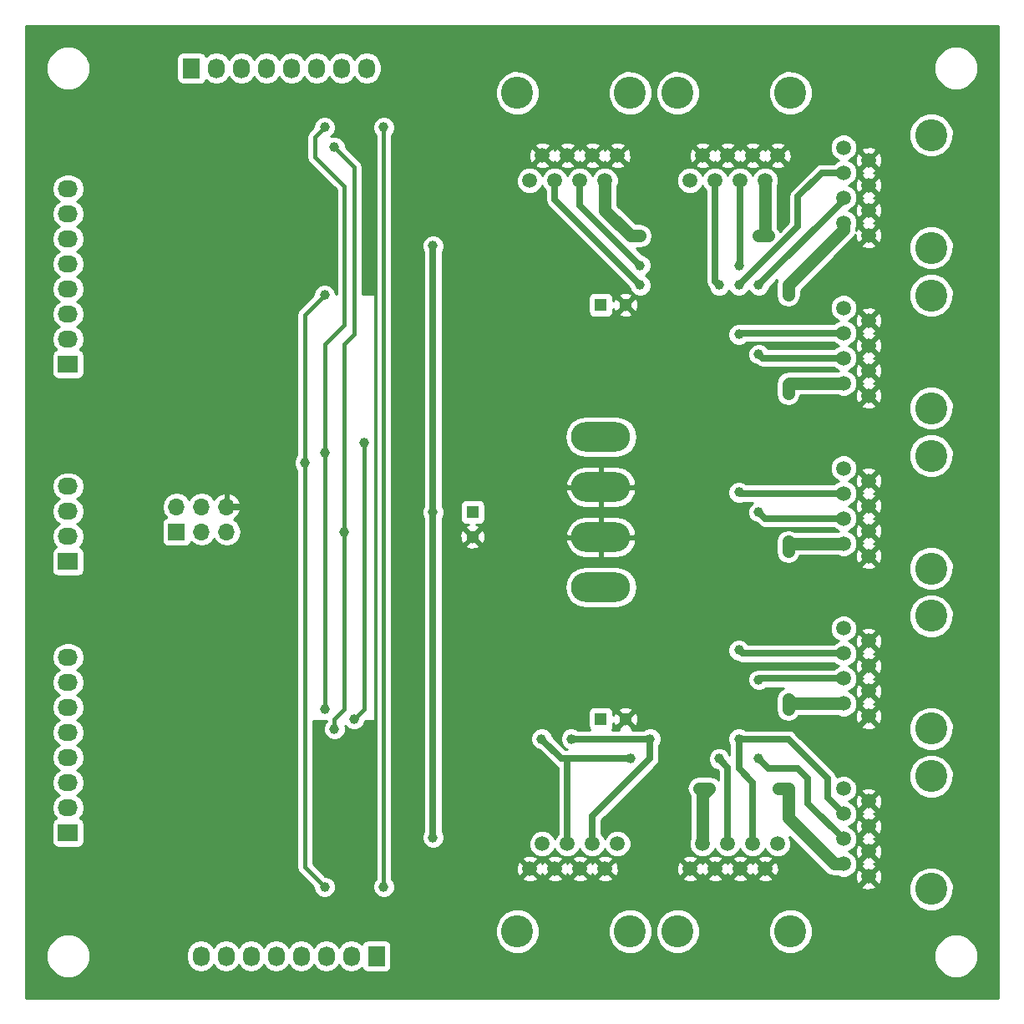
<source format=gbl>
G04 #@! TF.FileFunction,Copper,L2,Bot,Signal*
%FSLAX46Y46*%
G04 Gerber Fmt 4.6, Leading zero omitted, Abs format (unit mm)*
G04 Created by KiCad (PCBNEW 4.0.7-e2-6376~58~ubuntu17.04.1) date Sun Oct 29 20:56:10 2017*
%MOMM*%
%LPD*%
G01*
G04 APERTURE LIST*
%ADD10C,0.100000*%
%ADD11R,2.032000X1.727200*%
%ADD12O,2.032000X1.727200*%
%ADD13R,1.727200X2.032000*%
%ADD14O,1.727200X2.032000*%
%ADD15C,1.300000*%
%ADD16R,1.300000X1.300000*%
%ADD17O,6.000000X3.000000*%
%ADD18C,3.250000*%
%ADD19C,1.500000*%
%ADD20R,1.700000X1.700000*%
%ADD21O,1.700000X1.700000*%
%ADD22C,1.000000*%
%ADD23C,0.635000*%
%ADD24C,1.270000*%
%ADD25C,0.381000*%
%ADD26C,0.250000*%
G04 APERTURE END LIST*
D10*
D11*
X25000000Y-102500000D03*
D12*
X25000000Y-99960000D03*
X25000000Y-97420000D03*
X25000000Y-94880000D03*
X25000000Y-92340000D03*
X25000000Y-89800000D03*
X25000000Y-87260000D03*
X25000000Y-84720000D03*
D13*
X56250000Y-115000000D03*
D14*
X53710000Y-115000000D03*
X51170000Y-115000000D03*
X48630000Y-115000000D03*
X46090000Y-115000000D03*
X43550000Y-115000000D03*
X41010000Y-115000000D03*
X38470000Y-115000000D03*
D13*
X37500000Y-25000000D03*
D14*
X40040000Y-25000000D03*
X42580000Y-25000000D03*
X45120000Y-25000000D03*
X47660000Y-25000000D03*
X50200000Y-25000000D03*
X52740000Y-25000000D03*
X55280000Y-25000000D03*
D11*
X25000000Y-75000000D03*
D12*
X25000000Y-72460000D03*
X25000000Y-69920000D03*
X25000000Y-67380000D03*
D11*
X25000000Y-55000000D03*
D12*
X25000000Y-52460000D03*
X25000000Y-49920000D03*
X25000000Y-47380000D03*
X25000000Y-44840000D03*
X25000000Y-42300000D03*
X25000000Y-39760000D03*
X25000000Y-37220000D03*
D15*
X81500000Y-91000000D03*
D16*
X79000000Y-91000000D03*
D15*
X81500000Y-49000000D03*
D16*
X79000000Y-49000000D03*
D17*
X79000000Y-67460000D03*
X79000000Y-62380000D03*
X79000000Y-72540000D03*
X79000000Y-77620000D03*
D15*
X66000000Y-72500000D03*
D16*
X66000000Y-70000000D03*
D18*
X112500000Y-96785000D03*
X112500000Y-108215000D03*
D19*
X103610000Y-98055000D03*
X106150000Y-99325000D03*
X103610000Y-100595000D03*
X106150000Y-101865000D03*
X103610000Y-103135000D03*
X106150000Y-104405000D03*
X103610000Y-105675000D03*
X106150000Y-106945000D03*
D18*
X98215000Y-112500000D03*
X86785000Y-112500000D03*
D19*
X96945000Y-103610000D03*
X95675000Y-106150000D03*
X94405000Y-103610000D03*
X93135000Y-106150000D03*
X91865000Y-103610000D03*
X90595000Y-106150000D03*
X89325000Y-103610000D03*
X88055000Y-106150000D03*
D18*
X112500000Y-64285000D03*
X112500000Y-75715000D03*
D19*
X103610000Y-65555000D03*
X106150000Y-66825000D03*
X103610000Y-68095000D03*
X106150000Y-69365000D03*
X103610000Y-70635000D03*
X106150000Y-71905000D03*
X103610000Y-73175000D03*
X106150000Y-74445000D03*
D18*
X112500000Y-80535000D03*
X112500000Y-91965000D03*
D19*
X103610000Y-81805000D03*
X106150000Y-83075000D03*
X103610000Y-84345000D03*
X106150000Y-85615000D03*
X103610000Y-86885000D03*
X106150000Y-88155000D03*
X103610000Y-89425000D03*
X106150000Y-90695000D03*
D18*
X81965000Y-112500000D03*
X70535000Y-112500000D03*
D19*
X80695000Y-103610000D03*
X79425000Y-106150000D03*
X78155000Y-103610000D03*
X76885000Y-106150000D03*
X75615000Y-103610000D03*
X74345000Y-106150000D03*
X73075000Y-103610000D03*
X71805000Y-106150000D03*
D18*
X112500000Y-48035000D03*
X112500000Y-59465000D03*
D19*
X103610000Y-49305000D03*
X106150000Y-50575000D03*
X103610000Y-51845000D03*
X106150000Y-53115000D03*
X103610000Y-54385000D03*
X106150000Y-55655000D03*
X103610000Y-56925000D03*
X106150000Y-58195000D03*
D18*
X112500000Y-31785000D03*
X112500000Y-43215000D03*
D19*
X103610000Y-33055000D03*
X106150000Y-34325000D03*
X103610000Y-35595000D03*
X106150000Y-36865000D03*
X103610000Y-38135000D03*
X106150000Y-39405000D03*
X103610000Y-40675000D03*
X106150000Y-41945000D03*
D18*
X70535000Y-27500000D03*
X81965000Y-27500000D03*
D19*
X71805000Y-36390000D03*
X73075000Y-33850000D03*
X74345000Y-36390000D03*
X75615000Y-33850000D03*
X76885000Y-36390000D03*
X78155000Y-33850000D03*
X79425000Y-36390000D03*
X80695000Y-33850000D03*
D18*
X86785000Y-27500000D03*
X98215000Y-27500000D03*
D19*
X88055000Y-36390000D03*
X89325000Y-33850000D03*
X90595000Y-36390000D03*
X91865000Y-33850000D03*
X93135000Y-36390000D03*
X94405000Y-33850000D03*
X95675000Y-36390000D03*
X96945000Y-33850000D03*
D20*
X36000000Y-72000000D03*
D21*
X36000000Y-69460000D03*
X38540000Y-72000000D03*
X38540000Y-69460000D03*
X41080000Y-72000000D03*
X41080000Y-69460000D03*
D22*
X62000000Y-43000000D03*
X62000000Y-103000000D03*
X98000000Y-90000000D03*
X98000000Y-89000000D03*
X62000000Y-70000000D03*
X89000000Y-98000000D03*
X90000000Y-98000000D03*
X97000000Y-98000000D03*
X98000000Y-98000000D03*
X98000000Y-74000000D03*
X98000000Y-73000000D03*
X98000000Y-58000000D03*
X98000000Y-57000000D03*
X98000000Y-48000000D03*
X98000000Y-47000000D03*
X95000000Y-42000000D03*
X96000000Y-42000000D03*
X83000000Y-42000000D03*
X82000000Y-42000000D03*
X55000000Y-93000000D03*
X55000000Y-33000000D03*
X60000000Y-74000000D03*
X60000000Y-36000000D03*
X60000000Y-95000000D03*
X45000000Y-71000000D03*
X49000000Y-65000000D03*
X51000000Y-108000000D03*
X51000000Y-48000000D03*
X51000000Y-64000000D03*
X51000000Y-90000000D03*
X51000000Y-31000000D03*
X54000000Y-91000000D03*
X55000000Y-63000000D03*
X53000000Y-72000000D03*
X52000000Y-33000000D03*
X52000000Y-92000000D03*
X73000000Y-93000000D03*
X82000000Y-95000000D03*
X91000000Y-95000000D03*
X95000000Y-95000000D03*
X95000000Y-87000000D03*
X95000000Y-70000000D03*
X95000000Y-54000000D03*
X95000000Y-47000000D03*
X93000000Y-45000000D03*
X83000000Y-45000000D03*
X76000000Y-93000000D03*
X84000000Y-93000000D03*
X93000000Y-93000000D03*
X93000000Y-84000000D03*
X93000000Y-68000000D03*
X93000000Y-52000000D03*
X93000000Y-47000000D03*
X83000000Y-47000000D03*
X91000000Y-47000000D03*
X57000000Y-31000000D03*
X57000000Y-108000000D03*
D23*
X62000000Y-46000000D02*
X62000000Y-43000000D01*
X62000000Y-100000000D02*
X62000000Y-103000000D01*
X62000000Y-70000000D02*
X62000000Y-100000000D01*
D24*
X98000000Y-89000000D02*
X98000000Y-90000000D01*
X103610000Y-89425000D02*
X98425000Y-89425000D01*
X98425000Y-89425000D02*
X98000000Y-89000000D01*
D23*
X62000000Y-46000000D02*
X62000000Y-70000000D01*
D24*
X90000000Y-98000000D02*
X89000000Y-98000000D01*
X89325000Y-103610000D02*
X89325000Y-98675000D01*
X89325000Y-98675000D02*
X90000000Y-98000000D01*
X98000000Y-98000000D02*
X97000000Y-98000000D01*
X103610000Y-105675000D02*
X102675000Y-105675000D01*
X98000000Y-101000000D02*
X98000000Y-98000000D01*
X102675000Y-105675000D02*
X98000000Y-101000000D01*
X98000000Y-73000000D02*
X98000000Y-74000000D01*
X103610000Y-73175000D02*
X98175000Y-73175000D01*
X98175000Y-73175000D02*
X98000000Y-73000000D01*
X98000000Y-57000000D02*
X98000000Y-58000000D01*
X103610000Y-56925000D02*
X98075000Y-56925000D01*
X98075000Y-56925000D02*
X98000000Y-57000000D01*
X98000000Y-47000000D02*
X98000000Y-48000000D01*
X103610000Y-40675000D02*
X103610000Y-41390000D01*
X103610000Y-41390000D02*
X98000000Y-47000000D01*
X96000000Y-42000000D02*
X95000000Y-42000000D01*
X95675000Y-36390000D02*
X95675000Y-41675000D01*
X95675000Y-41675000D02*
X96000000Y-42000000D01*
X82000000Y-42000000D02*
X83000000Y-42000000D01*
X79425000Y-36390000D02*
X79425000Y-39425000D01*
X79425000Y-39425000D02*
X82000000Y-42000000D01*
D23*
X42000000Y-69460000D02*
X43460000Y-69460000D01*
X43460000Y-69460000D02*
X45000000Y-71000000D01*
X41080000Y-69460000D02*
X42000000Y-69460000D01*
X42000000Y-69460000D02*
X42460000Y-69460000D01*
D25*
X51000000Y-108000000D02*
X50000000Y-107000000D01*
X49000000Y-50000000D02*
X51000000Y-48000000D01*
X49000000Y-106000000D02*
X49000000Y-74000000D01*
X49000000Y-74000000D02*
X49000000Y-65000000D01*
X49000000Y-65000000D02*
X49000000Y-50000000D01*
X50000000Y-107000000D02*
X49000000Y-106000000D01*
X51000000Y-31000000D02*
X50000000Y-32000000D01*
X51000000Y-53000000D02*
X51000000Y-64000000D01*
X51000000Y-64000000D02*
X51000000Y-74000000D01*
X51000000Y-74000000D02*
X51000000Y-79000000D01*
X51000000Y-79000000D02*
X51000000Y-90000000D01*
X53000000Y-51000000D02*
X51000000Y-53000000D01*
X53000000Y-37000000D02*
X53000000Y-51000000D01*
X50000000Y-34000000D02*
X53000000Y-37000000D01*
X50000000Y-32000000D02*
X50000000Y-34000000D01*
X55000000Y-79000000D02*
X55000000Y-63000000D01*
X55000000Y-90000000D02*
X55000000Y-79000000D01*
X54000000Y-91000000D02*
X55000000Y-90000000D01*
X53000000Y-54000000D02*
X53000000Y-53000000D01*
X54000000Y-35000000D02*
X53000000Y-34000000D01*
X54000000Y-52000000D02*
X54000000Y-35000000D01*
X53000000Y-53000000D02*
X54000000Y-52000000D01*
X52000000Y-92000000D02*
X52000000Y-91000000D01*
X53000000Y-34000000D02*
X52000000Y-33000000D01*
X53000000Y-90000000D02*
X53000000Y-72000000D01*
X53000000Y-72000000D02*
X53000000Y-67000000D01*
X53000000Y-67000000D02*
X53000000Y-54000000D01*
X52000000Y-91000000D02*
X53000000Y-90000000D01*
D23*
X75615000Y-101385000D02*
X75615000Y-95000000D01*
X75615000Y-103610000D02*
X75615000Y-102000000D01*
X75615000Y-101385000D02*
X75615000Y-102000000D01*
X75615000Y-95000000D02*
X76000000Y-95000000D01*
X73000000Y-93000000D02*
X75000000Y-95000000D01*
X82000000Y-95000000D02*
X77000000Y-95000000D01*
X75000000Y-95000000D02*
X76000000Y-95000000D01*
X76000000Y-95000000D02*
X77000000Y-95000000D01*
X91865000Y-95865000D02*
X91865000Y-103610000D01*
X91000000Y-95000000D02*
X91865000Y-95865000D01*
X100000000Y-99525000D02*
X103610000Y-103135000D01*
X100000000Y-97000000D02*
X100000000Y-99525000D01*
X99000000Y-96000000D02*
X100000000Y-97000000D01*
X96000000Y-96000000D02*
X99000000Y-96000000D01*
X95000000Y-95000000D02*
X96000000Y-96000000D01*
X95115000Y-86885000D02*
X103610000Y-86885000D01*
X95000000Y-87000000D02*
X95115000Y-86885000D01*
X103610000Y-70635000D02*
X95635000Y-70635000D01*
X95635000Y-70635000D02*
X95000000Y-70000000D01*
X95385000Y-54385000D02*
X103610000Y-54385000D01*
X95000000Y-54000000D02*
X95385000Y-54385000D01*
X103610000Y-38135000D02*
X103610000Y-38390000D01*
X103610000Y-38390000D02*
X95000000Y-47000000D01*
X93135000Y-44865000D02*
X93000000Y-45000000D01*
X93135000Y-36390000D02*
X93135000Y-44865000D01*
X76885000Y-38885000D02*
X76885000Y-36390000D01*
X83000000Y-45000000D02*
X76885000Y-38885000D01*
X84000000Y-93000000D02*
X76000000Y-93000000D01*
X84000000Y-95000000D02*
X84000000Y-93000000D01*
X84000000Y-95000000D02*
X78155000Y-100845000D01*
X78155000Y-103610000D02*
X78155000Y-100845000D01*
X94405000Y-103610000D02*
X94405000Y-97405000D01*
X93000000Y-96000000D02*
X93000000Y-93000000D01*
X94405000Y-97405000D02*
X93000000Y-96000000D01*
X100000000Y-95000000D02*
X102000000Y-97000000D01*
X93000000Y-93000000D02*
X98000000Y-93000000D01*
X98000000Y-93000000D02*
X100000000Y-95000000D01*
X102000000Y-98985000D02*
X103610000Y-100595000D01*
X102000000Y-97000000D02*
X102000000Y-98985000D01*
X103610000Y-84345000D02*
X93345000Y-84345000D01*
X93345000Y-84345000D02*
X93000000Y-84000000D01*
X93095000Y-68095000D02*
X103610000Y-68095000D01*
X93000000Y-68000000D02*
X93095000Y-68095000D01*
X103610000Y-51845000D02*
X93155000Y-51845000D01*
X93155000Y-51845000D02*
X93000000Y-52000000D01*
X101405000Y-35595000D02*
X103610000Y-35595000D01*
X99000000Y-38000000D02*
X101405000Y-35595000D01*
X99000000Y-41000000D02*
X99000000Y-38000000D01*
X93000000Y-47000000D02*
X99000000Y-41000000D01*
X74345000Y-38345000D02*
X83000000Y-47000000D01*
X74345000Y-36390000D02*
X74345000Y-38345000D01*
X90595000Y-46595000D02*
X90595000Y-36390000D01*
X91000000Y-47000000D02*
X90595000Y-46595000D01*
D25*
X57000000Y-104000000D02*
X57000000Y-35000000D01*
X57000000Y-31000000D02*
X57000000Y-35000000D01*
X57000000Y-104000000D02*
X57000000Y-108000000D01*
D26*
G36*
X119300000Y-119300000D02*
X20700000Y-119300000D01*
X20700000Y-115440638D01*
X22774615Y-115440638D01*
X23112637Y-116258715D01*
X23737993Y-116885163D01*
X24555479Y-117224613D01*
X25440638Y-117225385D01*
X26258715Y-116887363D01*
X26885163Y-116262007D01*
X27224613Y-115444521D01*
X27225161Y-114815451D01*
X36981400Y-114815451D01*
X36981400Y-115184549D01*
X37094713Y-115754212D01*
X37417401Y-116237148D01*
X37900337Y-116559836D01*
X38470000Y-116673149D01*
X39039663Y-116559836D01*
X39522599Y-116237148D01*
X39740000Y-115911785D01*
X39957401Y-116237148D01*
X40440337Y-116559836D01*
X41010000Y-116673149D01*
X41579663Y-116559836D01*
X42062599Y-116237148D01*
X42280000Y-115911785D01*
X42497401Y-116237148D01*
X42980337Y-116559836D01*
X43550000Y-116673149D01*
X44119663Y-116559836D01*
X44602599Y-116237148D01*
X44820000Y-115911785D01*
X45037401Y-116237148D01*
X45520337Y-116559836D01*
X46090000Y-116673149D01*
X46659663Y-116559836D01*
X47142599Y-116237148D01*
X47360000Y-115911785D01*
X47577401Y-116237148D01*
X48060337Y-116559836D01*
X48630000Y-116673149D01*
X49199663Y-116559836D01*
X49682599Y-116237148D01*
X49900000Y-115911785D01*
X50117401Y-116237148D01*
X50600337Y-116559836D01*
X51170000Y-116673149D01*
X51739663Y-116559836D01*
X52222599Y-116237148D01*
X52440000Y-115911785D01*
X52657401Y-116237148D01*
X53140337Y-116559836D01*
X53710000Y-116673149D01*
X54279663Y-116559836D01*
X54762599Y-116237148D01*
X54784579Y-116204253D01*
X54792737Y-116247611D01*
X54929619Y-116460332D01*
X55138476Y-116603038D01*
X55386400Y-116653244D01*
X57113600Y-116653244D01*
X57345211Y-116609663D01*
X57557932Y-116472781D01*
X57700638Y-116263924D01*
X57750844Y-116016000D01*
X57750844Y-115440638D01*
X112774615Y-115440638D01*
X113112637Y-116258715D01*
X113737993Y-116885163D01*
X114555479Y-117224613D01*
X115440638Y-117225385D01*
X116258715Y-116887363D01*
X116885163Y-116262007D01*
X117224613Y-115444521D01*
X117225385Y-114559362D01*
X116887363Y-113741285D01*
X116262007Y-113114837D01*
X115444521Y-112775387D01*
X114559362Y-112774615D01*
X113741285Y-113112637D01*
X113114837Y-113737993D01*
X112775387Y-114555479D01*
X112774615Y-115440638D01*
X57750844Y-115440638D01*
X57750844Y-113984000D01*
X57707263Y-113752389D01*
X57570381Y-113539668D01*
X57361524Y-113396962D01*
X57113600Y-113346756D01*
X55386400Y-113346756D01*
X55154789Y-113390337D01*
X54942068Y-113527219D01*
X54799362Y-113736076D01*
X54786650Y-113798847D01*
X54762599Y-113762852D01*
X54279663Y-113440164D01*
X53710000Y-113326851D01*
X53140337Y-113440164D01*
X52657401Y-113762852D01*
X52440000Y-114088215D01*
X52222599Y-113762852D01*
X51739663Y-113440164D01*
X51170000Y-113326851D01*
X50600337Y-113440164D01*
X50117401Y-113762852D01*
X49900000Y-114088215D01*
X49682599Y-113762852D01*
X49199663Y-113440164D01*
X48630000Y-113326851D01*
X48060337Y-113440164D01*
X47577401Y-113762852D01*
X47360000Y-114088215D01*
X47142599Y-113762852D01*
X46659663Y-113440164D01*
X46090000Y-113326851D01*
X45520337Y-113440164D01*
X45037401Y-113762852D01*
X44820000Y-114088215D01*
X44602599Y-113762852D01*
X44119663Y-113440164D01*
X43550000Y-113326851D01*
X42980337Y-113440164D01*
X42497401Y-113762852D01*
X42280000Y-114088215D01*
X42062599Y-113762852D01*
X41579663Y-113440164D01*
X41010000Y-113326851D01*
X40440337Y-113440164D01*
X39957401Y-113762852D01*
X39740000Y-114088215D01*
X39522599Y-113762852D01*
X39039663Y-113440164D01*
X38470000Y-113326851D01*
X37900337Y-113440164D01*
X37417401Y-113762852D01*
X37094713Y-114245788D01*
X36981400Y-114815451D01*
X27225161Y-114815451D01*
X27225385Y-114559362D01*
X26887363Y-113741285D01*
X26262007Y-113114837D01*
X25854413Y-112945589D01*
X68284610Y-112945589D01*
X68626431Y-113772858D01*
X69258813Y-114406345D01*
X70085484Y-114749608D01*
X70980589Y-114750390D01*
X71807858Y-114408569D01*
X72441345Y-113776187D01*
X72784608Y-112949516D01*
X72784611Y-112945589D01*
X79714610Y-112945589D01*
X80056431Y-113772858D01*
X80688813Y-114406345D01*
X81515484Y-114749608D01*
X82410589Y-114750390D01*
X83237858Y-114408569D01*
X83871345Y-113776187D01*
X84214608Y-112949516D01*
X84214611Y-112945589D01*
X84534610Y-112945589D01*
X84876431Y-113772858D01*
X85508813Y-114406345D01*
X86335484Y-114749608D01*
X87230589Y-114750390D01*
X88057858Y-114408569D01*
X88691345Y-113776187D01*
X89034608Y-112949516D01*
X89034611Y-112945589D01*
X95964610Y-112945589D01*
X96306431Y-113772858D01*
X96938813Y-114406345D01*
X97765484Y-114749608D01*
X98660589Y-114750390D01*
X99487858Y-114408569D01*
X100121345Y-113776187D01*
X100464608Y-112949516D01*
X100465390Y-112054411D01*
X100123569Y-111227142D01*
X99491187Y-110593655D01*
X98664516Y-110250392D01*
X97769411Y-110249610D01*
X96942142Y-110591431D01*
X96308655Y-111223813D01*
X95965392Y-112050484D01*
X95964610Y-112945589D01*
X89034611Y-112945589D01*
X89035390Y-112054411D01*
X88693569Y-111227142D01*
X88061187Y-110593655D01*
X87234516Y-110250392D01*
X86339411Y-110249610D01*
X85512142Y-110591431D01*
X84878655Y-111223813D01*
X84535392Y-112050484D01*
X84534610Y-112945589D01*
X84214611Y-112945589D01*
X84215390Y-112054411D01*
X83873569Y-111227142D01*
X83241187Y-110593655D01*
X82414516Y-110250392D01*
X81519411Y-110249610D01*
X80692142Y-110591431D01*
X80058655Y-111223813D01*
X79715392Y-112050484D01*
X79714610Y-112945589D01*
X72784611Y-112945589D01*
X72785390Y-112054411D01*
X72443569Y-111227142D01*
X71811187Y-110593655D01*
X70984516Y-110250392D01*
X70089411Y-110249610D01*
X69262142Y-110591431D01*
X68628655Y-111223813D01*
X68285392Y-112050484D01*
X68284610Y-112945589D01*
X25854413Y-112945589D01*
X25444521Y-112775387D01*
X24559362Y-112774615D01*
X23741285Y-113112637D01*
X23114837Y-113737993D01*
X22775387Y-114555479D01*
X22774615Y-115440638D01*
X20700000Y-115440638D01*
X20700000Y-84720000D01*
X23326851Y-84720000D01*
X23440164Y-85289663D01*
X23762852Y-85772599D01*
X24088215Y-85990000D01*
X23762852Y-86207401D01*
X23440164Y-86690337D01*
X23326851Y-87260000D01*
X23440164Y-87829663D01*
X23762852Y-88312599D01*
X24088215Y-88530000D01*
X23762852Y-88747401D01*
X23440164Y-89230337D01*
X23326851Y-89800000D01*
X23440164Y-90369663D01*
X23762852Y-90852599D01*
X24088215Y-91070000D01*
X23762852Y-91287401D01*
X23440164Y-91770337D01*
X23326851Y-92340000D01*
X23440164Y-92909663D01*
X23762852Y-93392599D01*
X24088215Y-93610000D01*
X23762852Y-93827401D01*
X23440164Y-94310337D01*
X23326851Y-94880000D01*
X23440164Y-95449663D01*
X23762852Y-95932599D01*
X24088215Y-96150000D01*
X23762852Y-96367401D01*
X23440164Y-96850337D01*
X23326851Y-97420000D01*
X23440164Y-97989663D01*
X23762852Y-98472599D01*
X24088215Y-98690000D01*
X23762852Y-98907401D01*
X23440164Y-99390337D01*
X23326851Y-99960000D01*
X23440164Y-100529663D01*
X23762852Y-101012599D01*
X23795747Y-101034579D01*
X23752389Y-101042737D01*
X23539668Y-101179619D01*
X23396962Y-101388476D01*
X23346756Y-101636400D01*
X23346756Y-103363600D01*
X23390337Y-103595211D01*
X23527219Y-103807932D01*
X23736076Y-103950638D01*
X23984000Y-104000844D01*
X26016000Y-104000844D01*
X26247611Y-103957263D01*
X26460332Y-103820381D01*
X26603038Y-103611524D01*
X26653244Y-103363600D01*
X26653244Y-101636400D01*
X26609663Y-101404789D01*
X26472781Y-101192068D01*
X26263924Y-101049362D01*
X26201153Y-101036650D01*
X26237148Y-101012599D01*
X26559836Y-100529663D01*
X26673149Y-99960000D01*
X26559836Y-99390337D01*
X26237148Y-98907401D01*
X25911785Y-98690000D01*
X26237148Y-98472599D01*
X26559836Y-97989663D01*
X26673149Y-97420000D01*
X26559836Y-96850337D01*
X26237148Y-96367401D01*
X25911785Y-96150000D01*
X26237148Y-95932599D01*
X26559836Y-95449663D01*
X26673149Y-94880000D01*
X26559836Y-94310337D01*
X26237148Y-93827401D01*
X25911785Y-93610000D01*
X26237148Y-93392599D01*
X26559836Y-92909663D01*
X26673149Y-92340000D01*
X26559836Y-91770337D01*
X26237148Y-91287401D01*
X25911785Y-91070000D01*
X26237148Y-90852599D01*
X26559836Y-90369663D01*
X26673149Y-89800000D01*
X26559836Y-89230337D01*
X26237148Y-88747401D01*
X25911785Y-88530000D01*
X26237148Y-88312599D01*
X26559836Y-87829663D01*
X26673149Y-87260000D01*
X26559836Y-86690337D01*
X26237148Y-86207401D01*
X25911785Y-85990000D01*
X26237148Y-85772599D01*
X26559836Y-85289663D01*
X26673149Y-84720000D01*
X26559836Y-84150337D01*
X26237148Y-83667401D01*
X25754212Y-83344713D01*
X25184549Y-83231400D01*
X24815451Y-83231400D01*
X24245788Y-83344713D01*
X23762852Y-83667401D01*
X23440164Y-84150337D01*
X23326851Y-84720000D01*
X20700000Y-84720000D01*
X20700000Y-67380000D01*
X23326851Y-67380000D01*
X23440164Y-67949663D01*
X23762852Y-68432599D01*
X24088215Y-68650000D01*
X23762852Y-68867401D01*
X23440164Y-69350337D01*
X23326851Y-69920000D01*
X23440164Y-70489663D01*
X23762852Y-70972599D01*
X24088215Y-71190000D01*
X23762852Y-71407401D01*
X23440164Y-71890337D01*
X23326851Y-72460000D01*
X23440164Y-73029663D01*
X23762852Y-73512599D01*
X23795747Y-73534579D01*
X23752389Y-73542737D01*
X23539668Y-73679619D01*
X23396962Y-73888476D01*
X23346756Y-74136400D01*
X23346756Y-75863600D01*
X23390337Y-76095211D01*
X23527219Y-76307932D01*
X23736076Y-76450638D01*
X23984000Y-76500844D01*
X26016000Y-76500844D01*
X26247611Y-76457263D01*
X26460332Y-76320381D01*
X26603038Y-76111524D01*
X26653244Y-75863600D01*
X26653244Y-74136400D01*
X26609663Y-73904789D01*
X26472781Y-73692068D01*
X26263924Y-73549362D01*
X26201153Y-73536650D01*
X26237148Y-73512599D01*
X26559836Y-73029663D01*
X26673149Y-72460000D01*
X26559836Y-71890337D01*
X26237148Y-71407401D01*
X25911785Y-71190000D01*
X25971649Y-71150000D01*
X34512756Y-71150000D01*
X34512756Y-72850000D01*
X34556337Y-73081611D01*
X34693219Y-73294332D01*
X34902076Y-73437038D01*
X35150000Y-73487244D01*
X36850000Y-73487244D01*
X37081611Y-73443663D01*
X37294332Y-73306781D01*
X37437038Y-73097924D01*
X37455035Y-73009050D01*
X37497017Y-73071880D01*
X37975542Y-73391619D01*
X38540000Y-73503897D01*
X39104458Y-73391619D01*
X39582983Y-73071880D01*
X39810000Y-72732124D01*
X40037017Y-73071880D01*
X40515542Y-73391619D01*
X41080000Y-73503897D01*
X41644458Y-73391619D01*
X42122983Y-73071880D01*
X42442722Y-72593355D01*
X42555000Y-72028897D01*
X42555000Y-71971103D01*
X42442722Y-71406645D01*
X42122983Y-70928120D01*
X41826358Y-70729922D01*
X41839304Y-70724560D01*
X42265432Y-70337728D01*
X42511088Y-69817270D01*
X42393108Y-69589000D01*
X41209000Y-69589000D01*
X41209000Y-69609000D01*
X40951000Y-69609000D01*
X40951000Y-69589000D01*
X40931000Y-69589000D01*
X40931000Y-69331000D01*
X40951000Y-69331000D01*
X40951000Y-68147575D01*
X41209000Y-68147575D01*
X41209000Y-69331000D01*
X42393108Y-69331000D01*
X42511088Y-69102730D01*
X42265432Y-68582272D01*
X41839304Y-68195440D01*
X41437268Y-68028922D01*
X41209000Y-68147575D01*
X40951000Y-68147575D01*
X40722732Y-68028922D01*
X40320696Y-68195440D01*
X39894568Y-68582272D01*
X39819284Y-68741771D01*
X39582983Y-68388120D01*
X39104458Y-68068381D01*
X38540000Y-67956103D01*
X37975542Y-68068381D01*
X37497017Y-68388120D01*
X37270000Y-68727876D01*
X37042983Y-68388120D01*
X36564458Y-68068381D01*
X36000000Y-67956103D01*
X35435542Y-68068381D01*
X34957017Y-68388120D01*
X34637278Y-68866645D01*
X34525000Y-69431103D01*
X34525000Y-69488897D01*
X34637278Y-70053355D01*
X34957017Y-70531880D01*
X34977089Y-70545292D01*
X34918389Y-70556337D01*
X34705668Y-70693219D01*
X34562962Y-70902076D01*
X34512756Y-71150000D01*
X25971649Y-71150000D01*
X26237148Y-70972599D01*
X26559836Y-70489663D01*
X26673149Y-69920000D01*
X26559836Y-69350337D01*
X26237148Y-68867401D01*
X25911785Y-68650000D01*
X26237148Y-68432599D01*
X26559836Y-67949663D01*
X26673149Y-67380000D01*
X26559836Y-66810337D01*
X26237148Y-66327401D01*
X25754212Y-66004713D01*
X25184549Y-65891400D01*
X24815451Y-65891400D01*
X24245788Y-66004713D01*
X23762852Y-66327401D01*
X23440164Y-66810337D01*
X23326851Y-67380000D01*
X20700000Y-67380000D01*
X20700000Y-65222795D01*
X47874805Y-65222795D01*
X48045715Y-65636429D01*
X48184500Y-65775456D01*
X48184500Y-105999995D01*
X48184499Y-106000000D01*
X48246576Y-106312079D01*
X48423354Y-106576646D01*
X49423352Y-107576643D01*
X49423354Y-107576646D01*
X49874975Y-108028266D01*
X49874805Y-108222795D01*
X50045715Y-108636429D01*
X50361907Y-108953172D01*
X50775242Y-109124804D01*
X51222795Y-109125195D01*
X51636429Y-108954285D01*
X51953172Y-108638093D01*
X52124804Y-108224758D01*
X52125195Y-107777205D01*
X51954285Y-107363571D01*
X51638093Y-107046828D01*
X51224758Y-106875196D01*
X51028316Y-106875024D01*
X50576646Y-106423354D01*
X50576643Y-106423352D01*
X49815500Y-105662208D01*
X49815500Y-91125000D01*
X50999305Y-91125000D01*
X51184500Y-91125162D01*
X51184500Y-91224474D01*
X51046828Y-91361907D01*
X50875196Y-91775242D01*
X50874805Y-92222795D01*
X51045715Y-92636429D01*
X51361907Y-92953172D01*
X51775242Y-93124804D01*
X52222795Y-93125195D01*
X52636429Y-92954285D01*
X52953172Y-92638093D01*
X53124804Y-92224758D01*
X53125195Y-91777205D01*
X53082079Y-91672856D01*
X53361907Y-91953172D01*
X53775242Y-92124804D01*
X54222795Y-92125195D01*
X54636429Y-91954285D01*
X54953172Y-91638093D01*
X55124804Y-91224758D01*
X55124891Y-91125000D01*
X56000000Y-91125000D01*
X56048632Y-91115152D01*
X56089601Y-91087159D01*
X56116451Y-91045432D01*
X56125000Y-91000000D01*
X56125000Y-63000409D01*
X56125195Y-62777205D01*
X56125000Y-62776733D01*
X56125000Y-48000000D01*
X56115152Y-47951368D01*
X56087159Y-47910399D01*
X56045432Y-47883549D01*
X56000000Y-47875000D01*
X54815500Y-47875000D01*
X54815500Y-35000005D01*
X54815501Y-35000000D01*
X54753424Y-34687922D01*
X54672078Y-34566179D01*
X54576646Y-34423354D01*
X54576643Y-34423352D01*
X53576646Y-33423354D01*
X53576643Y-33423352D01*
X53125025Y-32971734D01*
X53125195Y-32777205D01*
X52954285Y-32363571D01*
X52638093Y-32046828D01*
X52224758Y-31875196D01*
X51777205Y-31874805D01*
X51672856Y-31917921D01*
X51953172Y-31638093D01*
X52124804Y-31224758D01*
X52124805Y-31222795D01*
X55874805Y-31222795D01*
X56045715Y-31636429D01*
X56184500Y-31775456D01*
X56184500Y-107224474D01*
X56046828Y-107361907D01*
X55875196Y-107775242D01*
X55874805Y-108222795D01*
X56045715Y-108636429D01*
X56361907Y-108953172D01*
X56775242Y-109124804D01*
X57222795Y-109125195D01*
X57636429Y-108954285D01*
X57930636Y-108660589D01*
X110249610Y-108660589D01*
X110591431Y-109487858D01*
X111223813Y-110121345D01*
X112050484Y-110464608D01*
X112945589Y-110465390D01*
X113772858Y-110123569D01*
X114406345Y-109491187D01*
X114749608Y-108664516D01*
X114750390Y-107769411D01*
X114408569Y-106942142D01*
X113776187Y-106308655D01*
X112949516Y-105965392D01*
X112054411Y-105964610D01*
X111227142Y-106306431D01*
X110593655Y-106938813D01*
X110250392Y-107765484D01*
X110249610Y-108660589D01*
X57930636Y-108660589D01*
X57953172Y-108638093D01*
X58124804Y-108224758D01*
X58125076Y-107912316D01*
X105365118Y-107912316D01*
X105433821Y-108150204D01*
X105949549Y-108332534D01*
X106495794Y-108303624D01*
X106866179Y-108150204D01*
X106934882Y-107912316D01*
X106150000Y-107127434D01*
X105365118Y-107912316D01*
X58125076Y-107912316D01*
X58125195Y-107777205D01*
X57954285Y-107363571D01*
X57815500Y-107224544D01*
X57815500Y-107117316D01*
X71020118Y-107117316D01*
X71088821Y-107355204D01*
X71604549Y-107537534D01*
X72150794Y-107508624D01*
X72521179Y-107355204D01*
X72589882Y-107117316D01*
X73560118Y-107117316D01*
X73628821Y-107355204D01*
X74144549Y-107537534D01*
X74690794Y-107508624D01*
X75061179Y-107355204D01*
X75129882Y-107117316D01*
X76100118Y-107117316D01*
X76168821Y-107355204D01*
X76684549Y-107537534D01*
X77230794Y-107508624D01*
X77601179Y-107355204D01*
X77669882Y-107117316D01*
X78640118Y-107117316D01*
X78708821Y-107355204D01*
X79224549Y-107537534D01*
X79770794Y-107508624D01*
X80141179Y-107355204D01*
X80209882Y-107117316D01*
X87270118Y-107117316D01*
X87338821Y-107355204D01*
X87854549Y-107537534D01*
X88400794Y-107508624D01*
X88771179Y-107355204D01*
X88839882Y-107117316D01*
X89810118Y-107117316D01*
X89878821Y-107355204D01*
X90394549Y-107537534D01*
X90940794Y-107508624D01*
X91311179Y-107355204D01*
X91379882Y-107117316D01*
X92350118Y-107117316D01*
X92418821Y-107355204D01*
X92934549Y-107537534D01*
X93480794Y-107508624D01*
X93851179Y-107355204D01*
X93919882Y-107117316D01*
X94890118Y-107117316D01*
X94958821Y-107355204D01*
X95474549Y-107537534D01*
X96020794Y-107508624D01*
X96391179Y-107355204D01*
X96459882Y-107117316D01*
X95675000Y-106332434D01*
X94890118Y-107117316D01*
X93919882Y-107117316D01*
X93135000Y-106332434D01*
X92350118Y-107117316D01*
X91379882Y-107117316D01*
X90595000Y-106332434D01*
X89810118Y-107117316D01*
X88839882Y-107117316D01*
X88055000Y-106332434D01*
X87270118Y-107117316D01*
X80209882Y-107117316D01*
X79425000Y-106332434D01*
X78640118Y-107117316D01*
X77669882Y-107117316D01*
X76885000Y-106332434D01*
X76100118Y-107117316D01*
X75129882Y-107117316D01*
X74345000Y-106332434D01*
X73560118Y-107117316D01*
X72589882Y-107117316D01*
X71805000Y-106332434D01*
X71020118Y-107117316D01*
X57815500Y-107117316D01*
X57815500Y-105949549D01*
X70417466Y-105949549D01*
X70446376Y-106495794D01*
X70599796Y-106866179D01*
X70837684Y-106934882D01*
X71622566Y-106150000D01*
X71987434Y-106150000D01*
X72772316Y-106934882D01*
X73010204Y-106866179D01*
X73069879Y-106697386D01*
X73139796Y-106866179D01*
X73377684Y-106934882D01*
X74162566Y-106150000D01*
X74527434Y-106150000D01*
X75312316Y-106934882D01*
X75550204Y-106866179D01*
X75609879Y-106697386D01*
X75679796Y-106866179D01*
X75917684Y-106934882D01*
X76702566Y-106150000D01*
X77067434Y-106150000D01*
X77852316Y-106934882D01*
X78090204Y-106866179D01*
X78149879Y-106697386D01*
X78219796Y-106866179D01*
X78457684Y-106934882D01*
X79242566Y-106150000D01*
X79607434Y-106150000D01*
X80392316Y-106934882D01*
X80630204Y-106866179D01*
X80812534Y-106350451D01*
X80791317Y-105949549D01*
X86667466Y-105949549D01*
X86696376Y-106495794D01*
X86849796Y-106866179D01*
X87087684Y-106934882D01*
X87872566Y-106150000D01*
X88237434Y-106150000D01*
X89022316Y-106934882D01*
X89260204Y-106866179D01*
X89319879Y-106697386D01*
X89389796Y-106866179D01*
X89627684Y-106934882D01*
X90412566Y-106150000D01*
X90777434Y-106150000D01*
X91562316Y-106934882D01*
X91800204Y-106866179D01*
X91859879Y-106697386D01*
X91929796Y-106866179D01*
X92167684Y-106934882D01*
X92952566Y-106150000D01*
X93317434Y-106150000D01*
X94102316Y-106934882D01*
X94340204Y-106866179D01*
X94399879Y-106697386D01*
X94469796Y-106866179D01*
X94707684Y-106934882D01*
X95492566Y-106150000D01*
X95857434Y-106150000D01*
X96642316Y-106934882D01*
X96880204Y-106866179D01*
X97062534Y-106350451D01*
X97033624Y-105804206D01*
X96880204Y-105433821D01*
X96642316Y-105365118D01*
X95857434Y-106150000D01*
X95492566Y-106150000D01*
X94707684Y-105365118D01*
X94469796Y-105433821D01*
X94410121Y-105602614D01*
X94340204Y-105433821D01*
X94102316Y-105365118D01*
X93317434Y-106150000D01*
X92952566Y-106150000D01*
X92167684Y-105365118D01*
X91929796Y-105433821D01*
X91870121Y-105602614D01*
X91800204Y-105433821D01*
X91562316Y-105365118D01*
X90777434Y-106150000D01*
X90412566Y-106150000D01*
X89627684Y-105365118D01*
X89389796Y-105433821D01*
X89330121Y-105602614D01*
X89260204Y-105433821D01*
X89022316Y-105365118D01*
X88237434Y-106150000D01*
X87872566Y-106150000D01*
X87087684Y-105365118D01*
X86849796Y-105433821D01*
X86667466Y-105949549D01*
X80791317Y-105949549D01*
X80783624Y-105804206D01*
X80630204Y-105433821D01*
X80392316Y-105365118D01*
X79607434Y-106150000D01*
X79242566Y-106150000D01*
X78457684Y-105365118D01*
X78219796Y-105433821D01*
X78160121Y-105602614D01*
X78090204Y-105433821D01*
X77852316Y-105365118D01*
X77067434Y-106150000D01*
X76702566Y-106150000D01*
X75917684Y-105365118D01*
X75679796Y-105433821D01*
X75620121Y-105602614D01*
X75550204Y-105433821D01*
X75312316Y-105365118D01*
X74527434Y-106150000D01*
X74162566Y-106150000D01*
X73377684Y-105365118D01*
X73139796Y-105433821D01*
X73080121Y-105602614D01*
X73010204Y-105433821D01*
X72772316Y-105365118D01*
X71987434Y-106150000D01*
X71622566Y-106150000D01*
X70837684Y-105365118D01*
X70599796Y-105433821D01*
X70417466Y-105949549D01*
X57815500Y-105949549D01*
X57815500Y-105182684D01*
X71020118Y-105182684D01*
X71805000Y-105967566D01*
X72589882Y-105182684D01*
X73560118Y-105182684D01*
X74345000Y-105967566D01*
X75129882Y-105182684D01*
X76100118Y-105182684D01*
X76885000Y-105967566D01*
X77669882Y-105182684D01*
X78640118Y-105182684D01*
X79425000Y-105967566D01*
X80209882Y-105182684D01*
X87270118Y-105182684D01*
X88055000Y-105967566D01*
X88839882Y-105182684D01*
X89810118Y-105182684D01*
X90595000Y-105967566D01*
X91379882Y-105182684D01*
X92350118Y-105182684D01*
X93135000Y-105967566D01*
X93919882Y-105182684D01*
X94890118Y-105182684D01*
X95675000Y-105967566D01*
X96459882Y-105182684D01*
X96391179Y-104944796D01*
X95875451Y-104762466D01*
X95329206Y-104791376D01*
X94958821Y-104944796D01*
X94890118Y-105182684D01*
X93919882Y-105182684D01*
X93851179Y-104944796D01*
X93335451Y-104762466D01*
X92789206Y-104791376D01*
X92418821Y-104944796D01*
X92350118Y-105182684D01*
X91379882Y-105182684D01*
X91311179Y-104944796D01*
X90795451Y-104762466D01*
X90249206Y-104791376D01*
X89878821Y-104944796D01*
X89810118Y-105182684D01*
X88839882Y-105182684D01*
X88771179Y-104944796D01*
X88255451Y-104762466D01*
X87709206Y-104791376D01*
X87338821Y-104944796D01*
X87270118Y-105182684D01*
X80209882Y-105182684D01*
X80141179Y-104944796D01*
X79625451Y-104762466D01*
X79079206Y-104791376D01*
X78708821Y-104944796D01*
X78640118Y-105182684D01*
X77669882Y-105182684D01*
X77601179Y-104944796D01*
X77085451Y-104762466D01*
X76539206Y-104791376D01*
X76168821Y-104944796D01*
X76100118Y-105182684D01*
X75129882Y-105182684D01*
X75061179Y-104944796D01*
X74545451Y-104762466D01*
X73999206Y-104791376D01*
X73628821Y-104944796D01*
X73560118Y-105182684D01*
X72589882Y-105182684D01*
X72521179Y-104944796D01*
X72005451Y-104762466D01*
X71459206Y-104791376D01*
X71088821Y-104944796D01*
X71020118Y-105182684D01*
X57815500Y-105182684D01*
X57815500Y-43222795D01*
X60874805Y-43222795D01*
X61045715Y-43636429D01*
X61057500Y-43648235D01*
X61057500Y-69351254D01*
X61046828Y-69361907D01*
X60875196Y-69775242D01*
X60874805Y-70222795D01*
X61045715Y-70636429D01*
X61057500Y-70648235D01*
X61057500Y-102351254D01*
X61046828Y-102361907D01*
X60875196Y-102775242D01*
X60874805Y-103222795D01*
X61045715Y-103636429D01*
X61361907Y-103953172D01*
X61775242Y-104124804D01*
X62222795Y-104125195D01*
X62636429Y-103954285D01*
X62708534Y-103882305D01*
X71699762Y-103882305D01*
X71908652Y-104387857D01*
X72295108Y-104774989D01*
X72800296Y-104984761D01*
X73347305Y-104985238D01*
X73852857Y-104776348D01*
X74239989Y-104389892D01*
X74344999Y-104136999D01*
X74448652Y-104387857D01*
X74835108Y-104774989D01*
X75340296Y-104984761D01*
X75887305Y-104985238D01*
X76392857Y-104776348D01*
X76779989Y-104389892D01*
X76884999Y-104136999D01*
X76988652Y-104387857D01*
X77375108Y-104774989D01*
X77880296Y-104984761D01*
X78427305Y-104985238D01*
X78932857Y-104776348D01*
X79319989Y-104389892D01*
X79424999Y-104136999D01*
X79528652Y-104387857D01*
X79915108Y-104774989D01*
X80420296Y-104984761D01*
X80967305Y-104985238D01*
X81472857Y-104776348D01*
X81859989Y-104389892D01*
X82069761Y-103884704D01*
X82070238Y-103337695D01*
X81861348Y-102832143D01*
X81474892Y-102445011D01*
X80969704Y-102235239D01*
X80422695Y-102234762D01*
X79917143Y-102443652D01*
X79530011Y-102830108D01*
X79425001Y-103083001D01*
X79321348Y-102832143D01*
X79097500Y-102607903D01*
X79097500Y-101235396D01*
X82332896Y-98000000D01*
X87740000Y-98000000D01*
X87835912Y-98482181D01*
X88065000Y-98825037D01*
X88065000Y-103058920D01*
X87950239Y-103335296D01*
X87949762Y-103882305D01*
X88158652Y-104387857D01*
X88545108Y-104774989D01*
X89050296Y-104984761D01*
X89597305Y-104985238D01*
X90102857Y-104776348D01*
X90489989Y-104389892D01*
X90594999Y-104136999D01*
X90698652Y-104387857D01*
X91085108Y-104774989D01*
X91590296Y-104984761D01*
X92137305Y-104985238D01*
X92642857Y-104776348D01*
X93029989Y-104389892D01*
X93134999Y-104136999D01*
X93238652Y-104387857D01*
X93625108Y-104774989D01*
X94130296Y-104984761D01*
X94677305Y-104985238D01*
X95182857Y-104776348D01*
X95569989Y-104389892D01*
X95674999Y-104136999D01*
X95778652Y-104387857D01*
X96165108Y-104774989D01*
X96670296Y-104984761D01*
X97217305Y-104985238D01*
X97722857Y-104776348D01*
X98109989Y-104389892D01*
X98319761Y-103884704D01*
X98320238Y-103337695D01*
X98154381Y-102936291D01*
X101784043Y-106565952D01*
X101784045Y-106565955D01*
X102157517Y-106815500D01*
X102192819Y-106839088D01*
X102675000Y-106935000D01*
X103058920Y-106935000D01*
X103335296Y-107049761D01*
X103882305Y-107050238D01*
X104387857Y-106841348D01*
X104484825Y-106744549D01*
X104762466Y-106744549D01*
X104791376Y-107290794D01*
X104944796Y-107661179D01*
X105182684Y-107729882D01*
X105967566Y-106945000D01*
X106332434Y-106945000D01*
X107117316Y-107729882D01*
X107355204Y-107661179D01*
X107537534Y-107145451D01*
X107508624Y-106599206D01*
X107355204Y-106228821D01*
X107117316Y-106160118D01*
X106332434Y-106945000D01*
X105967566Y-106945000D01*
X105182684Y-106160118D01*
X104944796Y-106228821D01*
X104762466Y-106744549D01*
X104484825Y-106744549D01*
X104774989Y-106454892D01*
X104984761Y-105949704D01*
X104985238Y-105402695D01*
X104972686Y-105372316D01*
X105365118Y-105372316D01*
X105433821Y-105610204D01*
X105602614Y-105669879D01*
X105433821Y-105739796D01*
X105365118Y-105977684D01*
X106150000Y-106762566D01*
X106934882Y-105977684D01*
X106866179Y-105739796D01*
X106697386Y-105680121D01*
X106866179Y-105610204D01*
X106934882Y-105372316D01*
X106150000Y-104587434D01*
X105365118Y-105372316D01*
X104972686Y-105372316D01*
X104776348Y-104897143D01*
X104389892Y-104510011D01*
X104136999Y-104405001D01*
X104387857Y-104301348D01*
X104484825Y-104204549D01*
X104762466Y-104204549D01*
X104791376Y-104750794D01*
X104944796Y-105121179D01*
X105182684Y-105189882D01*
X105967566Y-104405000D01*
X106332434Y-104405000D01*
X107117316Y-105189882D01*
X107355204Y-105121179D01*
X107537534Y-104605451D01*
X107508624Y-104059206D01*
X107355204Y-103688821D01*
X107117316Y-103620118D01*
X106332434Y-104405000D01*
X105967566Y-104405000D01*
X105182684Y-103620118D01*
X104944796Y-103688821D01*
X104762466Y-104204549D01*
X104484825Y-104204549D01*
X104774989Y-103914892D01*
X104984761Y-103409704D01*
X104985238Y-102862695D01*
X104972686Y-102832316D01*
X105365118Y-102832316D01*
X105433821Y-103070204D01*
X105602614Y-103129879D01*
X105433821Y-103199796D01*
X105365118Y-103437684D01*
X106150000Y-104222566D01*
X106934882Y-103437684D01*
X106866179Y-103199796D01*
X106697386Y-103140121D01*
X106866179Y-103070204D01*
X106934882Y-102832316D01*
X106150000Y-102047434D01*
X105365118Y-102832316D01*
X104972686Y-102832316D01*
X104776348Y-102357143D01*
X104389892Y-101970011D01*
X104136999Y-101865001D01*
X104387857Y-101761348D01*
X104484825Y-101664549D01*
X104762466Y-101664549D01*
X104791376Y-102210794D01*
X104944796Y-102581179D01*
X105182684Y-102649882D01*
X105967566Y-101865000D01*
X106332434Y-101865000D01*
X107117316Y-102649882D01*
X107355204Y-102581179D01*
X107537534Y-102065451D01*
X107508624Y-101519206D01*
X107355204Y-101148821D01*
X107117316Y-101080118D01*
X106332434Y-101865000D01*
X105967566Y-101865000D01*
X105182684Y-101080118D01*
X104944796Y-101148821D01*
X104762466Y-101664549D01*
X104484825Y-101664549D01*
X104774989Y-101374892D01*
X104984761Y-100869704D01*
X104985238Y-100322695D01*
X104972686Y-100292316D01*
X105365118Y-100292316D01*
X105433821Y-100530204D01*
X105602614Y-100589879D01*
X105433821Y-100659796D01*
X105365118Y-100897684D01*
X106150000Y-101682566D01*
X106934882Y-100897684D01*
X106866179Y-100659796D01*
X106697386Y-100600121D01*
X106866179Y-100530204D01*
X106934882Y-100292316D01*
X106150000Y-99507434D01*
X105365118Y-100292316D01*
X104972686Y-100292316D01*
X104776348Y-99817143D01*
X104389892Y-99430011D01*
X104136999Y-99325001D01*
X104387857Y-99221348D01*
X104484825Y-99124549D01*
X104762466Y-99124549D01*
X104791376Y-99670794D01*
X104944796Y-100041179D01*
X105182684Y-100109882D01*
X105967566Y-99325000D01*
X106332434Y-99325000D01*
X107117316Y-100109882D01*
X107355204Y-100041179D01*
X107537534Y-99525451D01*
X107508624Y-98979206D01*
X107355204Y-98608821D01*
X107117316Y-98540118D01*
X106332434Y-99325000D01*
X105967566Y-99325000D01*
X105182684Y-98540118D01*
X104944796Y-98608821D01*
X104762466Y-99124549D01*
X104484825Y-99124549D01*
X104774989Y-98834892D01*
X104973142Y-98357684D01*
X105365118Y-98357684D01*
X106150000Y-99142566D01*
X106934882Y-98357684D01*
X106866179Y-98119796D01*
X106350451Y-97937466D01*
X105804206Y-97966376D01*
X105433821Y-98119796D01*
X105365118Y-98357684D01*
X104973142Y-98357684D01*
X104984761Y-98329704D01*
X104985238Y-97782695D01*
X104776348Y-97277143D01*
X104729876Y-97230589D01*
X110249610Y-97230589D01*
X110591431Y-98057858D01*
X111223813Y-98691345D01*
X112050484Y-99034608D01*
X112945589Y-99035390D01*
X113772858Y-98693569D01*
X114406345Y-98061187D01*
X114749608Y-97234516D01*
X114750390Y-96339411D01*
X114408569Y-95512142D01*
X113776187Y-94878655D01*
X112949516Y-94535392D01*
X112054411Y-94534610D01*
X111227142Y-94876431D01*
X110593655Y-95508813D01*
X110250392Y-96335484D01*
X110249610Y-97230589D01*
X104729876Y-97230589D01*
X104389892Y-96890011D01*
X103884704Y-96680239D01*
X103337695Y-96679762D01*
X102913652Y-96854973D01*
X102870756Y-96639321D01*
X102666448Y-96333552D01*
X98743485Y-92410589D01*
X110249610Y-92410589D01*
X110591431Y-93237858D01*
X111223813Y-93871345D01*
X112050484Y-94214608D01*
X112945589Y-94215390D01*
X113772858Y-93873569D01*
X114406345Y-93241187D01*
X114749608Y-92414516D01*
X114750390Y-91519411D01*
X114408569Y-90692142D01*
X113776187Y-90058655D01*
X112949516Y-89715392D01*
X112054411Y-89714610D01*
X111227142Y-90056431D01*
X110593655Y-90688813D01*
X110250392Y-91515484D01*
X110249610Y-92410589D01*
X98743485Y-92410589D01*
X98666448Y-92333552D01*
X98360679Y-92129244D01*
X98000000Y-92057500D01*
X93648746Y-92057500D01*
X93638093Y-92046828D01*
X93224758Y-91875196D01*
X92777205Y-91874805D01*
X92363571Y-92045715D01*
X92046828Y-92361907D01*
X91875196Y-92775242D01*
X91874805Y-93222795D01*
X92045715Y-93636429D01*
X92057500Y-93648235D01*
X92057500Y-94613371D01*
X91954285Y-94363571D01*
X91638093Y-94046828D01*
X91224758Y-93875196D01*
X90777205Y-93874805D01*
X90363571Y-94045715D01*
X90046828Y-94361907D01*
X89875196Y-94775242D01*
X89874805Y-95222795D01*
X90045715Y-95636429D01*
X90361907Y-95953172D01*
X90775242Y-96124804D01*
X90791923Y-96124819D01*
X90922500Y-96255396D01*
X90922500Y-97156256D01*
X90890955Y-97109045D01*
X90482181Y-96835912D01*
X90000000Y-96739999D01*
X89999995Y-96740000D01*
X89000000Y-96740000D01*
X88517819Y-96835912D01*
X88109045Y-97109045D01*
X87835912Y-97517819D01*
X87740000Y-98000000D01*
X82332896Y-98000000D01*
X84666448Y-95666448D01*
X84870756Y-95360679D01*
X84942500Y-95000000D01*
X84942500Y-93648746D01*
X84953172Y-93638093D01*
X85124804Y-93224758D01*
X85125195Y-92777205D01*
X84954285Y-92363571D01*
X84638093Y-92046828D01*
X84224758Y-91875196D01*
X83777205Y-91874805D01*
X83363571Y-92045715D01*
X83351765Y-92057500D01*
X82172042Y-92057500D01*
X82212361Y-91894795D01*
X81500000Y-91182434D01*
X80787639Y-91894795D01*
X80827958Y-92057500D01*
X80128004Y-92057500D01*
X80237038Y-91897924D01*
X80287244Y-91650000D01*
X80287244Y-91437687D01*
X80377661Y-91655974D01*
X80605205Y-91712361D01*
X81317566Y-91000000D01*
X81682434Y-91000000D01*
X82394795Y-91712361D01*
X82596746Y-91662316D01*
X105365118Y-91662316D01*
X105433821Y-91900204D01*
X105949549Y-92082534D01*
X106495794Y-92053624D01*
X106866179Y-91900204D01*
X106934882Y-91662316D01*
X106150000Y-90877434D01*
X105365118Y-91662316D01*
X82596746Y-91662316D01*
X82622339Y-91655974D01*
X82787936Y-91176540D01*
X82757456Y-90670229D01*
X82622339Y-90344026D01*
X82394795Y-90287639D01*
X81682434Y-91000000D01*
X81317566Y-91000000D01*
X80605205Y-90287639D01*
X80377661Y-90344026D01*
X80287244Y-90605800D01*
X80287244Y-90350000D01*
X80243663Y-90118389D01*
X80235180Y-90105205D01*
X80787639Y-90105205D01*
X81500000Y-90817566D01*
X82212361Y-90105205D01*
X82155974Y-89877661D01*
X81676540Y-89712064D01*
X81170229Y-89742544D01*
X80844026Y-89877661D01*
X80787639Y-90105205D01*
X80235180Y-90105205D01*
X80106781Y-89905668D01*
X79897924Y-89762962D01*
X79650000Y-89712756D01*
X78350000Y-89712756D01*
X78118389Y-89756337D01*
X77905668Y-89893219D01*
X77762962Y-90102076D01*
X77712756Y-90350000D01*
X77712756Y-91650000D01*
X77756337Y-91881611D01*
X77869518Y-92057500D01*
X76648746Y-92057500D01*
X76638093Y-92046828D01*
X76224758Y-91875196D01*
X75777205Y-91874805D01*
X75363571Y-92045715D01*
X75046828Y-92361907D01*
X74875196Y-92775242D01*
X74874805Y-93222795D01*
X75045715Y-93636429D01*
X75361907Y-93953172D01*
X75613156Y-94057500D01*
X75390396Y-94057500D01*
X74125182Y-92792286D01*
X74125195Y-92777205D01*
X73954285Y-92363571D01*
X73638093Y-92046828D01*
X73224758Y-91875196D01*
X72777205Y-91874805D01*
X72363571Y-92045715D01*
X72046828Y-92361907D01*
X71875196Y-92775242D01*
X71874805Y-93222795D01*
X72045715Y-93636429D01*
X72361907Y-93953172D01*
X72775242Y-94124804D01*
X72791923Y-94124819D01*
X74333552Y-95666448D01*
X74639321Y-95870756D01*
X74672500Y-95877356D01*
X74672500Y-102608008D01*
X74450011Y-102830108D01*
X74345001Y-103083001D01*
X74241348Y-102832143D01*
X73854892Y-102445011D01*
X73349704Y-102235239D01*
X72802695Y-102234762D01*
X72297143Y-102443652D01*
X71910011Y-102830108D01*
X71700239Y-103335296D01*
X71699762Y-103882305D01*
X62708534Y-103882305D01*
X62953172Y-103638093D01*
X63124804Y-103224758D01*
X63125195Y-102777205D01*
X62954285Y-102363571D01*
X62942500Y-102351765D01*
X62942500Y-84222795D01*
X91874805Y-84222795D01*
X92045715Y-84636429D01*
X92361907Y-84953172D01*
X92775242Y-85124804D01*
X92848297Y-85124868D01*
X92984321Y-85215756D01*
X93345000Y-85287500D01*
X102608008Y-85287500D01*
X102830108Y-85509989D01*
X103083001Y-85614999D01*
X102832143Y-85718652D01*
X102607903Y-85942500D01*
X95386844Y-85942500D01*
X95224758Y-85875196D01*
X94777205Y-85874805D01*
X94363571Y-86045715D01*
X94046828Y-86361907D01*
X93875196Y-86775242D01*
X93874805Y-87222795D01*
X94045715Y-87636429D01*
X94361907Y-87953172D01*
X94775242Y-88124804D01*
X95222795Y-88125195D01*
X95636429Y-87954285D01*
X95763435Y-87827500D01*
X97560108Y-87827500D01*
X97517819Y-87835912D01*
X97109045Y-88109045D01*
X96835912Y-88517819D01*
X96739999Y-89000000D01*
X96740000Y-89000005D01*
X96740000Y-90000000D01*
X96835912Y-90482181D01*
X97109045Y-90890955D01*
X97517819Y-91164088D01*
X98000000Y-91260000D01*
X98482181Y-91164088D01*
X98890955Y-90890955D01*
X99028569Y-90685000D01*
X103058920Y-90685000D01*
X103335296Y-90799761D01*
X103882305Y-90800238D01*
X104387857Y-90591348D01*
X104484825Y-90494549D01*
X104762466Y-90494549D01*
X104791376Y-91040794D01*
X104944796Y-91411179D01*
X105182684Y-91479882D01*
X105967566Y-90695000D01*
X106332434Y-90695000D01*
X107117316Y-91479882D01*
X107355204Y-91411179D01*
X107537534Y-90895451D01*
X107508624Y-90349206D01*
X107355204Y-89978821D01*
X107117316Y-89910118D01*
X106332434Y-90695000D01*
X105967566Y-90695000D01*
X105182684Y-89910118D01*
X104944796Y-89978821D01*
X104762466Y-90494549D01*
X104484825Y-90494549D01*
X104774989Y-90204892D01*
X104984761Y-89699704D01*
X104985238Y-89152695D01*
X104972686Y-89122316D01*
X105365118Y-89122316D01*
X105433821Y-89360204D01*
X105602614Y-89419879D01*
X105433821Y-89489796D01*
X105365118Y-89727684D01*
X106150000Y-90512566D01*
X106934882Y-89727684D01*
X106866179Y-89489796D01*
X106697386Y-89430121D01*
X106866179Y-89360204D01*
X106934882Y-89122316D01*
X106150000Y-88337434D01*
X105365118Y-89122316D01*
X104972686Y-89122316D01*
X104776348Y-88647143D01*
X104389892Y-88260011D01*
X104136999Y-88155001D01*
X104387857Y-88051348D01*
X104484825Y-87954549D01*
X104762466Y-87954549D01*
X104791376Y-88500794D01*
X104944796Y-88871179D01*
X105182684Y-88939882D01*
X105967566Y-88155000D01*
X106332434Y-88155000D01*
X107117316Y-88939882D01*
X107355204Y-88871179D01*
X107537534Y-88355451D01*
X107508624Y-87809206D01*
X107355204Y-87438821D01*
X107117316Y-87370118D01*
X106332434Y-88155000D01*
X105967566Y-88155000D01*
X105182684Y-87370118D01*
X104944796Y-87438821D01*
X104762466Y-87954549D01*
X104484825Y-87954549D01*
X104774989Y-87664892D01*
X104984761Y-87159704D01*
X104985238Y-86612695D01*
X104972686Y-86582316D01*
X105365118Y-86582316D01*
X105433821Y-86820204D01*
X105602614Y-86879879D01*
X105433821Y-86949796D01*
X105365118Y-87187684D01*
X106150000Y-87972566D01*
X106934882Y-87187684D01*
X106866179Y-86949796D01*
X106697386Y-86890121D01*
X106866179Y-86820204D01*
X106934882Y-86582316D01*
X106150000Y-85797434D01*
X105365118Y-86582316D01*
X104972686Y-86582316D01*
X104776348Y-86107143D01*
X104389892Y-85720011D01*
X104136999Y-85615001D01*
X104387857Y-85511348D01*
X104484825Y-85414549D01*
X104762466Y-85414549D01*
X104791376Y-85960794D01*
X104944796Y-86331179D01*
X105182684Y-86399882D01*
X105967566Y-85615000D01*
X106332434Y-85615000D01*
X107117316Y-86399882D01*
X107355204Y-86331179D01*
X107537534Y-85815451D01*
X107508624Y-85269206D01*
X107355204Y-84898821D01*
X107117316Y-84830118D01*
X106332434Y-85615000D01*
X105967566Y-85615000D01*
X105182684Y-84830118D01*
X104944796Y-84898821D01*
X104762466Y-85414549D01*
X104484825Y-85414549D01*
X104774989Y-85124892D01*
X104984761Y-84619704D01*
X104985238Y-84072695D01*
X104972686Y-84042316D01*
X105365118Y-84042316D01*
X105433821Y-84280204D01*
X105602614Y-84339879D01*
X105433821Y-84409796D01*
X105365118Y-84647684D01*
X106150000Y-85432566D01*
X106934882Y-84647684D01*
X106866179Y-84409796D01*
X106697386Y-84350121D01*
X106866179Y-84280204D01*
X106934882Y-84042316D01*
X106150000Y-83257434D01*
X105365118Y-84042316D01*
X104972686Y-84042316D01*
X104776348Y-83567143D01*
X104389892Y-83180011D01*
X104136999Y-83075001D01*
X104387857Y-82971348D01*
X104484825Y-82874549D01*
X104762466Y-82874549D01*
X104791376Y-83420794D01*
X104944796Y-83791179D01*
X105182684Y-83859882D01*
X105967566Y-83075000D01*
X106332434Y-83075000D01*
X107117316Y-83859882D01*
X107355204Y-83791179D01*
X107537534Y-83275451D01*
X107508624Y-82729206D01*
X107355204Y-82358821D01*
X107117316Y-82290118D01*
X106332434Y-83075000D01*
X105967566Y-83075000D01*
X105182684Y-82290118D01*
X104944796Y-82358821D01*
X104762466Y-82874549D01*
X104484825Y-82874549D01*
X104774989Y-82584892D01*
X104973142Y-82107684D01*
X105365118Y-82107684D01*
X106150000Y-82892566D01*
X106934882Y-82107684D01*
X106866179Y-81869796D01*
X106350451Y-81687466D01*
X105804206Y-81716376D01*
X105433821Y-81869796D01*
X105365118Y-82107684D01*
X104973142Y-82107684D01*
X104984761Y-82079704D01*
X104985238Y-81532695D01*
X104776348Y-81027143D01*
X104729876Y-80980589D01*
X110249610Y-80980589D01*
X110591431Y-81807858D01*
X111223813Y-82441345D01*
X112050484Y-82784608D01*
X112945589Y-82785390D01*
X113772858Y-82443569D01*
X114406345Y-81811187D01*
X114749608Y-80984516D01*
X114750390Y-80089411D01*
X114408569Y-79262142D01*
X113776187Y-78628655D01*
X112949516Y-78285392D01*
X112054411Y-78284610D01*
X111227142Y-78626431D01*
X110593655Y-79258813D01*
X110250392Y-80085484D01*
X110249610Y-80980589D01*
X104729876Y-80980589D01*
X104389892Y-80640011D01*
X103884704Y-80430239D01*
X103337695Y-80429762D01*
X102832143Y-80638652D01*
X102445011Y-81025108D01*
X102235239Y-81530296D01*
X102234762Y-82077305D01*
X102443652Y-82582857D01*
X102830108Y-82969989D01*
X103083001Y-83074999D01*
X102832143Y-83178652D01*
X102607903Y-83402500D01*
X93970370Y-83402500D01*
X93954285Y-83363571D01*
X93638093Y-83046828D01*
X93224758Y-82875196D01*
X92777205Y-82874805D01*
X92363571Y-83045715D01*
X92046828Y-83361907D01*
X91875196Y-83775242D01*
X91874805Y-84222795D01*
X62942500Y-84222795D01*
X62942500Y-77620000D01*
X75303982Y-77620000D01*
X75465738Y-78433202D01*
X75926380Y-79122602D01*
X76615780Y-79583244D01*
X77428982Y-79745000D01*
X80571018Y-79745000D01*
X81384220Y-79583244D01*
X82073620Y-79122602D01*
X82534262Y-78433202D01*
X82696018Y-77620000D01*
X82534262Y-76806798D01*
X82102480Y-76160589D01*
X110249610Y-76160589D01*
X110591431Y-76987858D01*
X111223813Y-77621345D01*
X112050484Y-77964608D01*
X112945589Y-77965390D01*
X113772858Y-77623569D01*
X114406345Y-76991187D01*
X114749608Y-76164516D01*
X114750390Y-75269411D01*
X114408569Y-74442142D01*
X113776187Y-73808655D01*
X112949516Y-73465392D01*
X112054411Y-73464610D01*
X111227142Y-73806431D01*
X110593655Y-74438813D01*
X110250392Y-75265484D01*
X110249610Y-76160589D01*
X82102480Y-76160589D01*
X82073620Y-76117398D01*
X81384220Y-75656756D01*
X80571018Y-75495000D01*
X77428982Y-75495000D01*
X76615780Y-75656756D01*
X75926380Y-76117398D01*
X75465738Y-76806798D01*
X75303982Y-77620000D01*
X62942500Y-77620000D01*
X62942500Y-75412316D01*
X105365118Y-75412316D01*
X105433821Y-75650204D01*
X105949549Y-75832534D01*
X106495794Y-75803624D01*
X106866179Y-75650204D01*
X106934882Y-75412316D01*
X106150000Y-74627434D01*
X105365118Y-75412316D01*
X62942500Y-75412316D01*
X62942500Y-73394795D01*
X65287639Y-73394795D01*
X65344026Y-73622339D01*
X65823460Y-73787936D01*
X66329771Y-73757456D01*
X66655974Y-73622339D01*
X66712361Y-73394795D01*
X66000000Y-72682434D01*
X65287639Y-73394795D01*
X62942500Y-73394795D01*
X62942500Y-72323460D01*
X64712064Y-72323460D01*
X64742544Y-72829771D01*
X64877661Y-73155974D01*
X65105205Y-73212361D01*
X65817566Y-72500000D01*
X66182434Y-72500000D01*
X66894795Y-73212361D01*
X67122339Y-73155974D01*
X67176481Y-72999222D01*
X75425213Y-72999222D01*
X75487390Y-73234022D01*
X75906181Y-73951385D01*
X76567617Y-74453878D01*
X77371000Y-74665000D01*
X78871000Y-74665000D01*
X78871000Y-72669000D01*
X79129000Y-72669000D01*
X79129000Y-74665000D01*
X80629000Y-74665000D01*
X81432383Y-74453878D01*
X82093819Y-73951385D01*
X82512610Y-73234022D01*
X82574787Y-72999222D01*
X82464519Y-72669000D01*
X79129000Y-72669000D01*
X78871000Y-72669000D01*
X75535481Y-72669000D01*
X75425213Y-72999222D01*
X67176481Y-72999222D01*
X67287936Y-72676540D01*
X67257456Y-72170229D01*
X67220405Y-72080778D01*
X75425213Y-72080778D01*
X75535481Y-72411000D01*
X78871000Y-72411000D01*
X78871000Y-70415000D01*
X79129000Y-70415000D01*
X79129000Y-72411000D01*
X82464519Y-72411000D01*
X82574787Y-72080778D01*
X82512610Y-71845978D01*
X82093819Y-71128615D01*
X81432383Y-70626122D01*
X80629000Y-70415000D01*
X79129000Y-70415000D01*
X78871000Y-70415000D01*
X77371000Y-70415000D01*
X76567617Y-70626122D01*
X75906181Y-71128615D01*
X75487390Y-71845978D01*
X75425213Y-72080778D01*
X67220405Y-72080778D01*
X67122339Y-71844026D01*
X66894795Y-71787639D01*
X66182434Y-72500000D01*
X65817566Y-72500000D01*
X65105205Y-71787639D01*
X64877661Y-71844026D01*
X64712064Y-72323460D01*
X62942500Y-72323460D01*
X62942500Y-70648746D01*
X62953172Y-70638093D01*
X63124804Y-70224758D01*
X63125195Y-69777205D01*
X62954285Y-69363571D01*
X62942500Y-69351765D01*
X62942500Y-69350000D01*
X64712756Y-69350000D01*
X64712756Y-70650000D01*
X64756337Y-70881611D01*
X64893219Y-71094332D01*
X65102076Y-71237038D01*
X65350000Y-71287244D01*
X65562313Y-71287244D01*
X65344026Y-71377661D01*
X65287639Y-71605205D01*
X66000000Y-72317566D01*
X66712361Y-71605205D01*
X66655974Y-71377661D01*
X66394200Y-71287244D01*
X66650000Y-71287244D01*
X66881611Y-71243663D01*
X67094332Y-71106781D01*
X67237038Y-70897924D01*
X67287244Y-70650000D01*
X67287244Y-69350000D01*
X67243663Y-69118389D01*
X67106781Y-68905668D01*
X66897924Y-68762962D01*
X66650000Y-68712756D01*
X65350000Y-68712756D01*
X65118389Y-68756337D01*
X64905668Y-68893219D01*
X64762962Y-69102076D01*
X64712756Y-69350000D01*
X62942500Y-69350000D01*
X62942500Y-67919222D01*
X75425213Y-67919222D01*
X75487390Y-68154022D01*
X75906181Y-68871385D01*
X76567617Y-69373878D01*
X77371000Y-69585000D01*
X78871000Y-69585000D01*
X78871000Y-67589000D01*
X79129000Y-67589000D01*
X79129000Y-69585000D01*
X80629000Y-69585000D01*
X81432383Y-69373878D01*
X82093819Y-68871385D01*
X82472460Y-68222795D01*
X91874805Y-68222795D01*
X92045715Y-68636429D01*
X92361907Y-68953172D01*
X92775242Y-69124804D01*
X93222795Y-69125195D01*
X93435033Y-69037500D01*
X94383453Y-69037500D01*
X94363571Y-69045715D01*
X94046828Y-69361907D01*
X93875196Y-69775242D01*
X93874805Y-70222795D01*
X94045715Y-70636429D01*
X94361907Y-70953172D01*
X94775242Y-71124804D01*
X94791923Y-71124819D01*
X94968552Y-71301448D01*
X95274321Y-71505756D01*
X95635000Y-71577500D01*
X102608008Y-71577500D01*
X102830108Y-71799989D01*
X103083001Y-71904999D01*
X103058798Y-71915000D01*
X98600545Y-71915000D01*
X98482181Y-71835912D01*
X98000000Y-71739999D01*
X97517819Y-71835912D01*
X97109045Y-72109045D01*
X96835912Y-72517819D01*
X96739999Y-73000000D01*
X96740000Y-73000005D01*
X96740000Y-74000000D01*
X96835912Y-74482181D01*
X97109045Y-74890955D01*
X97517819Y-75164088D01*
X98000000Y-75260000D01*
X98482181Y-75164088D01*
X98890955Y-74890955D01*
X99164088Y-74482181D01*
X99173473Y-74435000D01*
X103058920Y-74435000D01*
X103335296Y-74549761D01*
X103882305Y-74550238D01*
X104387857Y-74341348D01*
X104484825Y-74244549D01*
X104762466Y-74244549D01*
X104791376Y-74790794D01*
X104944796Y-75161179D01*
X105182684Y-75229882D01*
X105967566Y-74445000D01*
X106332434Y-74445000D01*
X107117316Y-75229882D01*
X107355204Y-75161179D01*
X107537534Y-74645451D01*
X107508624Y-74099206D01*
X107355204Y-73728821D01*
X107117316Y-73660118D01*
X106332434Y-74445000D01*
X105967566Y-74445000D01*
X105182684Y-73660118D01*
X104944796Y-73728821D01*
X104762466Y-74244549D01*
X104484825Y-74244549D01*
X104774989Y-73954892D01*
X104984761Y-73449704D01*
X104985238Y-72902695D01*
X104972686Y-72872316D01*
X105365118Y-72872316D01*
X105433821Y-73110204D01*
X105602614Y-73169879D01*
X105433821Y-73239796D01*
X105365118Y-73477684D01*
X106150000Y-74262566D01*
X106934882Y-73477684D01*
X106866179Y-73239796D01*
X106697386Y-73180121D01*
X106866179Y-73110204D01*
X106934882Y-72872316D01*
X106150000Y-72087434D01*
X105365118Y-72872316D01*
X104972686Y-72872316D01*
X104776348Y-72397143D01*
X104389892Y-72010011D01*
X104136999Y-71905001D01*
X104387857Y-71801348D01*
X104484825Y-71704549D01*
X104762466Y-71704549D01*
X104791376Y-72250794D01*
X104944796Y-72621179D01*
X105182684Y-72689882D01*
X105967566Y-71905000D01*
X106332434Y-71905000D01*
X107117316Y-72689882D01*
X107355204Y-72621179D01*
X107537534Y-72105451D01*
X107508624Y-71559206D01*
X107355204Y-71188821D01*
X107117316Y-71120118D01*
X106332434Y-71905000D01*
X105967566Y-71905000D01*
X105182684Y-71120118D01*
X104944796Y-71188821D01*
X104762466Y-71704549D01*
X104484825Y-71704549D01*
X104774989Y-71414892D01*
X104984761Y-70909704D01*
X104985238Y-70362695D01*
X104972686Y-70332316D01*
X105365118Y-70332316D01*
X105433821Y-70570204D01*
X105602614Y-70629879D01*
X105433821Y-70699796D01*
X105365118Y-70937684D01*
X106150000Y-71722566D01*
X106934882Y-70937684D01*
X106866179Y-70699796D01*
X106697386Y-70640121D01*
X106866179Y-70570204D01*
X106934882Y-70332316D01*
X106150000Y-69547434D01*
X105365118Y-70332316D01*
X104972686Y-70332316D01*
X104776348Y-69857143D01*
X104389892Y-69470011D01*
X104136999Y-69365001D01*
X104387857Y-69261348D01*
X104484825Y-69164549D01*
X104762466Y-69164549D01*
X104791376Y-69710794D01*
X104944796Y-70081179D01*
X105182684Y-70149882D01*
X105967566Y-69365000D01*
X106332434Y-69365000D01*
X107117316Y-70149882D01*
X107355204Y-70081179D01*
X107537534Y-69565451D01*
X107508624Y-69019206D01*
X107355204Y-68648821D01*
X107117316Y-68580118D01*
X106332434Y-69365000D01*
X105967566Y-69365000D01*
X105182684Y-68580118D01*
X104944796Y-68648821D01*
X104762466Y-69164549D01*
X104484825Y-69164549D01*
X104774989Y-68874892D01*
X104984761Y-68369704D01*
X104985238Y-67822695D01*
X104972686Y-67792316D01*
X105365118Y-67792316D01*
X105433821Y-68030204D01*
X105602614Y-68089879D01*
X105433821Y-68159796D01*
X105365118Y-68397684D01*
X106150000Y-69182566D01*
X106934882Y-68397684D01*
X106866179Y-68159796D01*
X106697386Y-68100121D01*
X106866179Y-68030204D01*
X106934882Y-67792316D01*
X106150000Y-67007434D01*
X105365118Y-67792316D01*
X104972686Y-67792316D01*
X104776348Y-67317143D01*
X104389892Y-66930011D01*
X104136999Y-66825001D01*
X104387857Y-66721348D01*
X104484825Y-66624549D01*
X104762466Y-66624549D01*
X104791376Y-67170794D01*
X104944796Y-67541179D01*
X105182684Y-67609882D01*
X105967566Y-66825000D01*
X106332434Y-66825000D01*
X107117316Y-67609882D01*
X107355204Y-67541179D01*
X107537534Y-67025451D01*
X107508624Y-66479206D01*
X107355204Y-66108821D01*
X107117316Y-66040118D01*
X106332434Y-66825000D01*
X105967566Y-66825000D01*
X105182684Y-66040118D01*
X104944796Y-66108821D01*
X104762466Y-66624549D01*
X104484825Y-66624549D01*
X104774989Y-66334892D01*
X104973142Y-65857684D01*
X105365118Y-65857684D01*
X106150000Y-66642566D01*
X106934882Y-65857684D01*
X106866179Y-65619796D01*
X106350451Y-65437466D01*
X105804206Y-65466376D01*
X105433821Y-65619796D01*
X105365118Y-65857684D01*
X104973142Y-65857684D01*
X104984761Y-65829704D01*
X104985238Y-65282695D01*
X104776348Y-64777143D01*
X104729876Y-64730589D01*
X110249610Y-64730589D01*
X110591431Y-65557858D01*
X111223813Y-66191345D01*
X112050484Y-66534608D01*
X112945589Y-66535390D01*
X113772858Y-66193569D01*
X114406345Y-65561187D01*
X114749608Y-64734516D01*
X114750390Y-63839411D01*
X114408569Y-63012142D01*
X113776187Y-62378655D01*
X112949516Y-62035392D01*
X112054411Y-62034610D01*
X111227142Y-62376431D01*
X110593655Y-63008813D01*
X110250392Y-63835484D01*
X110249610Y-64730589D01*
X104729876Y-64730589D01*
X104389892Y-64390011D01*
X103884704Y-64180239D01*
X103337695Y-64179762D01*
X102832143Y-64388652D01*
X102445011Y-64775108D01*
X102235239Y-65280296D01*
X102234762Y-65827305D01*
X102443652Y-66332857D01*
X102830108Y-66719989D01*
X103083001Y-66824999D01*
X102832143Y-66928652D01*
X102607903Y-67152500D01*
X93743581Y-67152500D01*
X93638093Y-67046828D01*
X93224758Y-66875196D01*
X92777205Y-66874805D01*
X92363571Y-67045715D01*
X92046828Y-67361907D01*
X91875196Y-67775242D01*
X91874805Y-68222795D01*
X82472460Y-68222795D01*
X82512610Y-68154022D01*
X82574787Y-67919222D01*
X82464519Y-67589000D01*
X79129000Y-67589000D01*
X78871000Y-67589000D01*
X75535481Y-67589000D01*
X75425213Y-67919222D01*
X62942500Y-67919222D01*
X62942500Y-67000778D01*
X75425213Y-67000778D01*
X75535481Y-67331000D01*
X78871000Y-67331000D01*
X78871000Y-65335000D01*
X79129000Y-65335000D01*
X79129000Y-67331000D01*
X82464519Y-67331000D01*
X82574787Y-67000778D01*
X82512610Y-66765978D01*
X82093819Y-66048615D01*
X81432383Y-65546122D01*
X80629000Y-65335000D01*
X79129000Y-65335000D01*
X78871000Y-65335000D01*
X77371000Y-65335000D01*
X76567617Y-65546122D01*
X75906181Y-66048615D01*
X75487390Y-66765978D01*
X75425213Y-67000778D01*
X62942500Y-67000778D01*
X62942500Y-62380000D01*
X75303982Y-62380000D01*
X75465738Y-63193202D01*
X75926380Y-63882602D01*
X76615780Y-64343244D01*
X77428982Y-64505000D01*
X80571018Y-64505000D01*
X81384220Y-64343244D01*
X82073620Y-63882602D01*
X82534262Y-63193202D01*
X82696018Y-62380000D01*
X82534262Y-61566798D01*
X82073620Y-60877398D01*
X81384220Y-60416756D01*
X80571018Y-60255000D01*
X77428982Y-60255000D01*
X76615780Y-60416756D01*
X75926380Y-60877398D01*
X75465738Y-61566798D01*
X75303982Y-62380000D01*
X62942500Y-62380000D01*
X62942500Y-59910589D01*
X110249610Y-59910589D01*
X110591431Y-60737858D01*
X111223813Y-61371345D01*
X112050484Y-61714608D01*
X112945589Y-61715390D01*
X113772858Y-61373569D01*
X114406345Y-60741187D01*
X114749608Y-59914516D01*
X114750390Y-59019411D01*
X114408569Y-58192142D01*
X113776187Y-57558655D01*
X112949516Y-57215392D01*
X112054411Y-57214610D01*
X111227142Y-57556431D01*
X110593655Y-58188813D01*
X110250392Y-59015484D01*
X110249610Y-59910589D01*
X62942500Y-59910589D01*
X62942500Y-52222795D01*
X91874805Y-52222795D01*
X92045715Y-52636429D01*
X92361907Y-52953172D01*
X92775242Y-53124804D01*
X93222795Y-53125195D01*
X93636429Y-52954285D01*
X93803505Y-52787500D01*
X102608008Y-52787500D01*
X102830108Y-53009989D01*
X103083001Y-53114999D01*
X102832143Y-53218652D01*
X102607903Y-53442500D01*
X95986898Y-53442500D01*
X95954285Y-53363571D01*
X95638093Y-53046828D01*
X95224758Y-52875196D01*
X94777205Y-52874805D01*
X94363571Y-53045715D01*
X94046828Y-53361907D01*
X93875196Y-53775242D01*
X93874805Y-54222795D01*
X94045715Y-54636429D01*
X94361907Y-54953172D01*
X94775242Y-55124804D01*
X94828407Y-55124850D01*
X95024321Y-55255756D01*
X95385000Y-55327500D01*
X102608008Y-55327500D01*
X102830108Y-55549989D01*
X103083001Y-55654999D01*
X103058798Y-55665000D01*
X98075005Y-55665000D01*
X98075000Y-55664999D01*
X97592819Y-55760912D01*
X97184045Y-56034045D01*
X97109045Y-56109045D01*
X96835912Y-56517819D01*
X96739999Y-57000000D01*
X96740000Y-57000005D01*
X96740000Y-58000000D01*
X96835912Y-58482181D01*
X97109045Y-58890955D01*
X97517819Y-59164088D01*
X98000000Y-59260000D01*
X98482181Y-59164088D01*
X98484832Y-59162316D01*
X105365118Y-59162316D01*
X105433821Y-59400204D01*
X105949549Y-59582534D01*
X106495794Y-59553624D01*
X106866179Y-59400204D01*
X106934882Y-59162316D01*
X106150000Y-58377434D01*
X105365118Y-59162316D01*
X98484832Y-59162316D01*
X98890955Y-58890955D01*
X99164088Y-58482181D01*
X99223201Y-58185000D01*
X103058920Y-58185000D01*
X103335296Y-58299761D01*
X103882305Y-58300238D01*
X104387857Y-58091348D01*
X104484825Y-57994549D01*
X104762466Y-57994549D01*
X104791376Y-58540794D01*
X104944796Y-58911179D01*
X105182684Y-58979882D01*
X105967566Y-58195000D01*
X106332434Y-58195000D01*
X107117316Y-58979882D01*
X107355204Y-58911179D01*
X107537534Y-58395451D01*
X107508624Y-57849206D01*
X107355204Y-57478821D01*
X107117316Y-57410118D01*
X106332434Y-58195000D01*
X105967566Y-58195000D01*
X105182684Y-57410118D01*
X104944796Y-57478821D01*
X104762466Y-57994549D01*
X104484825Y-57994549D01*
X104774989Y-57704892D01*
X104984761Y-57199704D01*
X104985238Y-56652695D01*
X104972686Y-56622316D01*
X105365118Y-56622316D01*
X105433821Y-56860204D01*
X105602614Y-56919879D01*
X105433821Y-56989796D01*
X105365118Y-57227684D01*
X106150000Y-58012566D01*
X106934882Y-57227684D01*
X106866179Y-56989796D01*
X106697386Y-56930121D01*
X106866179Y-56860204D01*
X106934882Y-56622316D01*
X106150000Y-55837434D01*
X105365118Y-56622316D01*
X104972686Y-56622316D01*
X104776348Y-56147143D01*
X104389892Y-55760011D01*
X104136999Y-55655001D01*
X104387857Y-55551348D01*
X104484825Y-55454549D01*
X104762466Y-55454549D01*
X104791376Y-56000794D01*
X104944796Y-56371179D01*
X105182684Y-56439882D01*
X105967566Y-55655000D01*
X106332434Y-55655000D01*
X107117316Y-56439882D01*
X107355204Y-56371179D01*
X107537534Y-55855451D01*
X107508624Y-55309206D01*
X107355204Y-54938821D01*
X107117316Y-54870118D01*
X106332434Y-55655000D01*
X105967566Y-55655000D01*
X105182684Y-54870118D01*
X104944796Y-54938821D01*
X104762466Y-55454549D01*
X104484825Y-55454549D01*
X104774989Y-55164892D01*
X104984761Y-54659704D01*
X104985238Y-54112695D01*
X104972686Y-54082316D01*
X105365118Y-54082316D01*
X105433821Y-54320204D01*
X105602614Y-54379879D01*
X105433821Y-54449796D01*
X105365118Y-54687684D01*
X106150000Y-55472566D01*
X106934882Y-54687684D01*
X106866179Y-54449796D01*
X106697386Y-54390121D01*
X106866179Y-54320204D01*
X106934882Y-54082316D01*
X106150000Y-53297434D01*
X105365118Y-54082316D01*
X104972686Y-54082316D01*
X104776348Y-53607143D01*
X104389892Y-53220011D01*
X104136999Y-53115001D01*
X104387857Y-53011348D01*
X104484825Y-52914549D01*
X104762466Y-52914549D01*
X104791376Y-53460794D01*
X104944796Y-53831179D01*
X105182684Y-53899882D01*
X105967566Y-53115000D01*
X106332434Y-53115000D01*
X107117316Y-53899882D01*
X107355204Y-53831179D01*
X107537534Y-53315451D01*
X107508624Y-52769206D01*
X107355204Y-52398821D01*
X107117316Y-52330118D01*
X106332434Y-53115000D01*
X105967566Y-53115000D01*
X105182684Y-52330118D01*
X104944796Y-52398821D01*
X104762466Y-52914549D01*
X104484825Y-52914549D01*
X104774989Y-52624892D01*
X104984761Y-52119704D01*
X104985238Y-51572695D01*
X104972686Y-51542316D01*
X105365118Y-51542316D01*
X105433821Y-51780204D01*
X105602614Y-51839879D01*
X105433821Y-51909796D01*
X105365118Y-52147684D01*
X106150000Y-52932566D01*
X106934882Y-52147684D01*
X106866179Y-51909796D01*
X106697386Y-51850121D01*
X106866179Y-51780204D01*
X106934882Y-51542316D01*
X106150000Y-50757434D01*
X105365118Y-51542316D01*
X104972686Y-51542316D01*
X104776348Y-51067143D01*
X104389892Y-50680011D01*
X104136999Y-50575001D01*
X104387857Y-50471348D01*
X104484825Y-50374549D01*
X104762466Y-50374549D01*
X104791376Y-50920794D01*
X104944796Y-51291179D01*
X105182684Y-51359882D01*
X105967566Y-50575000D01*
X106332434Y-50575000D01*
X107117316Y-51359882D01*
X107355204Y-51291179D01*
X107537534Y-50775451D01*
X107508624Y-50229206D01*
X107355204Y-49858821D01*
X107117316Y-49790118D01*
X106332434Y-50575000D01*
X105967566Y-50575000D01*
X105182684Y-49790118D01*
X104944796Y-49858821D01*
X104762466Y-50374549D01*
X104484825Y-50374549D01*
X104774989Y-50084892D01*
X104973142Y-49607684D01*
X105365118Y-49607684D01*
X106150000Y-50392566D01*
X106934882Y-49607684D01*
X106866179Y-49369796D01*
X106350451Y-49187466D01*
X105804206Y-49216376D01*
X105433821Y-49369796D01*
X105365118Y-49607684D01*
X104973142Y-49607684D01*
X104984761Y-49579704D01*
X104985238Y-49032695D01*
X104776348Y-48527143D01*
X104729876Y-48480589D01*
X110249610Y-48480589D01*
X110591431Y-49307858D01*
X111223813Y-49941345D01*
X112050484Y-50284608D01*
X112945589Y-50285390D01*
X113772858Y-49943569D01*
X114406345Y-49311187D01*
X114749608Y-48484516D01*
X114750390Y-47589411D01*
X114408569Y-46762142D01*
X113776187Y-46128655D01*
X112949516Y-45785392D01*
X112054411Y-45784610D01*
X111227142Y-46126431D01*
X110593655Y-46758813D01*
X110250392Y-47585484D01*
X110249610Y-48480589D01*
X104729876Y-48480589D01*
X104389892Y-48140011D01*
X103884704Y-47930239D01*
X103337695Y-47929762D01*
X102832143Y-48138652D01*
X102445011Y-48525108D01*
X102235239Y-49030296D01*
X102234762Y-49577305D01*
X102443652Y-50082857D01*
X102830108Y-50469989D01*
X103083001Y-50574999D01*
X102832143Y-50678652D01*
X102607903Y-50902500D01*
X93290513Y-50902500D01*
X93224758Y-50875196D01*
X92777205Y-50874805D01*
X92363571Y-51045715D01*
X92046828Y-51361907D01*
X91875196Y-51775242D01*
X91874805Y-52222795D01*
X62942500Y-52222795D01*
X62942500Y-48350000D01*
X77712756Y-48350000D01*
X77712756Y-49650000D01*
X77756337Y-49881611D01*
X77893219Y-50094332D01*
X78102076Y-50237038D01*
X78350000Y-50287244D01*
X79650000Y-50287244D01*
X79881611Y-50243663D01*
X80094332Y-50106781D01*
X80237038Y-49897924D01*
X80237671Y-49894795D01*
X80787639Y-49894795D01*
X80844026Y-50122339D01*
X81323460Y-50287936D01*
X81829771Y-50257456D01*
X82155974Y-50122339D01*
X82212361Y-49894795D01*
X81500000Y-49182434D01*
X80787639Y-49894795D01*
X80237671Y-49894795D01*
X80287244Y-49650000D01*
X80287244Y-49437687D01*
X80377661Y-49655974D01*
X80605205Y-49712361D01*
X81317566Y-49000000D01*
X81682434Y-49000000D01*
X82394795Y-49712361D01*
X82622339Y-49655974D01*
X82787936Y-49176540D01*
X82757456Y-48670229D01*
X82622339Y-48344026D01*
X82394795Y-48287639D01*
X81682434Y-49000000D01*
X81317566Y-49000000D01*
X80605205Y-48287639D01*
X80377661Y-48344026D01*
X80287244Y-48605800D01*
X80287244Y-48350000D01*
X80243663Y-48118389D01*
X80235180Y-48105205D01*
X80787639Y-48105205D01*
X81500000Y-48817566D01*
X82212361Y-48105205D01*
X82155974Y-47877661D01*
X81676540Y-47712064D01*
X81170229Y-47742544D01*
X80844026Y-47877661D01*
X80787639Y-48105205D01*
X80235180Y-48105205D01*
X80106781Y-47905668D01*
X79897924Y-47762962D01*
X79650000Y-47712756D01*
X78350000Y-47712756D01*
X78118389Y-47756337D01*
X77905668Y-47893219D01*
X77762962Y-48102076D01*
X77712756Y-48350000D01*
X62942500Y-48350000D01*
X62942500Y-43648746D01*
X62953172Y-43638093D01*
X63124804Y-43224758D01*
X63125195Y-42777205D01*
X62954285Y-42363571D01*
X62638093Y-42046828D01*
X62224758Y-41875196D01*
X61777205Y-41874805D01*
X61363571Y-42045715D01*
X61046828Y-42361907D01*
X60875196Y-42775242D01*
X60874805Y-43222795D01*
X57815500Y-43222795D01*
X57815500Y-36662305D01*
X70429762Y-36662305D01*
X70638652Y-37167857D01*
X71025108Y-37554989D01*
X71530296Y-37764761D01*
X72077305Y-37765238D01*
X72582857Y-37556348D01*
X72969989Y-37169892D01*
X73074999Y-36916999D01*
X73178652Y-37167857D01*
X73402500Y-37392097D01*
X73402500Y-38345000D01*
X73474244Y-38705679D01*
X73678552Y-39011448D01*
X81874818Y-47207714D01*
X81874805Y-47222795D01*
X82045715Y-47636429D01*
X82361907Y-47953172D01*
X82775242Y-48124804D01*
X83222795Y-48125195D01*
X83636429Y-47954285D01*
X83953172Y-47638093D01*
X84124804Y-47224758D01*
X84125195Y-46777205D01*
X83954285Y-46363571D01*
X83638093Y-46046828D01*
X83525554Y-46000098D01*
X83636429Y-45954285D01*
X83953172Y-45638093D01*
X84124804Y-45224758D01*
X84125195Y-44777205D01*
X83954285Y-44363571D01*
X83638093Y-44046828D01*
X83224758Y-43875196D01*
X83208077Y-43875181D01*
X82592896Y-43260000D01*
X83000000Y-43260000D01*
X83482181Y-43164088D01*
X83890955Y-42890955D01*
X84164088Y-42482181D01*
X84260000Y-42000000D01*
X84164088Y-41517819D01*
X83890955Y-41109045D01*
X83482181Y-40835912D01*
X83000000Y-40740000D01*
X82521909Y-40740000D01*
X80685000Y-38903090D01*
X80685000Y-36941080D01*
X80799761Y-36664704D01*
X80799763Y-36662305D01*
X86679762Y-36662305D01*
X86888652Y-37167857D01*
X87275108Y-37554989D01*
X87780296Y-37764761D01*
X88327305Y-37765238D01*
X88832857Y-37556348D01*
X89219989Y-37169892D01*
X89324999Y-36916999D01*
X89428652Y-37167857D01*
X89652500Y-37392097D01*
X89652500Y-46595000D01*
X89724244Y-46955679D01*
X89874841Y-47181064D01*
X89874805Y-47222795D01*
X90045715Y-47636429D01*
X90361907Y-47953172D01*
X90775242Y-48124804D01*
X91222795Y-48125195D01*
X91636429Y-47954285D01*
X91953172Y-47638093D01*
X91999902Y-47525554D01*
X92045715Y-47636429D01*
X92361907Y-47953172D01*
X92775242Y-48124804D01*
X93222795Y-48125195D01*
X93636429Y-47954285D01*
X93953172Y-47638093D01*
X93999902Y-47525554D01*
X94045715Y-47636429D01*
X94361907Y-47953172D01*
X94775242Y-48124804D01*
X95222795Y-48125195D01*
X95636429Y-47954285D01*
X95953172Y-47638093D01*
X96124804Y-47224758D01*
X96124819Y-47208077D01*
X96877866Y-46455030D01*
X96835912Y-46517819D01*
X96739999Y-47000000D01*
X96740000Y-47000005D01*
X96740000Y-48000000D01*
X96835912Y-48482181D01*
X97109045Y-48890955D01*
X97517819Y-49164088D01*
X98000000Y-49260000D01*
X98482181Y-49164088D01*
X98890955Y-48890955D01*
X99164088Y-48482181D01*
X99260000Y-48000000D01*
X99260000Y-47521910D01*
X103121320Y-43660589D01*
X110249610Y-43660589D01*
X110591431Y-44487858D01*
X111223813Y-45121345D01*
X112050484Y-45464608D01*
X112945589Y-45465390D01*
X113772858Y-45123569D01*
X114406345Y-44491187D01*
X114749608Y-43664516D01*
X114750390Y-42769411D01*
X114408569Y-41942142D01*
X113776187Y-41308655D01*
X112949516Y-40965392D01*
X112054411Y-40964610D01*
X111227142Y-41306431D01*
X110593655Y-41938813D01*
X110250392Y-42765484D01*
X110249610Y-43660589D01*
X103121320Y-43660589D01*
X103869593Y-42912316D01*
X105365118Y-42912316D01*
X105433821Y-43150204D01*
X105949549Y-43332534D01*
X106495794Y-43303624D01*
X106866179Y-43150204D01*
X106934882Y-42912316D01*
X106150000Y-42127434D01*
X105365118Y-42912316D01*
X103869593Y-42912316D01*
X104500952Y-42280957D01*
X104500955Y-42280955D01*
X104769578Y-41878931D01*
X104791376Y-42290794D01*
X104944796Y-42661179D01*
X105182684Y-42729882D01*
X105967566Y-41945000D01*
X106332434Y-41945000D01*
X107117316Y-42729882D01*
X107355204Y-42661179D01*
X107537534Y-42145451D01*
X107508624Y-41599206D01*
X107355204Y-41228821D01*
X107117316Y-41160118D01*
X106332434Y-41945000D01*
X105967566Y-41945000D01*
X105182684Y-41160118D01*
X104944796Y-41228821D01*
X104847087Y-41505195D01*
X104870001Y-41390000D01*
X104870000Y-41389995D01*
X104870000Y-41226080D01*
X104984761Y-40949704D01*
X104985238Y-40402695D01*
X104972686Y-40372316D01*
X105365118Y-40372316D01*
X105433821Y-40610204D01*
X105602614Y-40669879D01*
X105433821Y-40739796D01*
X105365118Y-40977684D01*
X106150000Y-41762566D01*
X106934882Y-40977684D01*
X106866179Y-40739796D01*
X106697386Y-40680121D01*
X106866179Y-40610204D01*
X106934882Y-40372316D01*
X106150000Y-39587434D01*
X105365118Y-40372316D01*
X104972686Y-40372316D01*
X104776348Y-39897143D01*
X104389892Y-39510011D01*
X104136999Y-39405001D01*
X104387857Y-39301348D01*
X104484825Y-39204549D01*
X104762466Y-39204549D01*
X104791376Y-39750794D01*
X104944796Y-40121179D01*
X105182684Y-40189882D01*
X105967566Y-39405000D01*
X106332434Y-39405000D01*
X107117316Y-40189882D01*
X107355204Y-40121179D01*
X107537534Y-39605451D01*
X107508624Y-39059206D01*
X107355204Y-38688821D01*
X107117316Y-38620118D01*
X106332434Y-39405000D01*
X105967566Y-39405000D01*
X105182684Y-38620118D01*
X104944796Y-38688821D01*
X104762466Y-39204549D01*
X104484825Y-39204549D01*
X104774989Y-38914892D01*
X104984761Y-38409704D01*
X104985238Y-37862695D01*
X104972686Y-37832316D01*
X105365118Y-37832316D01*
X105433821Y-38070204D01*
X105602614Y-38129879D01*
X105433821Y-38199796D01*
X105365118Y-38437684D01*
X106150000Y-39222566D01*
X106934882Y-38437684D01*
X106866179Y-38199796D01*
X106697386Y-38140121D01*
X106866179Y-38070204D01*
X106934882Y-37832316D01*
X106150000Y-37047434D01*
X105365118Y-37832316D01*
X104972686Y-37832316D01*
X104776348Y-37357143D01*
X104389892Y-36970011D01*
X104136999Y-36865001D01*
X104387857Y-36761348D01*
X104484825Y-36664549D01*
X104762466Y-36664549D01*
X104791376Y-37210794D01*
X104944796Y-37581179D01*
X105182684Y-37649882D01*
X105967566Y-36865000D01*
X106332434Y-36865000D01*
X107117316Y-37649882D01*
X107355204Y-37581179D01*
X107537534Y-37065451D01*
X107508624Y-36519206D01*
X107355204Y-36148821D01*
X107117316Y-36080118D01*
X106332434Y-36865000D01*
X105967566Y-36865000D01*
X105182684Y-36080118D01*
X104944796Y-36148821D01*
X104762466Y-36664549D01*
X104484825Y-36664549D01*
X104774989Y-36374892D01*
X104984761Y-35869704D01*
X104985238Y-35322695D01*
X104972686Y-35292316D01*
X105365118Y-35292316D01*
X105433821Y-35530204D01*
X105602614Y-35589879D01*
X105433821Y-35659796D01*
X105365118Y-35897684D01*
X106150000Y-36682566D01*
X106934882Y-35897684D01*
X106866179Y-35659796D01*
X106697386Y-35600121D01*
X106866179Y-35530204D01*
X106934882Y-35292316D01*
X106150000Y-34507434D01*
X105365118Y-35292316D01*
X104972686Y-35292316D01*
X104776348Y-34817143D01*
X104389892Y-34430011D01*
X104136999Y-34325001D01*
X104387857Y-34221348D01*
X104484825Y-34124549D01*
X104762466Y-34124549D01*
X104791376Y-34670794D01*
X104944796Y-35041179D01*
X105182684Y-35109882D01*
X105967566Y-34325000D01*
X106332434Y-34325000D01*
X107117316Y-35109882D01*
X107355204Y-35041179D01*
X107537534Y-34525451D01*
X107508624Y-33979206D01*
X107355204Y-33608821D01*
X107117316Y-33540118D01*
X106332434Y-34325000D01*
X105967566Y-34325000D01*
X105182684Y-33540118D01*
X104944796Y-33608821D01*
X104762466Y-34124549D01*
X104484825Y-34124549D01*
X104774989Y-33834892D01*
X104973142Y-33357684D01*
X105365118Y-33357684D01*
X106150000Y-34142566D01*
X106934882Y-33357684D01*
X106866179Y-33119796D01*
X106350451Y-32937466D01*
X105804206Y-32966376D01*
X105433821Y-33119796D01*
X105365118Y-33357684D01*
X104973142Y-33357684D01*
X104984761Y-33329704D01*
X104985238Y-32782695D01*
X104776348Y-32277143D01*
X104729876Y-32230589D01*
X110249610Y-32230589D01*
X110591431Y-33057858D01*
X111223813Y-33691345D01*
X112050484Y-34034608D01*
X112945589Y-34035390D01*
X113772858Y-33693569D01*
X114406345Y-33061187D01*
X114749608Y-32234516D01*
X114750390Y-31339411D01*
X114408569Y-30512142D01*
X113776187Y-29878655D01*
X112949516Y-29535392D01*
X112054411Y-29534610D01*
X111227142Y-29876431D01*
X110593655Y-30508813D01*
X110250392Y-31335484D01*
X110249610Y-32230589D01*
X104729876Y-32230589D01*
X104389892Y-31890011D01*
X103884704Y-31680239D01*
X103337695Y-31679762D01*
X102832143Y-31888652D01*
X102445011Y-32275108D01*
X102235239Y-32780296D01*
X102234762Y-33327305D01*
X102443652Y-33832857D01*
X102830108Y-34219989D01*
X103083001Y-34324999D01*
X102832143Y-34428652D01*
X102607903Y-34652500D01*
X101405000Y-34652500D01*
X101044321Y-34724244D01*
X100738552Y-34928552D01*
X98333552Y-37333552D01*
X98129244Y-37639321D01*
X98057500Y-38000000D01*
X98057500Y-40609604D01*
X97158159Y-41508945D01*
X96935000Y-41174963D01*
X96935000Y-36941080D01*
X97049761Y-36664704D01*
X97050238Y-36117695D01*
X96841348Y-35612143D01*
X96454892Y-35225011D01*
X95949704Y-35015239D01*
X95402695Y-35014762D01*
X94897143Y-35223652D01*
X94510011Y-35610108D01*
X94405001Y-35863001D01*
X94301348Y-35612143D01*
X93914892Y-35225011D01*
X93409704Y-35015239D01*
X92862695Y-35014762D01*
X92357143Y-35223652D01*
X91970011Y-35610108D01*
X91865001Y-35863001D01*
X91761348Y-35612143D01*
X91374892Y-35225011D01*
X90869704Y-35015239D01*
X90322695Y-35014762D01*
X89817143Y-35223652D01*
X89430011Y-35610108D01*
X89325001Y-35863001D01*
X89221348Y-35612143D01*
X88834892Y-35225011D01*
X88329704Y-35015239D01*
X87782695Y-35014762D01*
X87277143Y-35223652D01*
X86890011Y-35610108D01*
X86680239Y-36115296D01*
X86679762Y-36662305D01*
X80799763Y-36662305D01*
X80800238Y-36117695D01*
X80591348Y-35612143D01*
X80204892Y-35225011D01*
X79699704Y-35015239D01*
X79152695Y-35014762D01*
X78647143Y-35223652D01*
X78260011Y-35610108D01*
X78155001Y-35863001D01*
X78051348Y-35612143D01*
X77664892Y-35225011D01*
X77159704Y-35015239D01*
X76612695Y-35014762D01*
X76107143Y-35223652D01*
X75720011Y-35610108D01*
X75615001Y-35863001D01*
X75511348Y-35612143D01*
X75124892Y-35225011D01*
X74619704Y-35015239D01*
X74072695Y-35014762D01*
X73567143Y-35223652D01*
X73180011Y-35610108D01*
X73075001Y-35863001D01*
X72971348Y-35612143D01*
X72584892Y-35225011D01*
X72079704Y-35015239D01*
X71532695Y-35014762D01*
X71027143Y-35223652D01*
X70640011Y-35610108D01*
X70430239Y-36115296D01*
X70429762Y-36662305D01*
X57815500Y-36662305D01*
X57815500Y-34817316D01*
X72290118Y-34817316D01*
X72358821Y-35055204D01*
X72874549Y-35237534D01*
X73420794Y-35208624D01*
X73791179Y-35055204D01*
X73859882Y-34817316D01*
X74830118Y-34817316D01*
X74898821Y-35055204D01*
X75414549Y-35237534D01*
X75960794Y-35208624D01*
X76331179Y-35055204D01*
X76399882Y-34817316D01*
X77370118Y-34817316D01*
X77438821Y-35055204D01*
X77954549Y-35237534D01*
X78500794Y-35208624D01*
X78871179Y-35055204D01*
X78939882Y-34817316D01*
X79910118Y-34817316D01*
X79978821Y-35055204D01*
X80494549Y-35237534D01*
X81040794Y-35208624D01*
X81411179Y-35055204D01*
X81479882Y-34817316D01*
X88540118Y-34817316D01*
X88608821Y-35055204D01*
X89124549Y-35237534D01*
X89670794Y-35208624D01*
X90041179Y-35055204D01*
X90109882Y-34817316D01*
X91080118Y-34817316D01*
X91148821Y-35055204D01*
X91664549Y-35237534D01*
X92210794Y-35208624D01*
X92581179Y-35055204D01*
X92649882Y-34817316D01*
X93620118Y-34817316D01*
X93688821Y-35055204D01*
X94204549Y-35237534D01*
X94750794Y-35208624D01*
X95121179Y-35055204D01*
X95189882Y-34817316D01*
X96160118Y-34817316D01*
X96228821Y-35055204D01*
X96744549Y-35237534D01*
X97290794Y-35208624D01*
X97661179Y-35055204D01*
X97729882Y-34817316D01*
X96945000Y-34032434D01*
X96160118Y-34817316D01*
X95189882Y-34817316D01*
X94405000Y-34032434D01*
X93620118Y-34817316D01*
X92649882Y-34817316D01*
X91865000Y-34032434D01*
X91080118Y-34817316D01*
X90109882Y-34817316D01*
X89325000Y-34032434D01*
X88540118Y-34817316D01*
X81479882Y-34817316D01*
X80695000Y-34032434D01*
X79910118Y-34817316D01*
X78939882Y-34817316D01*
X78155000Y-34032434D01*
X77370118Y-34817316D01*
X76399882Y-34817316D01*
X75615000Y-34032434D01*
X74830118Y-34817316D01*
X73859882Y-34817316D01*
X73075000Y-34032434D01*
X72290118Y-34817316D01*
X57815500Y-34817316D01*
X57815500Y-33649549D01*
X71687466Y-33649549D01*
X71716376Y-34195794D01*
X71869796Y-34566179D01*
X72107684Y-34634882D01*
X72892566Y-33850000D01*
X73257434Y-33850000D01*
X74042316Y-34634882D01*
X74280204Y-34566179D01*
X74339879Y-34397386D01*
X74409796Y-34566179D01*
X74647684Y-34634882D01*
X75432566Y-33850000D01*
X75797434Y-33850000D01*
X76582316Y-34634882D01*
X76820204Y-34566179D01*
X76879879Y-34397386D01*
X76949796Y-34566179D01*
X77187684Y-34634882D01*
X77972566Y-33850000D01*
X78337434Y-33850000D01*
X79122316Y-34634882D01*
X79360204Y-34566179D01*
X79419879Y-34397386D01*
X79489796Y-34566179D01*
X79727684Y-34634882D01*
X80512566Y-33850000D01*
X80877434Y-33850000D01*
X81662316Y-34634882D01*
X81900204Y-34566179D01*
X82082534Y-34050451D01*
X82061317Y-33649549D01*
X87937466Y-33649549D01*
X87966376Y-34195794D01*
X88119796Y-34566179D01*
X88357684Y-34634882D01*
X89142566Y-33850000D01*
X89507434Y-33850000D01*
X90292316Y-34634882D01*
X90530204Y-34566179D01*
X90589879Y-34397386D01*
X90659796Y-34566179D01*
X90897684Y-34634882D01*
X91682566Y-33850000D01*
X92047434Y-33850000D01*
X92832316Y-34634882D01*
X93070204Y-34566179D01*
X93129879Y-34397386D01*
X93199796Y-34566179D01*
X93437684Y-34634882D01*
X94222566Y-33850000D01*
X94587434Y-33850000D01*
X95372316Y-34634882D01*
X95610204Y-34566179D01*
X95669879Y-34397386D01*
X95739796Y-34566179D01*
X95977684Y-34634882D01*
X96762566Y-33850000D01*
X97127434Y-33850000D01*
X97912316Y-34634882D01*
X98150204Y-34566179D01*
X98332534Y-34050451D01*
X98303624Y-33504206D01*
X98150204Y-33133821D01*
X97912316Y-33065118D01*
X97127434Y-33850000D01*
X96762566Y-33850000D01*
X95977684Y-33065118D01*
X95739796Y-33133821D01*
X95680121Y-33302614D01*
X95610204Y-33133821D01*
X95372316Y-33065118D01*
X94587434Y-33850000D01*
X94222566Y-33850000D01*
X93437684Y-33065118D01*
X93199796Y-33133821D01*
X93140121Y-33302614D01*
X93070204Y-33133821D01*
X92832316Y-33065118D01*
X92047434Y-33850000D01*
X91682566Y-33850000D01*
X90897684Y-33065118D01*
X90659796Y-33133821D01*
X90600121Y-33302614D01*
X90530204Y-33133821D01*
X90292316Y-33065118D01*
X89507434Y-33850000D01*
X89142566Y-33850000D01*
X88357684Y-33065118D01*
X88119796Y-33133821D01*
X87937466Y-33649549D01*
X82061317Y-33649549D01*
X82053624Y-33504206D01*
X81900204Y-33133821D01*
X81662316Y-33065118D01*
X80877434Y-33850000D01*
X80512566Y-33850000D01*
X79727684Y-33065118D01*
X79489796Y-33133821D01*
X79430121Y-33302614D01*
X79360204Y-33133821D01*
X79122316Y-33065118D01*
X78337434Y-33850000D01*
X77972566Y-33850000D01*
X77187684Y-33065118D01*
X76949796Y-33133821D01*
X76890121Y-33302614D01*
X76820204Y-33133821D01*
X76582316Y-33065118D01*
X75797434Y-33850000D01*
X75432566Y-33850000D01*
X74647684Y-33065118D01*
X74409796Y-33133821D01*
X74350121Y-33302614D01*
X74280204Y-33133821D01*
X74042316Y-33065118D01*
X73257434Y-33850000D01*
X72892566Y-33850000D01*
X72107684Y-33065118D01*
X71869796Y-33133821D01*
X71687466Y-33649549D01*
X57815500Y-33649549D01*
X57815500Y-32882684D01*
X72290118Y-32882684D01*
X73075000Y-33667566D01*
X73859882Y-32882684D01*
X74830118Y-32882684D01*
X75615000Y-33667566D01*
X76399882Y-32882684D01*
X77370118Y-32882684D01*
X78155000Y-33667566D01*
X78939882Y-32882684D01*
X79910118Y-32882684D01*
X80695000Y-33667566D01*
X81479882Y-32882684D01*
X88540118Y-32882684D01*
X89325000Y-33667566D01*
X90109882Y-32882684D01*
X91080118Y-32882684D01*
X91865000Y-33667566D01*
X92649882Y-32882684D01*
X93620118Y-32882684D01*
X94405000Y-33667566D01*
X95189882Y-32882684D01*
X96160118Y-32882684D01*
X96945000Y-33667566D01*
X97729882Y-32882684D01*
X97661179Y-32644796D01*
X97145451Y-32462466D01*
X96599206Y-32491376D01*
X96228821Y-32644796D01*
X96160118Y-32882684D01*
X95189882Y-32882684D01*
X95121179Y-32644796D01*
X94605451Y-32462466D01*
X94059206Y-32491376D01*
X93688821Y-32644796D01*
X93620118Y-32882684D01*
X92649882Y-32882684D01*
X92581179Y-32644796D01*
X92065451Y-32462466D01*
X91519206Y-32491376D01*
X91148821Y-32644796D01*
X91080118Y-32882684D01*
X90109882Y-32882684D01*
X90041179Y-32644796D01*
X89525451Y-32462466D01*
X88979206Y-32491376D01*
X88608821Y-32644796D01*
X88540118Y-32882684D01*
X81479882Y-32882684D01*
X81411179Y-32644796D01*
X80895451Y-32462466D01*
X80349206Y-32491376D01*
X79978821Y-32644796D01*
X79910118Y-32882684D01*
X78939882Y-32882684D01*
X78871179Y-32644796D01*
X78355451Y-32462466D01*
X77809206Y-32491376D01*
X77438821Y-32644796D01*
X77370118Y-32882684D01*
X76399882Y-32882684D01*
X76331179Y-32644796D01*
X75815451Y-32462466D01*
X75269206Y-32491376D01*
X74898821Y-32644796D01*
X74830118Y-32882684D01*
X73859882Y-32882684D01*
X73791179Y-32644796D01*
X73275451Y-32462466D01*
X72729206Y-32491376D01*
X72358821Y-32644796D01*
X72290118Y-32882684D01*
X57815500Y-32882684D01*
X57815500Y-31775526D01*
X57953172Y-31638093D01*
X58124804Y-31224758D01*
X58125195Y-30777205D01*
X57954285Y-30363571D01*
X57638093Y-30046828D01*
X57224758Y-29875196D01*
X56777205Y-29874805D01*
X56363571Y-30045715D01*
X56046828Y-30361907D01*
X55875196Y-30775242D01*
X55874805Y-31222795D01*
X52124805Y-31222795D01*
X52125195Y-30777205D01*
X51954285Y-30363571D01*
X51638093Y-30046828D01*
X51224758Y-29875196D01*
X50777205Y-29874805D01*
X50363571Y-30045715D01*
X50046828Y-30361907D01*
X49875196Y-30775242D01*
X49875024Y-30971684D01*
X49423354Y-31423354D01*
X49246576Y-31687921D01*
X49184499Y-32000000D01*
X49184500Y-32000005D01*
X49184500Y-33999995D01*
X49184499Y-34000000D01*
X49246576Y-34312079D01*
X49423354Y-34576646D01*
X52184500Y-37337791D01*
X52184500Y-47875000D01*
X52125110Y-47875000D01*
X52125195Y-47777205D01*
X51954285Y-47363571D01*
X51638093Y-47046828D01*
X51224758Y-46875196D01*
X50777205Y-46874805D01*
X50363571Y-47045715D01*
X50046828Y-47361907D01*
X49875196Y-47775242D01*
X49875024Y-47971684D01*
X48423354Y-49423354D01*
X48246576Y-49687921D01*
X48184499Y-50000000D01*
X48184500Y-50000005D01*
X48184500Y-64224474D01*
X48046828Y-64361907D01*
X47875196Y-64775242D01*
X47874805Y-65222795D01*
X20700000Y-65222795D01*
X20700000Y-37220000D01*
X23326851Y-37220000D01*
X23440164Y-37789663D01*
X23762852Y-38272599D01*
X24088215Y-38490000D01*
X23762852Y-38707401D01*
X23440164Y-39190337D01*
X23326851Y-39760000D01*
X23440164Y-40329663D01*
X23762852Y-40812599D01*
X24088215Y-41030000D01*
X23762852Y-41247401D01*
X23440164Y-41730337D01*
X23326851Y-42300000D01*
X23440164Y-42869663D01*
X23762852Y-43352599D01*
X24088215Y-43570000D01*
X23762852Y-43787401D01*
X23440164Y-44270337D01*
X23326851Y-44840000D01*
X23440164Y-45409663D01*
X23762852Y-45892599D01*
X24088215Y-46110000D01*
X23762852Y-46327401D01*
X23440164Y-46810337D01*
X23326851Y-47380000D01*
X23440164Y-47949663D01*
X23762852Y-48432599D01*
X24088215Y-48650000D01*
X23762852Y-48867401D01*
X23440164Y-49350337D01*
X23326851Y-49920000D01*
X23440164Y-50489663D01*
X23762852Y-50972599D01*
X24088215Y-51190000D01*
X23762852Y-51407401D01*
X23440164Y-51890337D01*
X23326851Y-52460000D01*
X23440164Y-53029663D01*
X23762852Y-53512599D01*
X23795747Y-53534579D01*
X23752389Y-53542737D01*
X23539668Y-53679619D01*
X23396962Y-53888476D01*
X23346756Y-54136400D01*
X23346756Y-55863600D01*
X23390337Y-56095211D01*
X23527219Y-56307932D01*
X23736076Y-56450638D01*
X23984000Y-56500844D01*
X26016000Y-56500844D01*
X26247611Y-56457263D01*
X26460332Y-56320381D01*
X26603038Y-56111524D01*
X26653244Y-55863600D01*
X26653244Y-54136400D01*
X26609663Y-53904789D01*
X26472781Y-53692068D01*
X26263924Y-53549362D01*
X26201153Y-53536650D01*
X26237148Y-53512599D01*
X26559836Y-53029663D01*
X26673149Y-52460000D01*
X26559836Y-51890337D01*
X26237148Y-51407401D01*
X25911785Y-51190000D01*
X26237148Y-50972599D01*
X26559836Y-50489663D01*
X26673149Y-49920000D01*
X26559836Y-49350337D01*
X26237148Y-48867401D01*
X25911785Y-48650000D01*
X26237148Y-48432599D01*
X26559836Y-47949663D01*
X26673149Y-47380000D01*
X26559836Y-46810337D01*
X26237148Y-46327401D01*
X25911785Y-46110000D01*
X26237148Y-45892599D01*
X26559836Y-45409663D01*
X26673149Y-44840000D01*
X26559836Y-44270337D01*
X26237148Y-43787401D01*
X25911785Y-43570000D01*
X26237148Y-43352599D01*
X26559836Y-42869663D01*
X26673149Y-42300000D01*
X26559836Y-41730337D01*
X26237148Y-41247401D01*
X25911785Y-41030000D01*
X26237148Y-40812599D01*
X26559836Y-40329663D01*
X26673149Y-39760000D01*
X26559836Y-39190337D01*
X26237148Y-38707401D01*
X25911785Y-38490000D01*
X26237148Y-38272599D01*
X26559836Y-37789663D01*
X26673149Y-37220000D01*
X26559836Y-36650337D01*
X26237148Y-36167401D01*
X25754212Y-35844713D01*
X25184549Y-35731400D01*
X24815451Y-35731400D01*
X24245788Y-35844713D01*
X23762852Y-36167401D01*
X23440164Y-36650337D01*
X23326851Y-37220000D01*
X20700000Y-37220000D01*
X20700000Y-27945589D01*
X68284610Y-27945589D01*
X68626431Y-28772858D01*
X69258813Y-29406345D01*
X70085484Y-29749608D01*
X70980589Y-29750390D01*
X71807858Y-29408569D01*
X72441345Y-28776187D01*
X72784608Y-27949516D01*
X72784611Y-27945589D01*
X79714610Y-27945589D01*
X80056431Y-28772858D01*
X80688813Y-29406345D01*
X81515484Y-29749608D01*
X82410589Y-29750390D01*
X83237858Y-29408569D01*
X83871345Y-28776187D01*
X84214608Y-27949516D01*
X84214611Y-27945589D01*
X84534610Y-27945589D01*
X84876431Y-28772858D01*
X85508813Y-29406345D01*
X86335484Y-29749608D01*
X87230589Y-29750390D01*
X88057858Y-29408569D01*
X88691345Y-28776187D01*
X89034608Y-27949516D01*
X89034611Y-27945589D01*
X95964610Y-27945589D01*
X96306431Y-28772858D01*
X96938813Y-29406345D01*
X97765484Y-29749608D01*
X98660589Y-29750390D01*
X99487858Y-29408569D01*
X100121345Y-28776187D01*
X100464608Y-27949516D01*
X100465390Y-27054411D01*
X100123569Y-26227142D01*
X99491187Y-25593655D01*
X99122681Y-25440638D01*
X112774615Y-25440638D01*
X113112637Y-26258715D01*
X113737993Y-26885163D01*
X114555479Y-27224613D01*
X115440638Y-27225385D01*
X116258715Y-26887363D01*
X116885163Y-26262007D01*
X117224613Y-25444521D01*
X117225385Y-24559362D01*
X116887363Y-23741285D01*
X116262007Y-23114837D01*
X115444521Y-22775387D01*
X114559362Y-22774615D01*
X113741285Y-23112637D01*
X113114837Y-23737993D01*
X112775387Y-24555479D01*
X112774615Y-25440638D01*
X99122681Y-25440638D01*
X98664516Y-25250392D01*
X97769411Y-25249610D01*
X96942142Y-25591431D01*
X96308655Y-26223813D01*
X95965392Y-27050484D01*
X95964610Y-27945589D01*
X89034611Y-27945589D01*
X89035390Y-27054411D01*
X88693569Y-26227142D01*
X88061187Y-25593655D01*
X87234516Y-25250392D01*
X86339411Y-25249610D01*
X85512142Y-25591431D01*
X84878655Y-26223813D01*
X84535392Y-27050484D01*
X84534610Y-27945589D01*
X84214611Y-27945589D01*
X84215390Y-27054411D01*
X83873569Y-26227142D01*
X83241187Y-25593655D01*
X82414516Y-25250392D01*
X81519411Y-25249610D01*
X80692142Y-25591431D01*
X80058655Y-26223813D01*
X79715392Y-27050484D01*
X79714610Y-27945589D01*
X72784611Y-27945589D01*
X72785390Y-27054411D01*
X72443569Y-26227142D01*
X71811187Y-25593655D01*
X70984516Y-25250392D01*
X70089411Y-25249610D01*
X69262142Y-25591431D01*
X68628655Y-26223813D01*
X68285392Y-27050484D01*
X68284610Y-27945589D01*
X20700000Y-27945589D01*
X20700000Y-25440638D01*
X22774615Y-25440638D01*
X23112637Y-26258715D01*
X23737993Y-26885163D01*
X24555479Y-27224613D01*
X25440638Y-27225385D01*
X26258715Y-26887363D01*
X26885163Y-26262007D01*
X27224613Y-25444521D01*
X27225385Y-24559362D01*
X26987651Y-23984000D01*
X35999156Y-23984000D01*
X35999156Y-26016000D01*
X36042737Y-26247611D01*
X36179619Y-26460332D01*
X36388476Y-26603038D01*
X36636400Y-26653244D01*
X38363600Y-26653244D01*
X38595211Y-26609663D01*
X38807932Y-26472781D01*
X38950638Y-26263924D01*
X38963350Y-26201153D01*
X38987401Y-26237148D01*
X39470337Y-26559836D01*
X40040000Y-26673149D01*
X40609663Y-26559836D01*
X41092599Y-26237148D01*
X41310000Y-25911785D01*
X41527401Y-26237148D01*
X42010337Y-26559836D01*
X42580000Y-26673149D01*
X43149663Y-26559836D01*
X43632599Y-26237148D01*
X43850000Y-25911785D01*
X44067401Y-26237148D01*
X44550337Y-26559836D01*
X45120000Y-26673149D01*
X45689663Y-26559836D01*
X46172599Y-26237148D01*
X46390000Y-25911785D01*
X46607401Y-26237148D01*
X47090337Y-26559836D01*
X47660000Y-26673149D01*
X48229663Y-26559836D01*
X48712599Y-26237148D01*
X48930000Y-25911785D01*
X49147401Y-26237148D01*
X49630337Y-26559836D01*
X50200000Y-26673149D01*
X50769663Y-26559836D01*
X51252599Y-26237148D01*
X51470000Y-25911785D01*
X51687401Y-26237148D01*
X52170337Y-26559836D01*
X52740000Y-26673149D01*
X53309663Y-26559836D01*
X53792599Y-26237148D01*
X54010000Y-25911785D01*
X54227401Y-26237148D01*
X54710337Y-26559836D01*
X55280000Y-26673149D01*
X55849663Y-26559836D01*
X56332599Y-26237148D01*
X56655287Y-25754212D01*
X56768600Y-25184549D01*
X56768600Y-24815451D01*
X56655287Y-24245788D01*
X56332599Y-23762852D01*
X55849663Y-23440164D01*
X55280000Y-23326851D01*
X54710337Y-23440164D01*
X54227401Y-23762852D01*
X54010000Y-24088215D01*
X53792599Y-23762852D01*
X53309663Y-23440164D01*
X52740000Y-23326851D01*
X52170337Y-23440164D01*
X51687401Y-23762852D01*
X51470000Y-24088215D01*
X51252599Y-23762852D01*
X50769663Y-23440164D01*
X50200000Y-23326851D01*
X49630337Y-23440164D01*
X49147401Y-23762852D01*
X48930000Y-24088215D01*
X48712599Y-23762852D01*
X48229663Y-23440164D01*
X47660000Y-23326851D01*
X47090337Y-23440164D01*
X46607401Y-23762852D01*
X46390000Y-24088215D01*
X46172599Y-23762852D01*
X45689663Y-23440164D01*
X45120000Y-23326851D01*
X44550337Y-23440164D01*
X44067401Y-23762852D01*
X43850000Y-24088215D01*
X43632599Y-23762852D01*
X43149663Y-23440164D01*
X42580000Y-23326851D01*
X42010337Y-23440164D01*
X41527401Y-23762852D01*
X41310000Y-24088215D01*
X41092599Y-23762852D01*
X40609663Y-23440164D01*
X40040000Y-23326851D01*
X39470337Y-23440164D01*
X38987401Y-23762852D01*
X38965421Y-23795747D01*
X38957263Y-23752389D01*
X38820381Y-23539668D01*
X38611524Y-23396962D01*
X38363600Y-23346756D01*
X36636400Y-23346756D01*
X36404789Y-23390337D01*
X36192068Y-23527219D01*
X36049362Y-23736076D01*
X35999156Y-23984000D01*
X26987651Y-23984000D01*
X26887363Y-23741285D01*
X26262007Y-23114837D01*
X25444521Y-22775387D01*
X24559362Y-22774615D01*
X23741285Y-23112637D01*
X23114837Y-23737993D01*
X22775387Y-24555479D01*
X22774615Y-25440638D01*
X20700000Y-25440638D01*
X20700000Y-20700000D01*
X119300000Y-20700000D01*
X119300000Y-119300000D01*
X119300000Y-119300000D01*
G37*
X119300000Y-119300000D02*
X20700000Y-119300000D01*
X20700000Y-115440638D01*
X22774615Y-115440638D01*
X23112637Y-116258715D01*
X23737993Y-116885163D01*
X24555479Y-117224613D01*
X25440638Y-117225385D01*
X26258715Y-116887363D01*
X26885163Y-116262007D01*
X27224613Y-115444521D01*
X27225161Y-114815451D01*
X36981400Y-114815451D01*
X36981400Y-115184549D01*
X37094713Y-115754212D01*
X37417401Y-116237148D01*
X37900337Y-116559836D01*
X38470000Y-116673149D01*
X39039663Y-116559836D01*
X39522599Y-116237148D01*
X39740000Y-115911785D01*
X39957401Y-116237148D01*
X40440337Y-116559836D01*
X41010000Y-116673149D01*
X41579663Y-116559836D01*
X42062599Y-116237148D01*
X42280000Y-115911785D01*
X42497401Y-116237148D01*
X42980337Y-116559836D01*
X43550000Y-116673149D01*
X44119663Y-116559836D01*
X44602599Y-116237148D01*
X44820000Y-115911785D01*
X45037401Y-116237148D01*
X45520337Y-116559836D01*
X46090000Y-116673149D01*
X46659663Y-116559836D01*
X47142599Y-116237148D01*
X47360000Y-115911785D01*
X47577401Y-116237148D01*
X48060337Y-116559836D01*
X48630000Y-116673149D01*
X49199663Y-116559836D01*
X49682599Y-116237148D01*
X49900000Y-115911785D01*
X50117401Y-116237148D01*
X50600337Y-116559836D01*
X51170000Y-116673149D01*
X51739663Y-116559836D01*
X52222599Y-116237148D01*
X52440000Y-115911785D01*
X52657401Y-116237148D01*
X53140337Y-116559836D01*
X53710000Y-116673149D01*
X54279663Y-116559836D01*
X54762599Y-116237148D01*
X54784579Y-116204253D01*
X54792737Y-116247611D01*
X54929619Y-116460332D01*
X55138476Y-116603038D01*
X55386400Y-116653244D01*
X57113600Y-116653244D01*
X57345211Y-116609663D01*
X57557932Y-116472781D01*
X57700638Y-116263924D01*
X57750844Y-116016000D01*
X57750844Y-115440638D01*
X112774615Y-115440638D01*
X113112637Y-116258715D01*
X113737993Y-116885163D01*
X114555479Y-117224613D01*
X115440638Y-117225385D01*
X116258715Y-116887363D01*
X116885163Y-116262007D01*
X117224613Y-115444521D01*
X117225385Y-114559362D01*
X116887363Y-113741285D01*
X116262007Y-113114837D01*
X115444521Y-112775387D01*
X114559362Y-112774615D01*
X113741285Y-113112637D01*
X113114837Y-113737993D01*
X112775387Y-114555479D01*
X112774615Y-115440638D01*
X57750844Y-115440638D01*
X57750844Y-113984000D01*
X57707263Y-113752389D01*
X57570381Y-113539668D01*
X57361524Y-113396962D01*
X57113600Y-113346756D01*
X55386400Y-113346756D01*
X55154789Y-113390337D01*
X54942068Y-113527219D01*
X54799362Y-113736076D01*
X54786650Y-113798847D01*
X54762599Y-113762852D01*
X54279663Y-113440164D01*
X53710000Y-113326851D01*
X53140337Y-113440164D01*
X52657401Y-113762852D01*
X52440000Y-114088215D01*
X52222599Y-113762852D01*
X51739663Y-113440164D01*
X51170000Y-113326851D01*
X50600337Y-113440164D01*
X50117401Y-113762852D01*
X49900000Y-114088215D01*
X49682599Y-113762852D01*
X49199663Y-113440164D01*
X48630000Y-113326851D01*
X48060337Y-113440164D01*
X47577401Y-113762852D01*
X47360000Y-114088215D01*
X47142599Y-113762852D01*
X46659663Y-113440164D01*
X46090000Y-113326851D01*
X45520337Y-113440164D01*
X45037401Y-113762852D01*
X44820000Y-114088215D01*
X44602599Y-113762852D01*
X44119663Y-113440164D01*
X43550000Y-113326851D01*
X42980337Y-113440164D01*
X42497401Y-113762852D01*
X42280000Y-114088215D01*
X42062599Y-113762852D01*
X41579663Y-113440164D01*
X41010000Y-113326851D01*
X40440337Y-113440164D01*
X39957401Y-113762852D01*
X39740000Y-114088215D01*
X39522599Y-113762852D01*
X39039663Y-113440164D01*
X38470000Y-113326851D01*
X37900337Y-113440164D01*
X37417401Y-113762852D01*
X37094713Y-114245788D01*
X36981400Y-114815451D01*
X27225161Y-114815451D01*
X27225385Y-114559362D01*
X26887363Y-113741285D01*
X26262007Y-113114837D01*
X25854413Y-112945589D01*
X68284610Y-112945589D01*
X68626431Y-113772858D01*
X69258813Y-114406345D01*
X70085484Y-114749608D01*
X70980589Y-114750390D01*
X71807858Y-114408569D01*
X72441345Y-113776187D01*
X72784608Y-112949516D01*
X72784611Y-112945589D01*
X79714610Y-112945589D01*
X80056431Y-113772858D01*
X80688813Y-114406345D01*
X81515484Y-114749608D01*
X82410589Y-114750390D01*
X83237858Y-114408569D01*
X83871345Y-113776187D01*
X84214608Y-112949516D01*
X84214611Y-112945589D01*
X84534610Y-112945589D01*
X84876431Y-113772858D01*
X85508813Y-114406345D01*
X86335484Y-114749608D01*
X87230589Y-114750390D01*
X88057858Y-114408569D01*
X88691345Y-113776187D01*
X89034608Y-112949516D01*
X89034611Y-112945589D01*
X95964610Y-112945589D01*
X96306431Y-113772858D01*
X96938813Y-114406345D01*
X97765484Y-114749608D01*
X98660589Y-114750390D01*
X99487858Y-114408569D01*
X100121345Y-113776187D01*
X100464608Y-112949516D01*
X100465390Y-112054411D01*
X100123569Y-111227142D01*
X99491187Y-110593655D01*
X98664516Y-110250392D01*
X97769411Y-110249610D01*
X96942142Y-110591431D01*
X96308655Y-111223813D01*
X95965392Y-112050484D01*
X95964610Y-112945589D01*
X89034611Y-112945589D01*
X89035390Y-112054411D01*
X88693569Y-111227142D01*
X88061187Y-110593655D01*
X87234516Y-110250392D01*
X86339411Y-110249610D01*
X85512142Y-110591431D01*
X84878655Y-111223813D01*
X84535392Y-112050484D01*
X84534610Y-112945589D01*
X84214611Y-112945589D01*
X84215390Y-112054411D01*
X83873569Y-111227142D01*
X83241187Y-110593655D01*
X82414516Y-110250392D01*
X81519411Y-110249610D01*
X80692142Y-110591431D01*
X80058655Y-111223813D01*
X79715392Y-112050484D01*
X79714610Y-112945589D01*
X72784611Y-112945589D01*
X72785390Y-112054411D01*
X72443569Y-111227142D01*
X71811187Y-110593655D01*
X70984516Y-110250392D01*
X70089411Y-110249610D01*
X69262142Y-110591431D01*
X68628655Y-111223813D01*
X68285392Y-112050484D01*
X68284610Y-112945589D01*
X25854413Y-112945589D01*
X25444521Y-112775387D01*
X24559362Y-112774615D01*
X23741285Y-113112637D01*
X23114837Y-113737993D01*
X22775387Y-114555479D01*
X22774615Y-115440638D01*
X20700000Y-115440638D01*
X20700000Y-84720000D01*
X23326851Y-84720000D01*
X23440164Y-85289663D01*
X23762852Y-85772599D01*
X24088215Y-85990000D01*
X23762852Y-86207401D01*
X23440164Y-86690337D01*
X23326851Y-87260000D01*
X23440164Y-87829663D01*
X23762852Y-88312599D01*
X24088215Y-88530000D01*
X23762852Y-88747401D01*
X23440164Y-89230337D01*
X23326851Y-89800000D01*
X23440164Y-90369663D01*
X23762852Y-90852599D01*
X24088215Y-91070000D01*
X23762852Y-91287401D01*
X23440164Y-91770337D01*
X23326851Y-92340000D01*
X23440164Y-92909663D01*
X23762852Y-93392599D01*
X24088215Y-93610000D01*
X23762852Y-93827401D01*
X23440164Y-94310337D01*
X23326851Y-94880000D01*
X23440164Y-95449663D01*
X23762852Y-95932599D01*
X24088215Y-96150000D01*
X23762852Y-96367401D01*
X23440164Y-96850337D01*
X23326851Y-97420000D01*
X23440164Y-97989663D01*
X23762852Y-98472599D01*
X24088215Y-98690000D01*
X23762852Y-98907401D01*
X23440164Y-99390337D01*
X23326851Y-99960000D01*
X23440164Y-100529663D01*
X23762852Y-101012599D01*
X23795747Y-101034579D01*
X23752389Y-101042737D01*
X23539668Y-101179619D01*
X23396962Y-101388476D01*
X23346756Y-101636400D01*
X23346756Y-103363600D01*
X23390337Y-103595211D01*
X23527219Y-103807932D01*
X23736076Y-103950638D01*
X23984000Y-104000844D01*
X26016000Y-104000844D01*
X26247611Y-103957263D01*
X26460332Y-103820381D01*
X26603038Y-103611524D01*
X26653244Y-103363600D01*
X26653244Y-101636400D01*
X26609663Y-101404789D01*
X26472781Y-101192068D01*
X26263924Y-101049362D01*
X26201153Y-101036650D01*
X26237148Y-101012599D01*
X26559836Y-100529663D01*
X26673149Y-99960000D01*
X26559836Y-99390337D01*
X26237148Y-98907401D01*
X25911785Y-98690000D01*
X26237148Y-98472599D01*
X26559836Y-97989663D01*
X26673149Y-97420000D01*
X26559836Y-96850337D01*
X26237148Y-96367401D01*
X25911785Y-96150000D01*
X26237148Y-95932599D01*
X26559836Y-95449663D01*
X26673149Y-94880000D01*
X26559836Y-94310337D01*
X26237148Y-93827401D01*
X25911785Y-93610000D01*
X26237148Y-93392599D01*
X26559836Y-92909663D01*
X26673149Y-92340000D01*
X26559836Y-91770337D01*
X26237148Y-91287401D01*
X25911785Y-91070000D01*
X26237148Y-90852599D01*
X26559836Y-90369663D01*
X26673149Y-89800000D01*
X26559836Y-89230337D01*
X26237148Y-88747401D01*
X25911785Y-88530000D01*
X26237148Y-88312599D01*
X26559836Y-87829663D01*
X26673149Y-87260000D01*
X26559836Y-86690337D01*
X26237148Y-86207401D01*
X25911785Y-85990000D01*
X26237148Y-85772599D01*
X26559836Y-85289663D01*
X26673149Y-84720000D01*
X26559836Y-84150337D01*
X26237148Y-83667401D01*
X25754212Y-83344713D01*
X25184549Y-83231400D01*
X24815451Y-83231400D01*
X24245788Y-83344713D01*
X23762852Y-83667401D01*
X23440164Y-84150337D01*
X23326851Y-84720000D01*
X20700000Y-84720000D01*
X20700000Y-67380000D01*
X23326851Y-67380000D01*
X23440164Y-67949663D01*
X23762852Y-68432599D01*
X24088215Y-68650000D01*
X23762852Y-68867401D01*
X23440164Y-69350337D01*
X23326851Y-69920000D01*
X23440164Y-70489663D01*
X23762852Y-70972599D01*
X24088215Y-71190000D01*
X23762852Y-71407401D01*
X23440164Y-71890337D01*
X23326851Y-72460000D01*
X23440164Y-73029663D01*
X23762852Y-73512599D01*
X23795747Y-73534579D01*
X23752389Y-73542737D01*
X23539668Y-73679619D01*
X23396962Y-73888476D01*
X23346756Y-74136400D01*
X23346756Y-75863600D01*
X23390337Y-76095211D01*
X23527219Y-76307932D01*
X23736076Y-76450638D01*
X23984000Y-76500844D01*
X26016000Y-76500844D01*
X26247611Y-76457263D01*
X26460332Y-76320381D01*
X26603038Y-76111524D01*
X26653244Y-75863600D01*
X26653244Y-74136400D01*
X26609663Y-73904789D01*
X26472781Y-73692068D01*
X26263924Y-73549362D01*
X26201153Y-73536650D01*
X26237148Y-73512599D01*
X26559836Y-73029663D01*
X26673149Y-72460000D01*
X26559836Y-71890337D01*
X26237148Y-71407401D01*
X25911785Y-71190000D01*
X25971649Y-71150000D01*
X34512756Y-71150000D01*
X34512756Y-72850000D01*
X34556337Y-73081611D01*
X34693219Y-73294332D01*
X34902076Y-73437038D01*
X35150000Y-73487244D01*
X36850000Y-73487244D01*
X37081611Y-73443663D01*
X37294332Y-73306781D01*
X37437038Y-73097924D01*
X37455035Y-73009050D01*
X37497017Y-73071880D01*
X37975542Y-73391619D01*
X38540000Y-73503897D01*
X39104458Y-73391619D01*
X39582983Y-73071880D01*
X39810000Y-72732124D01*
X40037017Y-73071880D01*
X40515542Y-73391619D01*
X41080000Y-73503897D01*
X41644458Y-73391619D01*
X42122983Y-73071880D01*
X42442722Y-72593355D01*
X42555000Y-72028897D01*
X42555000Y-71971103D01*
X42442722Y-71406645D01*
X42122983Y-70928120D01*
X41826358Y-70729922D01*
X41839304Y-70724560D01*
X42265432Y-70337728D01*
X42511088Y-69817270D01*
X42393108Y-69589000D01*
X41209000Y-69589000D01*
X41209000Y-69609000D01*
X40951000Y-69609000D01*
X40951000Y-69589000D01*
X40931000Y-69589000D01*
X40931000Y-69331000D01*
X40951000Y-69331000D01*
X40951000Y-68147575D01*
X41209000Y-68147575D01*
X41209000Y-69331000D01*
X42393108Y-69331000D01*
X42511088Y-69102730D01*
X42265432Y-68582272D01*
X41839304Y-68195440D01*
X41437268Y-68028922D01*
X41209000Y-68147575D01*
X40951000Y-68147575D01*
X40722732Y-68028922D01*
X40320696Y-68195440D01*
X39894568Y-68582272D01*
X39819284Y-68741771D01*
X39582983Y-68388120D01*
X39104458Y-68068381D01*
X38540000Y-67956103D01*
X37975542Y-68068381D01*
X37497017Y-68388120D01*
X37270000Y-68727876D01*
X37042983Y-68388120D01*
X36564458Y-68068381D01*
X36000000Y-67956103D01*
X35435542Y-68068381D01*
X34957017Y-68388120D01*
X34637278Y-68866645D01*
X34525000Y-69431103D01*
X34525000Y-69488897D01*
X34637278Y-70053355D01*
X34957017Y-70531880D01*
X34977089Y-70545292D01*
X34918389Y-70556337D01*
X34705668Y-70693219D01*
X34562962Y-70902076D01*
X34512756Y-71150000D01*
X25971649Y-71150000D01*
X26237148Y-70972599D01*
X26559836Y-70489663D01*
X26673149Y-69920000D01*
X26559836Y-69350337D01*
X26237148Y-68867401D01*
X25911785Y-68650000D01*
X26237148Y-68432599D01*
X26559836Y-67949663D01*
X26673149Y-67380000D01*
X26559836Y-66810337D01*
X26237148Y-66327401D01*
X25754212Y-66004713D01*
X25184549Y-65891400D01*
X24815451Y-65891400D01*
X24245788Y-66004713D01*
X23762852Y-66327401D01*
X23440164Y-66810337D01*
X23326851Y-67380000D01*
X20700000Y-67380000D01*
X20700000Y-65222795D01*
X47874805Y-65222795D01*
X48045715Y-65636429D01*
X48184500Y-65775456D01*
X48184500Y-105999995D01*
X48184499Y-106000000D01*
X48246576Y-106312079D01*
X48423354Y-106576646D01*
X49423352Y-107576643D01*
X49423354Y-107576646D01*
X49874975Y-108028266D01*
X49874805Y-108222795D01*
X50045715Y-108636429D01*
X50361907Y-108953172D01*
X50775242Y-109124804D01*
X51222795Y-109125195D01*
X51636429Y-108954285D01*
X51953172Y-108638093D01*
X52124804Y-108224758D01*
X52125195Y-107777205D01*
X51954285Y-107363571D01*
X51638093Y-107046828D01*
X51224758Y-106875196D01*
X51028316Y-106875024D01*
X50576646Y-106423354D01*
X50576643Y-106423352D01*
X49815500Y-105662208D01*
X49815500Y-91125000D01*
X50999305Y-91125000D01*
X51184500Y-91125162D01*
X51184500Y-91224474D01*
X51046828Y-91361907D01*
X50875196Y-91775242D01*
X50874805Y-92222795D01*
X51045715Y-92636429D01*
X51361907Y-92953172D01*
X51775242Y-93124804D01*
X52222795Y-93125195D01*
X52636429Y-92954285D01*
X52953172Y-92638093D01*
X53124804Y-92224758D01*
X53125195Y-91777205D01*
X53082079Y-91672856D01*
X53361907Y-91953172D01*
X53775242Y-92124804D01*
X54222795Y-92125195D01*
X54636429Y-91954285D01*
X54953172Y-91638093D01*
X55124804Y-91224758D01*
X55124891Y-91125000D01*
X56000000Y-91125000D01*
X56048632Y-91115152D01*
X56089601Y-91087159D01*
X56116451Y-91045432D01*
X56125000Y-91000000D01*
X56125000Y-63000409D01*
X56125195Y-62777205D01*
X56125000Y-62776733D01*
X56125000Y-48000000D01*
X56115152Y-47951368D01*
X56087159Y-47910399D01*
X56045432Y-47883549D01*
X56000000Y-47875000D01*
X54815500Y-47875000D01*
X54815500Y-35000005D01*
X54815501Y-35000000D01*
X54753424Y-34687922D01*
X54672078Y-34566179D01*
X54576646Y-34423354D01*
X54576643Y-34423352D01*
X53576646Y-33423354D01*
X53576643Y-33423352D01*
X53125025Y-32971734D01*
X53125195Y-32777205D01*
X52954285Y-32363571D01*
X52638093Y-32046828D01*
X52224758Y-31875196D01*
X51777205Y-31874805D01*
X51672856Y-31917921D01*
X51953172Y-31638093D01*
X52124804Y-31224758D01*
X52124805Y-31222795D01*
X55874805Y-31222795D01*
X56045715Y-31636429D01*
X56184500Y-31775456D01*
X56184500Y-107224474D01*
X56046828Y-107361907D01*
X55875196Y-107775242D01*
X55874805Y-108222795D01*
X56045715Y-108636429D01*
X56361907Y-108953172D01*
X56775242Y-109124804D01*
X57222795Y-109125195D01*
X57636429Y-108954285D01*
X57930636Y-108660589D01*
X110249610Y-108660589D01*
X110591431Y-109487858D01*
X111223813Y-110121345D01*
X112050484Y-110464608D01*
X112945589Y-110465390D01*
X113772858Y-110123569D01*
X114406345Y-109491187D01*
X114749608Y-108664516D01*
X114750390Y-107769411D01*
X114408569Y-106942142D01*
X113776187Y-106308655D01*
X112949516Y-105965392D01*
X112054411Y-105964610D01*
X111227142Y-106306431D01*
X110593655Y-106938813D01*
X110250392Y-107765484D01*
X110249610Y-108660589D01*
X57930636Y-108660589D01*
X57953172Y-108638093D01*
X58124804Y-108224758D01*
X58125076Y-107912316D01*
X105365118Y-107912316D01*
X105433821Y-108150204D01*
X105949549Y-108332534D01*
X106495794Y-108303624D01*
X106866179Y-108150204D01*
X106934882Y-107912316D01*
X106150000Y-107127434D01*
X105365118Y-107912316D01*
X58125076Y-107912316D01*
X58125195Y-107777205D01*
X57954285Y-107363571D01*
X57815500Y-107224544D01*
X57815500Y-107117316D01*
X71020118Y-107117316D01*
X71088821Y-107355204D01*
X71604549Y-107537534D01*
X72150794Y-107508624D01*
X72521179Y-107355204D01*
X72589882Y-107117316D01*
X73560118Y-107117316D01*
X73628821Y-107355204D01*
X74144549Y-107537534D01*
X74690794Y-107508624D01*
X75061179Y-107355204D01*
X75129882Y-107117316D01*
X76100118Y-107117316D01*
X76168821Y-107355204D01*
X76684549Y-107537534D01*
X77230794Y-107508624D01*
X77601179Y-107355204D01*
X77669882Y-107117316D01*
X78640118Y-107117316D01*
X78708821Y-107355204D01*
X79224549Y-107537534D01*
X79770794Y-107508624D01*
X80141179Y-107355204D01*
X80209882Y-107117316D01*
X87270118Y-107117316D01*
X87338821Y-107355204D01*
X87854549Y-107537534D01*
X88400794Y-107508624D01*
X88771179Y-107355204D01*
X88839882Y-107117316D01*
X89810118Y-107117316D01*
X89878821Y-107355204D01*
X90394549Y-107537534D01*
X90940794Y-107508624D01*
X91311179Y-107355204D01*
X91379882Y-107117316D01*
X92350118Y-107117316D01*
X92418821Y-107355204D01*
X92934549Y-107537534D01*
X93480794Y-107508624D01*
X93851179Y-107355204D01*
X93919882Y-107117316D01*
X94890118Y-107117316D01*
X94958821Y-107355204D01*
X95474549Y-107537534D01*
X96020794Y-107508624D01*
X96391179Y-107355204D01*
X96459882Y-107117316D01*
X95675000Y-106332434D01*
X94890118Y-107117316D01*
X93919882Y-107117316D01*
X93135000Y-106332434D01*
X92350118Y-107117316D01*
X91379882Y-107117316D01*
X90595000Y-106332434D01*
X89810118Y-107117316D01*
X88839882Y-107117316D01*
X88055000Y-106332434D01*
X87270118Y-107117316D01*
X80209882Y-107117316D01*
X79425000Y-106332434D01*
X78640118Y-107117316D01*
X77669882Y-107117316D01*
X76885000Y-106332434D01*
X76100118Y-107117316D01*
X75129882Y-107117316D01*
X74345000Y-106332434D01*
X73560118Y-107117316D01*
X72589882Y-107117316D01*
X71805000Y-106332434D01*
X71020118Y-107117316D01*
X57815500Y-107117316D01*
X57815500Y-105949549D01*
X70417466Y-105949549D01*
X70446376Y-106495794D01*
X70599796Y-106866179D01*
X70837684Y-106934882D01*
X71622566Y-106150000D01*
X71987434Y-106150000D01*
X72772316Y-106934882D01*
X73010204Y-106866179D01*
X73069879Y-106697386D01*
X73139796Y-106866179D01*
X73377684Y-106934882D01*
X74162566Y-106150000D01*
X74527434Y-106150000D01*
X75312316Y-106934882D01*
X75550204Y-106866179D01*
X75609879Y-106697386D01*
X75679796Y-106866179D01*
X75917684Y-106934882D01*
X76702566Y-106150000D01*
X77067434Y-106150000D01*
X77852316Y-106934882D01*
X78090204Y-106866179D01*
X78149879Y-106697386D01*
X78219796Y-106866179D01*
X78457684Y-106934882D01*
X79242566Y-106150000D01*
X79607434Y-106150000D01*
X80392316Y-106934882D01*
X80630204Y-106866179D01*
X80812534Y-106350451D01*
X80791317Y-105949549D01*
X86667466Y-105949549D01*
X86696376Y-106495794D01*
X86849796Y-106866179D01*
X87087684Y-106934882D01*
X87872566Y-106150000D01*
X88237434Y-106150000D01*
X89022316Y-106934882D01*
X89260204Y-106866179D01*
X89319879Y-106697386D01*
X89389796Y-106866179D01*
X89627684Y-106934882D01*
X90412566Y-106150000D01*
X90777434Y-106150000D01*
X91562316Y-106934882D01*
X91800204Y-106866179D01*
X91859879Y-106697386D01*
X91929796Y-106866179D01*
X92167684Y-106934882D01*
X92952566Y-106150000D01*
X93317434Y-106150000D01*
X94102316Y-106934882D01*
X94340204Y-106866179D01*
X94399879Y-106697386D01*
X94469796Y-106866179D01*
X94707684Y-106934882D01*
X95492566Y-106150000D01*
X95857434Y-106150000D01*
X96642316Y-106934882D01*
X96880204Y-106866179D01*
X97062534Y-106350451D01*
X97033624Y-105804206D01*
X96880204Y-105433821D01*
X96642316Y-105365118D01*
X95857434Y-106150000D01*
X95492566Y-106150000D01*
X94707684Y-105365118D01*
X94469796Y-105433821D01*
X94410121Y-105602614D01*
X94340204Y-105433821D01*
X94102316Y-105365118D01*
X93317434Y-106150000D01*
X92952566Y-106150000D01*
X92167684Y-105365118D01*
X91929796Y-105433821D01*
X91870121Y-105602614D01*
X91800204Y-105433821D01*
X91562316Y-105365118D01*
X90777434Y-106150000D01*
X90412566Y-106150000D01*
X89627684Y-105365118D01*
X89389796Y-105433821D01*
X89330121Y-105602614D01*
X89260204Y-105433821D01*
X89022316Y-105365118D01*
X88237434Y-106150000D01*
X87872566Y-106150000D01*
X87087684Y-105365118D01*
X86849796Y-105433821D01*
X86667466Y-105949549D01*
X80791317Y-105949549D01*
X80783624Y-105804206D01*
X80630204Y-105433821D01*
X80392316Y-105365118D01*
X79607434Y-106150000D01*
X79242566Y-106150000D01*
X78457684Y-105365118D01*
X78219796Y-105433821D01*
X78160121Y-105602614D01*
X78090204Y-105433821D01*
X77852316Y-105365118D01*
X77067434Y-106150000D01*
X76702566Y-106150000D01*
X75917684Y-105365118D01*
X75679796Y-105433821D01*
X75620121Y-105602614D01*
X75550204Y-105433821D01*
X75312316Y-105365118D01*
X74527434Y-106150000D01*
X74162566Y-106150000D01*
X73377684Y-105365118D01*
X73139796Y-105433821D01*
X73080121Y-105602614D01*
X73010204Y-105433821D01*
X72772316Y-105365118D01*
X71987434Y-106150000D01*
X71622566Y-106150000D01*
X70837684Y-105365118D01*
X70599796Y-105433821D01*
X70417466Y-105949549D01*
X57815500Y-105949549D01*
X57815500Y-105182684D01*
X71020118Y-105182684D01*
X71805000Y-105967566D01*
X72589882Y-105182684D01*
X73560118Y-105182684D01*
X74345000Y-105967566D01*
X75129882Y-105182684D01*
X76100118Y-105182684D01*
X76885000Y-105967566D01*
X77669882Y-105182684D01*
X78640118Y-105182684D01*
X79425000Y-105967566D01*
X80209882Y-105182684D01*
X87270118Y-105182684D01*
X88055000Y-105967566D01*
X88839882Y-105182684D01*
X89810118Y-105182684D01*
X90595000Y-105967566D01*
X91379882Y-105182684D01*
X92350118Y-105182684D01*
X93135000Y-105967566D01*
X93919882Y-105182684D01*
X94890118Y-105182684D01*
X95675000Y-105967566D01*
X96459882Y-105182684D01*
X96391179Y-104944796D01*
X95875451Y-104762466D01*
X95329206Y-104791376D01*
X94958821Y-104944796D01*
X94890118Y-105182684D01*
X93919882Y-105182684D01*
X93851179Y-104944796D01*
X93335451Y-104762466D01*
X92789206Y-104791376D01*
X92418821Y-104944796D01*
X92350118Y-105182684D01*
X91379882Y-105182684D01*
X91311179Y-104944796D01*
X90795451Y-104762466D01*
X90249206Y-104791376D01*
X89878821Y-104944796D01*
X89810118Y-105182684D01*
X88839882Y-105182684D01*
X88771179Y-104944796D01*
X88255451Y-104762466D01*
X87709206Y-104791376D01*
X87338821Y-104944796D01*
X87270118Y-105182684D01*
X80209882Y-105182684D01*
X80141179Y-104944796D01*
X79625451Y-104762466D01*
X79079206Y-104791376D01*
X78708821Y-104944796D01*
X78640118Y-105182684D01*
X77669882Y-105182684D01*
X77601179Y-104944796D01*
X77085451Y-104762466D01*
X76539206Y-104791376D01*
X76168821Y-104944796D01*
X76100118Y-105182684D01*
X75129882Y-105182684D01*
X75061179Y-104944796D01*
X74545451Y-104762466D01*
X73999206Y-104791376D01*
X73628821Y-104944796D01*
X73560118Y-105182684D01*
X72589882Y-105182684D01*
X72521179Y-104944796D01*
X72005451Y-104762466D01*
X71459206Y-104791376D01*
X71088821Y-104944796D01*
X71020118Y-105182684D01*
X57815500Y-105182684D01*
X57815500Y-43222795D01*
X60874805Y-43222795D01*
X61045715Y-43636429D01*
X61057500Y-43648235D01*
X61057500Y-69351254D01*
X61046828Y-69361907D01*
X60875196Y-69775242D01*
X60874805Y-70222795D01*
X61045715Y-70636429D01*
X61057500Y-70648235D01*
X61057500Y-102351254D01*
X61046828Y-102361907D01*
X60875196Y-102775242D01*
X60874805Y-103222795D01*
X61045715Y-103636429D01*
X61361907Y-103953172D01*
X61775242Y-104124804D01*
X62222795Y-104125195D01*
X62636429Y-103954285D01*
X62708534Y-103882305D01*
X71699762Y-103882305D01*
X71908652Y-104387857D01*
X72295108Y-104774989D01*
X72800296Y-104984761D01*
X73347305Y-104985238D01*
X73852857Y-104776348D01*
X74239989Y-104389892D01*
X74344999Y-104136999D01*
X74448652Y-104387857D01*
X74835108Y-104774989D01*
X75340296Y-104984761D01*
X75887305Y-104985238D01*
X76392857Y-104776348D01*
X76779989Y-104389892D01*
X76884999Y-104136999D01*
X76988652Y-104387857D01*
X77375108Y-104774989D01*
X77880296Y-104984761D01*
X78427305Y-104985238D01*
X78932857Y-104776348D01*
X79319989Y-104389892D01*
X79424999Y-104136999D01*
X79528652Y-104387857D01*
X79915108Y-104774989D01*
X80420296Y-104984761D01*
X80967305Y-104985238D01*
X81472857Y-104776348D01*
X81859989Y-104389892D01*
X82069761Y-103884704D01*
X82070238Y-103337695D01*
X81861348Y-102832143D01*
X81474892Y-102445011D01*
X80969704Y-102235239D01*
X80422695Y-102234762D01*
X79917143Y-102443652D01*
X79530011Y-102830108D01*
X79425001Y-103083001D01*
X79321348Y-102832143D01*
X79097500Y-102607903D01*
X79097500Y-101235396D01*
X82332896Y-98000000D01*
X87740000Y-98000000D01*
X87835912Y-98482181D01*
X88065000Y-98825037D01*
X88065000Y-103058920D01*
X87950239Y-103335296D01*
X87949762Y-103882305D01*
X88158652Y-104387857D01*
X88545108Y-104774989D01*
X89050296Y-104984761D01*
X89597305Y-104985238D01*
X90102857Y-104776348D01*
X90489989Y-104389892D01*
X90594999Y-104136999D01*
X90698652Y-104387857D01*
X91085108Y-104774989D01*
X91590296Y-104984761D01*
X92137305Y-104985238D01*
X92642857Y-104776348D01*
X93029989Y-104389892D01*
X93134999Y-104136999D01*
X93238652Y-104387857D01*
X93625108Y-104774989D01*
X94130296Y-104984761D01*
X94677305Y-104985238D01*
X95182857Y-104776348D01*
X95569989Y-104389892D01*
X95674999Y-104136999D01*
X95778652Y-104387857D01*
X96165108Y-104774989D01*
X96670296Y-104984761D01*
X97217305Y-104985238D01*
X97722857Y-104776348D01*
X98109989Y-104389892D01*
X98319761Y-103884704D01*
X98320238Y-103337695D01*
X98154381Y-102936291D01*
X101784043Y-106565952D01*
X101784045Y-106565955D01*
X102157517Y-106815500D01*
X102192819Y-106839088D01*
X102675000Y-106935000D01*
X103058920Y-106935000D01*
X103335296Y-107049761D01*
X103882305Y-107050238D01*
X104387857Y-106841348D01*
X104484825Y-106744549D01*
X104762466Y-106744549D01*
X104791376Y-107290794D01*
X104944796Y-107661179D01*
X105182684Y-107729882D01*
X105967566Y-106945000D01*
X106332434Y-106945000D01*
X107117316Y-107729882D01*
X107355204Y-107661179D01*
X107537534Y-107145451D01*
X107508624Y-106599206D01*
X107355204Y-106228821D01*
X107117316Y-106160118D01*
X106332434Y-106945000D01*
X105967566Y-106945000D01*
X105182684Y-106160118D01*
X104944796Y-106228821D01*
X104762466Y-106744549D01*
X104484825Y-106744549D01*
X104774989Y-106454892D01*
X104984761Y-105949704D01*
X104985238Y-105402695D01*
X104972686Y-105372316D01*
X105365118Y-105372316D01*
X105433821Y-105610204D01*
X105602614Y-105669879D01*
X105433821Y-105739796D01*
X105365118Y-105977684D01*
X106150000Y-106762566D01*
X106934882Y-105977684D01*
X106866179Y-105739796D01*
X106697386Y-105680121D01*
X106866179Y-105610204D01*
X106934882Y-105372316D01*
X106150000Y-104587434D01*
X105365118Y-105372316D01*
X104972686Y-105372316D01*
X104776348Y-104897143D01*
X104389892Y-104510011D01*
X104136999Y-104405001D01*
X104387857Y-104301348D01*
X104484825Y-104204549D01*
X104762466Y-104204549D01*
X104791376Y-104750794D01*
X104944796Y-105121179D01*
X105182684Y-105189882D01*
X105967566Y-104405000D01*
X106332434Y-104405000D01*
X107117316Y-105189882D01*
X107355204Y-105121179D01*
X107537534Y-104605451D01*
X107508624Y-104059206D01*
X107355204Y-103688821D01*
X107117316Y-103620118D01*
X106332434Y-104405000D01*
X105967566Y-104405000D01*
X105182684Y-103620118D01*
X104944796Y-103688821D01*
X104762466Y-104204549D01*
X104484825Y-104204549D01*
X104774989Y-103914892D01*
X104984761Y-103409704D01*
X104985238Y-102862695D01*
X104972686Y-102832316D01*
X105365118Y-102832316D01*
X105433821Y-103070204D01*
X105602614Y-103129879D01*
X105433821Y-103199796D01*
X105365118Y-103437684D01*
X106150000Y-104222566D01*
X106934882Y-103437684D01*
X106866179Y-103199796D01*
X106697386Y-103140121D01*
X106866179Y-103070204D01*
X106934882Y-102832316D01*
X106150000Y-102047434D01*
X105365118Y-102832316D01*
X104972686Y-102832316D01*
X104776348Y-102357143D01*
X104389892Y-101970011D01*
X104136999Y-101865001D01*
X104387857Y-101761348D01*
X104484825Y-101664549D01*
X104762466Y-101664549D01*
X104791376Y-102210794D01*
X104944796Y-102581179D01*
X105182684Y-102649882D01*
X105967566Y-101865000D01*
X106332434Y-101865000D01*
X107117316Y-102649882D01*
X107355204Y-102581179D01*
X107537534Y-102065451D01*
X107508624Y-101519206D01*
X107355204Y-101148821D01*
X107117316Y-101080118D01*
X106332434Y-101865000D01*
X105967566Y-101865000D01*
X105182684Y-101080118D01*
X104944796Y-101148821D01*
X104762466Y-101664549D01*
X104484825Y-101664549D01*
X104774989Y-101374892D01*
X104984761Y-100869704D01*
X104985238Y-100322695D01*
X104972686Y-100292316D01*
X105365118Y-100292316D01*
X105433821Y-100530204D01*
X105602614Y-100589879D01*
X105433821Y-100659796D01*
X105365118Y-100897684D01*
X106150000Y-101682566D01*
X106934882Y-100897684D01*
X106866179Y-100659796D01*
X106697386Y-100600121D01*
X106866179Y-100530204D01*
X106934882Y-100292316D01*
X106150000Y-99507434D01*
X105365118Y-100292316D01*
X104972686Y-100292316D01*
X104776348Y-99817143D01*
X104389892Y-99430011D01*
X104136999Y-99325001D01*
X104387857Y-99221348D01*
X104484825Y-99124549D01*
X104762466Y-99124549D01*
X104791376Y-99670794D01*
X104944796Y-100041179D01*
X105182684Y-100109882D01*
X105967566Y-99325000D01*
X106332434Y-99325000D01*
X107117316Y-100109882D01*
X107355204Y-100041179D01*
X107537534Y-99525451D01*
X107508624Y-98979206D01*
X107355204Y-98608821D01*
X107117316Y-98540118D01*
X106332434Y-99325000D01*
X105967566Y-99325000D01*
X105182684Y-98540118D01*
X104944796Y-98608821D01*
X104762466Y-99124549D01*
X104484825Y-99124549D01*
X104774989Y-98834892D01*
X104973142Y-98357684D01*
X105365118Y-98357684D01*
X106150000Y-99142566D01*
X106934882Y-98357684D01*
X106866179Y-98119796D01*
X106350451Y-97937466D01*
X105804206Y-97966376D01*
X105433821Y-98119796D01*
X105365118Y-98357684D01*
X104973142Y-98357684D01*
X104984761Y-98329704D01*
X104985238Y-97782695D01*
X104776348Y-97277143D01*
X104729876Y-97230589D01*
X110249610Y-97230589D01*
X110591431Y-98057858D01*
X111223813Y-98691345D01*
X112050484Y-99034608D01*
X112945589Y-99035390D01*
X113772858Y-98693569D01*
X114406345Y-98061187D01*
X114749608Y-97234516D01*
X114750390Y-96339411D01*
X114408569Y-95512142D01*
X113776187Y-94878655D01*
X112949516Y-94535392D01*
X112054411Y-94534610D01*
X111227142Y-94876431D01*
X110593655Y-95508813D01*
X110250392Y-96335484D01*
X110249610Y-97230589D01*
X104729876Y-97230589D01*
X104389892Y-96890011D01*
X103884704Y-96680239D01*
X103337695Y-96679762D01*
X102913652Y-96854973D01*
X102870756Y-96639321D01*
X102666448Y-96333552D01*
X98743485Y-92410589D01*
X110249610Y-92410589D01*
X110591431Y-93237858D01*
X111223813Y-93871345D01*
X112050484Y-94214608D01*
X112945589Y-94215390D01*
X113772858Y-93873569D01*
X114406345Y-93241187D01*
X114749608Y-92414516D01*
X114750390Y-91519411D01*
X114408569Y-90692142D01*
X113776187Y-90058655D01*
X112949516Y-89715392D01*
X112054411Y-89714610D01*
X111227142Y-90056431D01*
X110593655Y-90688813D01*
X110250392Y-91515484D01*
X110249610Y-92410589D01*
X98743485Y-92410589D01*
X98666448Y-92333552D01*
X98360679Y-92129244D01*
X98000000Y-92057500D01*
X93648746Y-92057500D01*
X93638093Y-92046828D01*
X93224758Y-91875196D01*
X92777205Y-91874805D01*
X92363571Y-92045715D01*
X92046828Y-92361907D01*
X91875196Y-92775242D01*
X91874805Y-93222795D01*
X92045715Y-93636429D01*
X92057500Y-93648235D01*
X92057500Y-94613371D01*
X91954285Y-94363571D01*
X91638093Y-94046828D01*
X91224758Y-93875196D01*
X90777205Y-93874805D01*
X90363571Y-94045715D01*
X90046828Y-94361907D01*
X89875196Y-94775242D01*
X89874805Y-95222795D01*
X90045715Y-95636429D01*
X90361907Y-95953172D01*
X90775242Y-96124804D01*
X90791923Y-96124819D01*
X90922500Y-96255396D01*
X90922500Y-97156256D01*
X90890955Y-97109045D01*
X90482181Y-96835912D01*
X90000000Y-96739999D01*
X89999995Y-96740000D01*
X89000000Y-96740000D01*
X88517819Y-96835912D01*
X88109045Y-97109045D01*
X87835912Y-97517819D01*
X87740000Y-98000000D01*
X82332896Y-98000000D01*
X84666448Y-95666448D01*
X84870756Y-95360679D01*
X84942500Y-95000000D01*
X84942500Y-93648746D01*
X84953172Y-93638093D01*
X85124804Y-93224758D01*
X85125195Y-92777205D01*
X84954285Y-92363571D01*
X84638093Y-92046828D01*
X84224758Y-91875196D01*
X83777205Y-91874805D01*
X83363571Y-92045715D01*
X83351765Y-92057500D01*
X82172042Y-92057500D01*
X82212361Y-91894795D01*
X81500000Y-91182434D01*
X80787639Y-91894795D01*
X80827958Y-92057500D01*
X80128004Y-92057500D01*
X80237038Y-91897924D01*
X80287244Y-91650000D01*
X80287244Y-91437687D01*
X80377661Y-91655974D01*
X80605205Y-91712361D01*
X81317566Y-91000000D01*
X81682434Y-91000000D01*
X82394795Y-91712361D01*
X82596746Y-91662316D01*
X105365118Y-91662316D01*
X105433821Y-91900204D01*
X105949549Y-92082534D01*
X106495794Y-92053624D01*
X106866179Y-91900204D01*
X106934882Y-91662316D01*
X106150000Y-90877434D01*
X105365118Y-91662316D01*
X82596746Y-91662316D01*
X82622339Y-91655974D01*
X82787936Y-91176540D01*
X82757456Y-90670229D01*
X82622339Y-90344026D01*
X82394795Y-90287639D01*
X81682434Y-91000000D01*
X81317566Y-91000000D01*
X80605205Y-90287639D01*
X80377661Y-90344026D01*
X80287244Y-90605800D01*
X80287244Y-90350000D01*
X80243663Y-90118389D01*
X80235180Y-90105205D01*
X80787639Y-90105205D01*
X81500000Y-90817566D01*
X82212361Y-90105205D01*
X82155974Y-89877661D01*
X81676540Y-89712064D01*
X81170229Y-89742544D01*
X80844026Y-89877661D01*
X80787639Y-90105205D01*
X80235180Y-90105205D01*
X80106781Y-89905668D01*
X79897924Y-89762962D01*
X79650000Y-89712756D01*
X78350000Y-89712756D01*
X78118389Y-89756337D01*
X77905668Y-89893219D01*
X77762962Y-90102076D01*
X77712756Y-90350000D01*
X77712756Y-91650000D01*
X77756337Y-91881611D01*
X77869518Y-92057500D01*
X76648746Y-92057500D01*
X76638093Y-92046828D01*
X76224758Y-91875196D01*
X75777205Y-91874805D01*
X75363571Y-92045715D01*
X75046828Y-92361907D01*
X74875196Y-92775242D01*
X74874805Y-93222795D01*
X75045715Y-93636429D01*
X75361907Y-93953172D01*
X75613156Y-94057500D01*
X75390396Y-94057500D01*
X74125182Y-92792286D01*
X74125195Y-92777205D01*
X73954285Y-92363571D01*
X73638093Y-92046828D01*
X73224758Y-91875196D01*
X72777205Y-91874805D01*
X72363571Y-92045715D01*
X72046828Y-92361907D01*
X71875196Y-92775242D01*
X71874805Y-93222795D01*
X72045715Y-93636429D01*
X72361907Y-93953172D01*
X72775242Y-94124804D01*
X72791923Y-94124819D01*
X74333552Y-95666448D01*
X74639321Y-95870756D01*
X74672500Y-95877356D01*
X74672500Y-102608008D01*
X74450011Y-102830108D01*
X74345001Y-103083001D01*
X74241348Y-102832143D01*
X73854892Y-102445011D01*
X73349704Y-102235239D01*
X72802695Y-102234762D01*
X72297143Y-102443652D01*
X71910011Y-102830108D01*
X71700239Y-103335296D01*
X71699762Y-103882305D01*
X62708534Y-103882305D01*
X62953172Y-103638093D01*
X63124804Y-103224758D01*
X63125195Y-102777205D01*
X62954285Y-102363571D01*
X62942500Y-102351765D01*
X62942500Y-84222795D01*
X91874805Y-84222795D01*
X92045715Y-84636429D01*
X92361907Y-84953172D01*
X92775242Y-85124804D01*
X92848297Y-85124868D01*
X92984321Y-85215756D01*
X93345000Y-85287500D01*
X102608008Y-85287500D01*
X102830108Y-85509989D01*
X103083001Y-85614999D01*
X102832143Y-85718652D01*
X102607903Y-85942500D01*
X95386844Y-85942500D01*
X95224758Y-85875196D01*
X94777205Y-85874805D01*
X94363571Y-86045715D01*
X94046828Y-86361907D01*
X93875196Y-86775242D01*
X93874805Y-87222795D01*
X94045715Y-87636429D01*
X94361907Y-87953172D01*
X94775242Y-88124804D01*
X95222795Y-88125195D01*
X95636429Y-87954285D01*
X95763435Y-87827500D01*
X97560108Y-87827500D01*
X97517819Y-87835912D01*
X97109045Y-88109045D01*
X96835912Y-88517819D01*
X96739999Y-89000000D01*
X96740000Y-89000005D01*
X96740000Y-90000000D01*
X96835912Y-90482181D01*
X97109045Y-90890955D01*
X97517819Y-91164088D01*
X98000000Y-91260000D01*
X98482181Y-91164088D01*
X98890955Y-90890955D01*
X99028569Y-90685000D01*
X103058920Y-90685000D01*
X103335296Y-90799761D01*
X103882305Y-90800238D01*
X104387857Y-90591348D01*
X104484825Y-90494549D01*
X104762466Y-90494549D01*
X104791376Y-91040794D01*
X104944796Y-91411179D01*
X105182684Y-91479882D01*
X105967566Y-90695000D01*
X106332434Y-90695000D01*
X107117316Y-91479882D01*
X107355204Y-91411179D01*
X107537534Y-90895451D01*
X107508624Y-90349206D01*
X107355204Y-89978821D01*
X107117316Y-89910118D01*
X106332434Y-90695000D01*
X105967566Y-90695000D01*
X105182684Y-89910118D01*
X104944796Y-89978821D01*
X104762466Y-90494549D01*
X104484825Y-90494549D01*
X104774989Y-90204892D01*
X104984761Y-89699704D01*
X104985238Y-89152695D01*
X104972686Y-89122316D01*
X105365118Y-89122316D01*
X105433821Y-89360204D01*
X105602614Y-89419879D01*
X105433821Y-89489796D01*
X105365118Y-89727684D01*
X106150000Y-90512566D01*
X106934882Y-89727684D01*
X106866179Y-89489796D01*
X106697386Y-89430121D01*
X106866179Y-89360204D01*
X106934882Y-89122316D01*
X106150000Y-88337434D01*
X105365118Y-89122316D01*
X104972686Y-89122316D01*
X104776348Y-88647143D01*
X104389892Y-88260011D01*
X104136999Y-88155001D01*
X104387857Y-88051348D01*
X104484825Y-87954549D01*
X104762466Y-87954549D01*
X104791376Y-88500794D01*
X104944796Y-88871179D01*
X105182684Y-88939882D01*
X105967566Y-88155000D01*
X106332434Y-88155000D01*
X107117316Y-88939882D01*
X107355204Y-88871179D01*
X107537534Y-88355451D01*
X107508624Y-87809206D01*
X107355204Y-87438821D01*
X107117316Y-87370118D01*
X106332434Y-88155000D01*
X105967566Y-88155000D01*
X105182684Y-87370118D01*
X104944796Y-87438821D01*
X104762466Y-87954549D01*
X104484825Y-87954549D01*
X104774989Y-87664892D01*
X104984761Y-87159704D01*
X104985238Y-86612695D01*
X104972686Y-86582316D01*
X105365118Y-86582316D01*
X105433821Y-86820204D01*
X105602614Y-86879879D01*
X105433821Y-86949796D01*
X105365118Y-87187684D01*
X106150000Y-87972566D01*
X106934882Y-87187684D01*
X106866179Y-86949796D01*
X106697386Y-86890121D01*
X106866179Y-86820204D01*
X106934882Y-86582316D01*
X106150000Y-85797434D01*
X105365118Y-86582316D01*
X104972686Y-86582316D01*
X104776348Y-86107143D01*
X104389892Y-85720011D01*
X104136999Y-85615001D01*
X104387857Y-85511348D01*
X104484825Y-85414549D01*
X104762466Y-85414549D01*
X104791376Y-85960794D01*
X104944796Y-86331179D01*
X105182684Y-86399882D01*
X105967566Y-85615000D01*
X106332434Y-85615000D01*
X107117316Y-86399882D01*
X107355204Y-86331179D01*
X107537534Y-85815451D01*
X107508624Y-85269206D01*
X107355204Y-84898821D01*
X107117316Y-84830118D01*
X106332434Y-85615000D01*
X105967566Y-85615000D01*
X105182684Y-84830118D01*
X104944796Y-84898821D01*
X104762466Y-85414549D01*
X104484825Y-85414549D01*
X104774989Y-85124892D01*
X104984761Y-84619704D01*
X104985238Y-84072695D01*
X104972686Y-84042316D01*
X105365118Y-84042316D01*
X105433821Y-84280204D01*
X105602614Y-84339879D01*
X105433821Y-84409796D01*
X105365118Y-84647684D01*
X106150000Y-85432566D01*
X106934882Y-84647684D01*
X106866179Y-84409796D01*
X106697386Y-84350121D01*
X106866179Y-84280204D01*
X106934882Y-84042316D01*
X106150000Y-83257434D01*
X105365118Y-84042316D01*
X104972686Y-84042316D01*
X104776348Y-83567143D01*
X104389892Y-83180011D01*
X104136999Y-83075001D01*
X104387857Y-82971348D01*
X104484825Y-82874549D01*
X104762466Y-82874549D01*
X104791376Y-83420794D01*
X104944796Y-83791179D01*
X105182684Y-83859882D01*
X105967566Y-83075000D01*
X106332434Y-83075000D01*
X107117316Y-83859882D01*
X107355204Y-83791179D01*
X107537534Y-83275451D01*
X107508624Y-82729206D01*
X107355204Y-82358821D01*
X107117316Y-82290118D01*
X106332434Y-83075000D01*
X105967566Y-83075000D01*
X105182684Y-82290118D01*
X104944796Y-82358821D01*
X104762466Y-82874549D01*
X104484825Y-82874549D01*
X104774989Y-82584892D01*
X104973142Y-82107684D01*
X105365118Y-82107684D01*
X106150000Y-82892566D01*
X106934882Y-82107684D01*
X106866179Y-81869796D01*
X106350451Y-81687466D01*
X105804206Y-81716376D01*
X105433821Y-81869796D01*
X105365118Y-82107684D01*
X104973142Y-82107684D01*
X104984761Y-82079704D01*
X104985238Y-81532695D01*
X104776348Y-81027143D01*
X104729876Y-80980589D01*
X110249610Y-80980589D01*
X110591431Y-81807858D01*
X111223813Y-82441345D01*
X112050484Y-82784608D01*
X112945589Y-82785390D01*
X113772858Y-82443569D01*
X114406345Y-81811187D01*
X114749608Y-80984516D01*
X114750390Y-80089411D01*
X114408569Y-79262142D01*
X113776187Y-78628655D01*
X112949516Y-78285392D01*
X112054411Y-78284610D01*
X111227142Y-78626431D01*
X110593655Y-79258813D01*
X110250392Y-80085484D01*
X110249610Y-80980589D01*
X104729876Y-80980589D01*
X104389892Y-80640011D01*
X103884704Y-80430239D01*
X103337695Y-80429762D01*
X102832143Y-80638652D01*
X102445011Y-81025108D01*
X102235239Y-81530296D01*
X102234762Y-82077305D01*
X102443652Y-82582857D01*
X102830108Y-82969989D01*
X103083001Y-83074999D01*
X102832143Y-83178652D01*
X102607903Y-83402500D01*
X93970370Y-83402500D01*
X93954285Y-83363571D01*
X93638093Y-83046828D01*
X93224758Y-82875196D01*
X92777205Y-82874805D01*
X92363571Y-83045715D01*
X92046828Y-83361907D01*
X91875196Y-83775242D01*
X91874805Y-84222795D01*
X62942500Y-84222795D01*
X62942500Y-77620000D01*
X75303982Y-77620000D01*
X75465738Y-78433202D01*
X75926380Y-79122602D01*
X76615780Y-79583244D01*
X77428982Y-79745000D01*
X80571018Y-79745000D01*
X81384220Y-79583244D01*
X82073620Y-79122602D01*
X82534262Y-78433202D01*
X82696018Y-77620000D01*
X82534262Y-76806798D01*
X82102480Y-76160589D01*
X110249610Y-76160589D01*
X110591431Y-76987858D01*
X111223813Y-77621345D01*
X112050484Y-77964608D01*
X112945589Y-77965390D01*
X113772858Y-77623569D01*
X114406345Y-76991187D01*
X114749608Y-76164516D01*
X114750390Y-75269411D01*
X114408569Y-74442142D01*
X113776187Y-73808655D01*
X112949516Y-73465392D01*
X112054411Y-73464610D01*
X111227142Y-73806431D01*
X110593655Y-74438813D01*
X110250392Y-75265484D01*
X110249610Y-76160589D01*
X82102480Y-76160589D01*
X82073620Y-76117398D01*
X81384220Y-75656756D01*
X80571018Y-75495000D01*
X77428982Y-75495000D01*
X76615780Y-75656756D01*
X75926380Y-76117398D01*
X75465738Y-76806798D01*
X75303982Y-77620000D01*
X62942500Y-77620000D01*
X62942500Y-75412316D01*
X105365118Y-75412316D01*
X105433821Y-75650204D01*
X105949549Y-75832534D01*
X106495794Y-75803624D01*
X106866179Y-75650204D01*
X106934882Y-75412316D01*
X106150000Y-74627434D01*
X105365118Y-75412316D01*
X62942500Y-75412316D01*
X62942500Y-73394795D01*
X65287639Y-73394795D01*
X65344026Y-73622339D01*
X65823460Y-73787936D01*
X66329771Y-73757456D01*
X66655974Y-73622339D01*
X66712361Y-73394795D01*
X66000000Y-72682434D01*
X65287639Y-73394795D01*
X62942500Y-73394795D01*
X62942500Y-72323460D01*
X64712064Y-72323460D01*
X64742544Y-72829771D01*
X64877661Y-73155974D01*
X65105205Y-73212361D01*
X65817566Y-72500000D01*
X66182434Y-72500000D01*
X66894795Y-73212361D01*
X67122339Y-73155974D01*
X67176481Y-72999222D01*
X75425213Y-72999222D01*
X75487390Y-73234022D01*
X75906181Y-73951385D01*
X76567617Y-74453878D01*
X77371000Y-74665000D01*
X78871000Y-74665000D01*
X78871000Y-72669000D01*
X79129000Y-72669000D01*
X79129000Y-74665000D01*
X80629000Y-74665000D01*
X81432383Y-74453878D01*
X82093819Y-73951385D01*
X82512610Y-73234022D01*
X82574787Y-72999222D01*
X82464519Y-72669000D01*
X79129000Y-72669000D01*
X78871000Y-72669000D01*
X75535481Y-72669000D01*
X75425213Y-72999222D01*
X67176481Y-72999222D01*
X67287936Y-72676540D01*
X67257456Y-72170229D01*
X67220405Y-72080778D01*
X75425213Y-72080778D01*
X75535481Y-72411000D01*
X78871000Y-72411000D01*
X78871000Y-70415000D01*
X79129000Y-70415000D01*
X79129000Y-72411000D01*
X82464519Y-72411000D01*
X82574787Y-72080778D01*
X82512610Y-71845978D01*
X82093819Y-71128615D01*
X81432383Y-70626122D01*
X80629000Y-70415000D01*
X79129000Y-70415000D01*
X78871000Y-70415000D01*
X77371000Y-70415000D01*
X76567617Y-70626122D01*
X75906181Y-71128615D01*
X75487390Y-71845978D01*
X75425213Y-72080778D01*
X67220405Y-72080778D01*
X67122339Y-71844026D01*
X66894795Y-71787639D01*
X66182434Y-72500000D01*
X65817566Y-72500000D01*
X65105205Y-71787639D01*
X64877661Y-71844026D01*
X64712064Y-72323460D01*
X62942500Y-72323460D01*
X62942500Y-70648746D01*
X62953172Y-70638093D01*
X63124804Y-70224758D01*
X63125195Y-69777205D01*
X62954285Y-69363571D01*
X62942500Y-69351765D01*
X62942500Y-69350000D01*
X64712756Y-69350000D01*
X64712756Y-70650000D01*
X64756337Y-70881611D01*
X64893219Y-71094332D01*
X65102076Y-71237038D01*
X65350000Y-71287244D01*
X65562313Y-71287244D01*
X65344026Y-71377661D01*
X65287639Y-71605205D01*
X66000000Y-72317566D01*
X66712361Y-71605205D01*
X66655974Y-71377661D01*
X66394200Y-71287244D01*
X66650000Y-71287244D01*
X66881611Y-71243663D01*
X67094332Y-71106781D01*
X67237038Y-70897924D01*
X67287244Y-70650000D01*
X67287244Y-69350000D01*
X67243663Y-69118389D01*
X67106781Y-68905668D01*
X66897924Y-68762962D01*
X66650000Y-68712756D01*
X65350000Y-68712756D01*
X65118389Y-68756337D01*
X64905668Y-68893219D01*
X64762962Y-69102076D01*
X64712756Y-69350000D01*
X62942500Y-69350000D01*
X62942500Y-67919222D01*
X75425213Y-67919222D01*
X75487390Y-68154022D01*
X75906181Y-68871385D01*
X76567617Y-69373878D01*
X77371000Y-69585000D01*
X78871000Y-69585000D01*
X78871000Y-67589000D01*
X79129000Y-67589000D01*
X79129000Y-69585000D01*
X80629000Y-69585000D01*
X81432383Y-69373878D01*
X82093819Y-68871385D01*
X82472460Y-68222795D01*
X91874805Y-68222795D01*
X92045715Y-68636429D01*
X92361907Y-68953172D01*
X92775242Y-69124804D01*
X93222795Y-69125195D01*
X93435033Y-69037500D01*
X94383453Y-69037500D01*
X94363571Y-69045715D01*
X94046828Y-69361907D01*
X93875196Y-69775242D01*
X93874805Y-70222795D01*
X94045715Y-70636429D01*
X94361907Y-70953172D01*
X94775242Y-71124804D01*
X94791923Y-71124819D01*
X94968552Y-71301448D01*
X95274321Y-71505756D01*
X95635000Y-71577500D01*
X102608008Y-71577500D01*
X102830108Y-71799989D01*
X103083001Y-71904999D01*
X103058798Y-71915000D01*
X98600545Y-71915000D01*
X98482181Y-71835912D01*
X98000000Y-71739999D01*
X97517819Y-71835912D01*
X97109045Y-72109045D01*
X96835912Y-72517819D01*
X96739999Y-73000000D01*
X96740000Y-73000005D01*
X96740000Y-74000000D01*
X96835912Y-74482181D01*
X97109045Y-74890955D01*
X97517819Y-75164088D01*
X98000000Y-75260000D01*
X98482181Y-75164088D01*
X98890955Y-74890955D01*
X99164088Y-74482181D01*
X99173473Y-74435000D01*
X103058920Y-74435000D01*
X103335296Y-74549761D01*
X103882305Y-74550238D01*
X104387857Y-74341348D01*
X104484825Y-74244549D01*
X104762466Y-74244549D01*
X104791376Y-74790794D01*
X104944796Y-75161179D01*
X105182684Y-75229882D01*
X105967566Y-74445000D01*
X106332434Y-74445000D01*
X107117316Y-75229882D01*
X107355204Y-75161179D01*
X107537534Y-74645451D01*
X107508624Y-74099206D01*
X107355204Y-73728821D01*
X107117316Y-73660118D01*
X106332434Y-74445000D01*
X105967566Y-74445000D01*
X105182684Y-73660118D01*
X104944796Y-73728821D01*
X104762466Y-74244549D01*
X104484825Y-74244549D01*
X104774989Y-73954892D01*
X104984761Y-73449704D01*
X104985238Y-72902695D01*
X104972686Y-72872316D01*
X105365118Y-72872316D01*
X105433821Y-73110204D01*
X105602614Y-73169879D01*
X105433821Y-73239796D01*
X105365118Y-73477684D01*
X106150000Y-74262566D01*
X106934882Y-73477684D01*
X106866179Y-73239796D01*
X106697386Y-73180121D01*
X106866179Y-73110204D01*
X106934882Y-72872316D01*
X106150000Y-72087434D01*
X105365118Y-72872316D01*
X104972686Y-72872316D01*
X104776348Y-72397143D01*
X104389892Y-72010011D01*
X104136999Y-71905001D01*
X104387857Y-71801348D01*
X104484825Y-71704549D01*
X104762466Y-71704549D01*
X104791376Y-72250794D01*
X104944796Y-72621179D01*
X105182684Y-72689882D01*
X105967566Y-71905000D01*
X106332434Y-71905000D01*
X107117316Y-72689882D01*
X107355204Y-72621179D01*
X107537534Y-72105451D01*
X107508624Y-71559206D01*
X107355204Y-71188821D01*
X107117316Y-71120118D01*
X106332434Y-71905000D01*
X105967566Y-71905000D01*
X105182684Y-71120118D01*
X104944796Y-71188821D01*
X104762466Y-71704549D01*
X104484825Y-71704549D01*
X104774989Y-71414892D01*
X104984761Y-70909704D01*
X104985238Y-70362695D01*
X104972686Y-70332316D01*
X105365118Y-70332316D01*
X105433821Y-70570204D01*
X105602614Y-70629879D01*
X105433821Y-70699796D01*
X105365118Y-70937684D01*
X106150000Y-71722566D01*
X106934882Y-70937684D01*
X106866179Y-70699796D01*
X106697386Y-70640121D01*
X106866179Y-70570204D01*
X106934882Y-70332316D01*
X106150000Y-69547434D01*
X105365118Y-70332316D01*
X104972686Y-70332316D01*
X104776348Y-69857143D01*
X104389892Y-69470011D01*
X104136999Y-69365001D01*
X104387857Y-69261348D01*
X104484825Y-69164549D01*
X104762466Y-69164549D01*
X104791376Y-69710794D01*
X104944796Y-70081179D01*
X105182684Y-70149882D01*
X105967566Y-69365000D01*
X106332434Y-69365000D01*
X107117316Y-70149882D01*
X107355204Y-70081179D01*
X107537534Y-69565451D01*
X107508624Y-69019206D01*
X107355204Y-68648821D01*
X107117316Y-68580118D01*
X106332434Y-69365000D01*
X105967566Y-69365000D01*
X105182684Y-68580118D01*
X104944796Y-68648821D01*
X104762466Y-69164549D01*
X104484825Y-69164549D01*
X104774989Y-68874892D01*
X104984761Y-68369704D01*
X104985238Y-67822695D01*
X104972686Y-67792316D01*
X105365118Y-67792316D01*
X105433821Y-68030204D01*
X105602614Y-68089879D01*
X105433821Y-68159796D01*
X105365118Y-68397684D01*
X106150000Y-69182566D01*
X106934882Y-68397684D01*
X106866179Y-68159796D01*
X106697386Y-68100121D01*
X106866179Y-68030204D01*
X106934882Y-67792316D01*
X106150000Y-67007434D01*
X105365118Y-67792316D01*
X104972686Y-67792316D01*
X104776348Y-67317143D01*
X104389892Y-66930011D01*
X104136999Y-66825001D01*
X104387857Y-66721348D01*
X104484825Y-66624549D01*
X104762466Y-66624549D01*
X104791376Y-67170794D01*
X104944796Y-67541179D01*
X105182684Y-67609882D01*
X105967566Y-66825000D01*
X106332434Y-66825000D01*
X107117316Y-67609882D01*
X107355204Y-67541179D01*
X107537534Y-67025451D01*
X107508624Y-66479206D01*
X107355204Y-66108821D01*
X107117316Y-66040118D01*
X106332434Y-66825000D01*
X105967566Y-66825000D01*
X105182684Y-66040118D01*
X104944796Y-66108821D01*
X104762466Y-66624549D01*
X104484825Y-66624549D01*
X104774989Y-66334892D01*
X104973142Y-65857684D01*
X105365118Y-65857684D01*
X106150000Y-66642566D01*
X106934882Y-65857684D01*
X106866179Y-65619796D01*
X106350451Y-65437466D01*
X105804206Y-65466376D01*
X105433821Y-65619796D01*
X105365118Y-65857684D01*
X104973142Y-65857684D01*
X104984761Y-65829704D01*
X104985238Y-65282695D01*
X104776348Y-64777143D01*
X104729876Y-64730589D01*
X110249610Y-64730589D01*
X110591431Y-65557858D01*
X111223813Y-66191345D01*
X112050484Y-66534608D01*
X112945589Y-66535390D01*
X113772858Y-66193569D01*
X114406345Y-65561187D01*
X114749608Y-64734516D01*
X114750390Y-63839411D01*
X114408569Y-63012142D01*
X113776187Y-62378655D01*
X112949516Y-62035392D01*
X112054411Y-62034610D01*
X111227142Y-62376431D01*
X110593655Y-63008813D01*
X110250392Y-63835484D01*
X110249610Y-64730589D01*
X104729876Y-64730589D01*
X104389892Y-64390011D01*
X103884704Y-64180239D01*
X103337695Y-64179762D01*
X102832143Y-64388652D01*
X102445011Y-64775108D01*
X102235239Y-65280296D01*
X102234762Y-65827305D01*
X102443652Y-66332857D01*
X102830108Y-66719989D01*
X103083001Y-66824999D01*
X102832143Y-66928652D01*
X102607903Y-67152500D01*
X93743581Y-67152500D01*
X93638093Y-67046828D01*
X93224758Y-66875196D01*
X92777205Y-66874805D01*
X92363571Y-67045715D01*
X92046828Y-67361907D01*
X91875196Y-67775242D01*
X91874805Y-68222795D01*
X82472460Y-68222795D01*
X82512610Y-68154022D01*
X82574787Y-67919222D01*
X82464519Y-67589000D01*
X79129000Y-67589000D01*
X78871000Y-67589000D01*
X75535481Y-67589000D01*
X75425213Y-67919222D01*
X62942500Y-67919222D01*
X62942500Y-67000778D01*
X75425213Y-67000778D01*
X75535481Y-67331000D01*
X78871000Y-67331000D01*
X78871000Y-65335000D01*
X79129000Y-65335000D01*
X79129000Y-67331000D01*
X82464519Y-67331000D01*
X82574787Y-67000778D01*
X82512610Y-66765978D01*
X82093819Y-66048615D01*
X81432383Y-65546122D01*
X80629000Y-65335000D01*
X79129000Y-65335000D01*
X78871000Y-65335000D01*
X77371000Y-65335000D01*
X76567617Y-65546122D01*
X75906181Y-66048615D01*
X75487390Y-66765978D01*
X75425213Y-67000778D01*
X62942500Y-67000778D01*
X62942500Y-62380000D01*
X75303982Y-62380000D01*
X75465738Y-63193202D01*
X75926380Y-63882602D01*
X76615780Y-64343244D01*
X77428982Y-64505000D01*
X80571018Y-64505000D01*
X81384220Y-64343244D01*
X82073620Y-63882602D01*
X82534262Y-63193202D01*
X82696018Y-62380000D01*
X82534262Y-61566798D01*
X82073620Y-60877398D01*
X81384220Y-60416756D01*
X80571018Y-60255000D01*
X77428982Y-60255000D01*
X76615780Y-60416756D01*
X75926380Y-60877398D01*
X75465738Y-61566798D01*
X75303982Y-62380000D01*
X62942500Y-62380000D01*
X62942500Y-59910589D01*
X110249610Y-59910589D01*
X110591431Y-60737858D01*
X111223813Y-61371345D01*
X112050484Y-61714608D01*
X112945589Y-61715390D01*
X113772858Y-61373569D01*
X114406345Y-60741187D01*
X114749608Y-59914516D01*
X114750390Y-59019411D01*
X114408569Y-58192142D01*
X113776187Y-57558655D01*
X112949516Y-57215392D01*
X112054411Y-57214610D01*
X111227142Y-57556431D01*
X110593655Y-58188813D01*
X110250392Y-59015484D01*
X110249610Y-59910589D01*
X62942500Y-59910589D01*
X62942500Y-52222795D01*
X91874805Y-52222795D01*
X92045715Y-52636429D01*
X92361907Y-52953172D01*
X92775242Y-53124804D01*
X93222795Y-53125195D01*
X93636429Y-52954285D01*
X93803505Y-52787500D01*
X102608008Y-52787500D01*
X102830108Y-53009989D01*
X103083001Y-53114999D01*
X102832143Y-53218652D01*
X102607903Y-53442500D01*
X95986898Y-53442500D01*
X95954285Y-53363571D01*
X95638093Y-53046828D01*
X95224758Y-52875196D01*
X94777205Y-52874805D01*
X94363571Y-53045715D01*
X94046828Y-53361907D01*
X93875196Y-53775242D01*
X93874805Y-54222795D01*
X94045715Y-54636429D01*
X94361907Y-54953172D01*
X94775242Y-55124804D01*
X94828407Y-55124850D01*
X95024321Y-55255756D01*
X95385000Y-55327500D01*
X102608008Y-55327500D01*
X102830108Y-55549989D01*
X103083001Y-55654999D01*
X103058798Y-55665000D01*
X98075005Y-55665000D01*
X98075000Y-55664999D01*
X97592819Y-55760912D01*
X97184045Y-56034045D01*
X97109045Y-56109045D01*
X96835912Y-56517819D01*
X96739999Y-57000000D01*
X96740000Y-57000005D01*
X96740000Y-58000000D01*
X96835912Y-58482181D01*
X97109045Y-58890955D01*
X97517819Y-59164088D01*
X98000000Y-59260000D01*
X98482181Y-59164088D01*
X98484832Y-59162316D01*
X105365118Y-59162316D01*
X105433821Y-59400204D01*
X105949549Y-59582534D01*
X106495794Y-59553624D01*
X106866179Y-59400204D01*
X106934882Y-59162316D01*
X106150000Y-58377434D01*
X105365118Y-59162316D01*
X98484832Y-59162316D01*
X98890955Y-58890955D01*
X99164088Y-58482181D01*
X99223201Y-58185000D01*
X103058920Y-58185000D01*
X103335296Y-58299761D01*
X103882305Y-58300238D01*
X104387857Y-58091348D01*
X104484825Y-57994549D01*
X104762466Y-57994549D01*
X104791376Y-58540794D01*
X104944796Y-58911179D01*
X105182684Y-58979882D01*
X105967566Y-58195000D01*
X106332434Y-58195000D01*
X107117316Y-58979882D01*
X107355204Y-58911179D01*
X107537534Y-58395451D01*
X107508624Y-57849206D01*
X107355204Y-57478821D01*
X107117316Y-57410118D01*
X106332434Y-58195000D01*
X105967566Y-58195000D01*
X105182684Y-57410118D01*
X104944796Y-57478821D01*
X104762466Y-57994549D01*
X104484825Y-57994549D01*
X104774989Y-57704892D01*
X104984761Y-57199704D01*
X104985238Y-56652695D01*
X104972686Y-56622316D01*
X105365118Y-56622316D01*
X105433821Y-56860204D01*
X105602614Y-56919879D01*
X105433821Y-56989796D01*
X105365118Y-57227684D01*
X106150000Y-58012566D01*
X106934882Y-57227684D01*
X106866179Y-56989796D01*
X106697386Y-56930121D01*
X106866179Y-56860204D01*
X106934882Y-56622316D01*
X106150000Y-55837434D01*
X105365118Y-56622316D01*
X104972686Y-56622316D01*
X104776348Y-56147143D01*
X104389892Y-55760011D01*
X104136999Y-55655001D01*
X104387857Y-55551348D01*
X104484825Y-55454549D01*
X104762466Y-55454549D01*
X104791376Y-56000794D01*
X104944796Y-56371179D01*
X105182684Y-56439882D01*
X105967566Y-55655000D01*
X106332434Y-55655000D01*
X107117316Y-56439882D01*
X107355204Y-56371179D01*
X107537534Y-55855451D01*
X107508624Y-55309206D01*
X107355204Y-54938821D01*
X107117316Y-54870118D01*
X106332434Y-55655000D01*
X105967566Y-55655000D01*
X105182684Y-54870118D01*
X104944796Y-54938821D01*
X104762466Y-55454549D01*
X104484825Y-55454549D01*
X104774989Y-55164892D01*
X104984761Y-54659704D01*
X104985238Y-54112695D01*
X104972686Y-54082316D01*
X105365118Y-54082316D01*
X105433821Y-54320204D01*
X105602614Y-54379879D01*
X105433821Y-54449796D01*
X105365118Y-54687684D01*
X106150000Y-55472566D01*
X106934882Y-54687684D01*
X106866179Y-54449796D01*
X106697386Y-54390121D01*
X106866179Y-54320204D01*
X106934882Y-54082316D01*
X106150000Y-53297434D01*
X105365118Y-54082316D01*
X104972686Y-54082316D01*
X104776348Y-53607143D01*
X104389892Y-53220011D01*
X104136999Y-53115001D01*
X104387857Y-53011348D01*
X104484825Y-52914549D01*
X104762466Y-52914549D01*
X104791376Y-53460794D01*
X104944796Y-53831179D01*
X105182684Y-53899882D01*
X105967566Y-53115000D01*
X106332434Y-53115000D01*
X107117316Y-53899882D01*
X107355204Y-53831179D01*
X107537534Y-53315451D01*
X107508624Y-52769206D01*
X107355204Y-52398821D01*
X107117316Y-52330118D01*
X106332434Y-53115000D01*
X105967566Y-53115000D01*
X105182684Y-52330118D01*
X104944796Y-52398821D01*
X104762466Y-52914549D01*
X104484825Y-52914549D01*
X104774989Y-52624892D01*
X104984761Y-52119704D01*
X104985238Y-51572695D01*
X104972686Y-51542316D01*
X105365118Y-51542316D01*
X105433821Y-51780204D01*
X105602614Y-51839879D01*
X105433821Y-51909796D01*
X105365118Y-52147684D01*
X106150000Y-52932566D01*
X106934882Y-52147684D01*
X106866179Y-51909796D01*
X106697386Y-51850121D01*
X106866179Y-51780204D01*
X106934882Y-51542316D01*
X106150000Y-50757434D01*
X105365118Y-51542316D01*
X104972686Y-51542316D01*
X104776348Y-51067143D01*
X104389892Y-50680011D01*
X104136999Y-50575001D01*
X104387857Y-50471348D01*
X104484825Y-50374549D01*
X104762466Y-50374549D01*
X104791376Y-50920794D01*
X104944796Y-51291179D01*
X105182684Y-51359882D01*
X105967566Y-50575000D01*
X106332434Y-50575000D01*
X107117316Y-51359882D01*
X107355204Y-51291179D01*
X107537534Y-50775451D01*
X107508624Y-50229206D01*
X107355204Y-49858821D01*
X107117316Y-49790118D01*
X106332434Y-50575000D01*
X105967566Y-50575000D01*
X105182684Y-49790118D01*
X104944796Y-49858821D01*
X104762466Y-50374549D01*
X104484825Y-50374549D01*
X104774989Y-50084892D01*
X104973142Y-49607684D01*
X105365118Y-49607684D01*
X106150000Y-50392566D01*
X106934882Y-49607684D01*
X106866179Y-49369796D01*
X106350451Y-49187466D01*
X105804206Y-49216376D01*
X105433821Y-49369796D01*
X105365118Y-49607684D01*
X104973142Y-49607684D01*
X104984761Y-49579704D01*
X104985238Y-49032695D01*
X104776348Y-48527143D01*
X104729876Y-48480589D01*
X110249610Y-48480589D01*
X110591431Y-49307858D01*
X111223813Y-49941345D01*
X112050484Y-50284608D01*
X112945589Y-50285390D01*
X113772858Y-49943569D01*
X114406345Y-49311187D01*
X114749608Y-48484516D01*
X114750390Y-47589411D01*
X114408569Y-46762142D01*
X113776187Y-46128655D01*
X112949516Y-45785392D01*
X112054411Y-45784610D01*
X111227142Y-46126431D01*
X110593655Y-46758813D01*
X110250392Y-47585484D01*
X110249610Y-48480589D01*
X104729876Y-48480589D01*
X104389892Y-48140011D01*
X103884704Y-47930239D01*
X103337695Y-47929762D01*
X102832143Y-48138652D01*
X102445011Y-48525108D01*
X102235239Y-49030296D01*
X102234762Y-49577305D01*
X102443652Y-50082857D01*
X102830108Y-50469989D01*
X103083001Y-50574999D01*
X102832143Y-50678652D01*
X102607903Y-50902500D01*
X93290513Y-50902500D01*
X93224758Y-50875196D01*
X92777205Y-50874805D01*
X92363571Y-51045715D01*
X92046828Y-51361907D01*
X91875196Y-51775242D01*
X91874805Y-52222795D01*
X62942500Y-52222795D01*
X62942500Y-48350000D01*
X77712756Y-48350000D01*
X77712756Y-49650000D01*
X77756337Y-49881611D01*
X77893219Y-50094332D01*
X78102076Y-50237038D01*
X78350000Y-50287244D01*
X79650000Y-50287244D01*
X79881611Y-50243663D01*
X80094332Y-50106781D01*
X80237038Y-49897924D01*
X80237671Y-49894795D01*
X80787639Y-49894795D01*
X80844026Y-50122339D01*
X81323460Y-50287936D01*
X81829771Y-50257456D01*
X82155974Y-50122339D01*
X82212361Y-49894795D01*
X81500000Y-49182434D01*
X80787639Y-49894795D01*
X80237671Y-49894795D01*
X80287244Y-49650000D01*
X80287244Y-49437687D01*
X80377661Y-49655974D01*
X80605205Y-49712361D01*
X81317566Y-49000000D01*
X81682434Y-49000000D01*
X82394795Y-49712361D01*
X82622339Y-49655974D01*
X82787936Y-49176540D01*
X82757456Y-48670229D01*
X82622339Y-48344026D01*
X82394795Y-48287639D01*
X81682434Y-49000000D01*
X81317566Y-49000000D01*
X80605205Y-48287639D01*
X80377661Y-48344026D01*
X80287244Y-48605800D01*
X80287244Y-48350000D01*
X80243663Y-48118389D01*
X80235180Y-48105205D01*
X80787639Y-48105205D01*
X81500000Y-48817566D01*
X82212361Y-48105205D01*
X82155974Y-47877661D01*
X81676540Y-47712064D01*
X81170229Y-47742544D01*
X80844026Y-47877661D01*
X80787639Y-48105205D01*
X80235180Y-48105205D01*
X80106781Y-47905668D01*
X79897924Y-47762962D01*
X79650000Y-47712756D01*
X78350000Y-47712756D01*
X78118389Y-47756337D01*
X77905668Y-47893219D01*
X77762962Y-48102076D01*
X77712756Y-48350000D01*
X62942500Y-48350000D01*
X62942500Y-43648746D01*
X62953172Y-43638093D01*
X63124804Y-43224758D01*
X63125195Y-42777205D01*
X62954285Y-42363571D01*
X62638093Y-42046828D01*
X62224758Y-41875196D01*
X61777205Y-41874805D01*
X61363571Y-42045715D01*
X61046828Y-42361907D01*
X60875196Y-42775242D01*
X60874805Y-43222795D01*
X57815500Y-43222795D01*
X57815500Y-36662305D01*
X70429762Y-36662305D01*
X70638652Y-37167857D01*
X71025108Y-37554989D01*
X71530296Y-37764761D01*
X72077305Y-37765238D01*
X72582857Y-37556348D01*
X72969989Y-37169892D01*
X73074999Y-36916999D01*
X73178652Y-37167857D01*
X73402500Y-37392097D01*
X73402500Y-38345000D01*
X73474244Y-38705679D01*
X73678552Y-39011448D01*
X81874818Y-47207714D01*
X81874805Y-47222795D01*
X82045715Y-47636429D01*
X82361907Y-47953172D01*
X82775242Y-48124804D01*
X83222795Y-48125195D01*
X83636429Y-47954285D01*
X83953172Y-47638093D01*
X84124804Y-47224758D01*
X84125195Y-46777205D01*
X83954285Y-46363571D01*
X83638093Y-46046828D01*
X83525554Y-46000098D01*
X83636429Y-45954285D01*
X83953172Y-45638093D01*
X84124804Y-45224758D01*
X84125195Y-44777205D01*
X83954285Y-44363571D01*
X83638093Y-44046828D01*
X83224758Y-43875196D01*
X83208077Y-43875181D01*
X82592896Y-43260000D01*
X83000000Y-43260000D01*
X83482181Y-43164088D01*
X83890955Y-42890955D01*
X84164088Y-42482181D01*
X84260000Y-42000000D01*
X84164088Y-41517819D01*
X83890955Y-41109045D01*
X83482181Y-40835912D01*
X83000000Y-40740000D01*
X82521909Y-40740000D01*
X80685000Y-38903090D01*
X80685000Y-36941080D01*
X80799761Y-36664704D01*
X80799763Y-36662305D01*
X86679762Y-36662305D01*
X86888652Y-37167857D01*
X87275108Y-37554989D01*
X87780296Y-37764761D01*
X88327305Y-37765238D01*
X88832857Y-37556348D01*
X89219989Y-37169892D01*
X89324999Y-36916999D01*
X89428652Y-37167857D01*
X89652500Y-37392097D01*
X89652500Y-46595000D01*
X89724244Y-46955679D01*
X89874841Y-47181064D01*
X89874805Y-47222795D01*
X90045715Y-47636429D01*
X90361907Y-47953172D01*
X90775242Y-48124804D01*
X91222795Y-48125195D01*
X91636429Y-47954285D01*
X91953172Y-47638093D01*
X91999902Y-47525554D01*
X92045715Y-47636429D01*
X92361907Y-47953172D01*
X92775242Y-48124804D01*
X93222795Y-48125195D01*
X93636429Y-47954285D01*
X93953172Y-47638093D01*
X93999902Y-47525554D01*
X94045715Y-47636429D01*
X94361907Y-47953172D01*
X94775242Y-48124804D01*
X95222795Y-48125195D01*
X95636429Y-47954285D01*
X95953172Y-47638093D01*
X96124804Y-47224758D01*
X96124819Y-47208077D01*
X96877866Y-46455030D01*
X96835912Y-46517819D01*
X96739999Y-47000000D01*
X96740000Y-47000005D01*
X96740000Y-48000000D01*
X96835912Y-48482181D01*
X97109045Y-48890955D01*
X97517819Y-49164088D01*
X98000000Y-49260000D01*
X98482181Y-49164088D01*
X98890955Y-48890955D01*
X99164088Y-48482181D01*
X99260000Y-48000000D01*
X99260000Y-47521910D01*
X103121320Y-43660589D01*
X110249610Y-43660589D01*
X110591431Y-44487858D01*
X111223813Y-45121345D01*
X112050484Y-45464608D01*
X112945589Y-45465390D01*
X113772858Y-45123569D01*
X114406345Y-44491187D01*
X114749608Y-43664516D01*
X114750390Y-42769411D01*
X114408569Y-41942142D01*
X113776187Y-41308655D01*
X112949516Y-40965392D01*
X112054411Y-40964610D01*
X111227142Y-41306431D01*
X110593655Y-41938813D01*
X110250392Y-42765484D01*
X110249610Y-43660589D01*
X103121320Y-43660589D01*
X103869593Y-42912316D01*
X105365118Y-42912316D01*
X105433821Y-43150204D01*
X105949549Y-43332534D01*
X106495794Y-43303624D01*
X106866179Y-43150204D01*
X106934882Y-42912316D01*
X106150000Y-42127434D01*
X105365118Y-42912316D01*
X103869593Y-42912316D01*
X104500952Y-42280957D01*
X104500955Y-42280955D01*
X104769578Y-41878931D01*
X104791376Y-42290794D01*
X104944796Y-42661179D01*
X105182684Y-42729882D01*
X105967566Y-41945000D01*
X106332434Y-41945000D01*
X107117316Y-42729882D01*
X107355204Y-42661179D01*
X107537534Y-42145451D01*
X107508624Y-41599206D01*
X107355204Y-41228821D01*
X107117316Y-41160118D01*
X106332434Y-41945000D01*
X105967566Y-41945000D01*
X105182684Y-41160118D01*
X104944796Y-41228821D01*
X104847087Y-41505195D01*
X104870001Y-41390000D01*
X104870000Y-41389995D01*
X104870000Y-41226080D01*
X104984761Y-40949704D01*
X104985238Y-40402695D01*
X104972686Y-40372316D01*
X105365118Y-40372316D01*
X105433821Y-40610204D01*
X105602614Y-40669879D01*
X105433821Y-40739796D01*
X105365118Y-40977684D01*
X106150000Y-41762566D01*
X106934882Y-40977684D01*
X106866179Y-40739796D01*
X106697386Y-40680121D01*
X106866179Y-40610204D01*
X106934882Y-40372316D01*
X106150000Y-39587434D01*
X105365118Y-40372316D01*
X104972686Y-40372316D01*
X104776348Y-39897143D01*
X104389892Y-39510011D01*
X104136999Y-39405001D01*
X104387857Y-39301348D01*
X104484825Y-39204549D01*
X104762466Y-39204549D01*
X104791376Y-39750794D01*
X104944796Y-40121179D01*
X105182684Y-40189882D01*
X105967566Y-39405000D01*
X106332434Y-39405000D01*
X107117316Y-40189882D01*
X107355204Y-40121179D01*
X107537534Y-39605451D01*
X107508624Y-39059206D01*
X107355204Y-38688821D01*
X107117316Y-38620118D01*
X106332434Y-39405000D01*
X105967566Y-39405000D01*
X105182684Y-38620118D01*
X104944796Y-38688821D01*
X104762466Y-39204549D01*
X104484825Y-39204549D01*
X104774989Y-38914892D01*
X104984761Y-38409704D01*
X104985238Y-37862695D01*
X104972686Y-37832316D01*
X105365118Y-37832316D01*
X105433821Y-38070204D01*
X105602614Y-38129879D01*
X105433821Y-38199796D01*
X105365118Y-38437684D01*
X106150000Y-39222566D01*
X106934882Y-38437684D01*
X106866179Y-38199796D01*
X106697386Y-38140121D01*
X106866179Y-38070204D01*
X106934882Y-37832316D01*
X106150000Y-37047434D01*
X105365118Y-37832316D01*
X104972686Y-37832316D01*
X104776348Y-37357143D01*
X104389892Y-36970011D01*
X104136999Y-36865001D01*
X104387857Y-36761348D01*
X104484825Y-36664549D01*
X104762466Y-36664549D01*
X104791376Y-37210794D01*
X104944796Y-37581179D01*
X105182684Y-37649882D01*
X105967566Y-36865000D01*
X106332434Y-36865000D01*
X107117316Y-37649882D01*
X107355204Y-37581179D01*
X107537534Y-37065451D01*
X107508624Y-36519206D01*
X107355204Y-36148821D01*
X107117316Y-36080118D01*
X106332434Y-36865000D01*
X105967566Y-36865000D01*
X105182684Y-36080118D01*
X104944796Y-36148821D01*
X104762466Y-36664549D01*
X104484825Y-36664549D01*
X104774989Y-36374892D01*
X104984761Y-35869704D01*
X104985238Y-35322695D01*
X104972686Y-35292316D01*
X105365118Y-35292316D01*
X105433821Y-35530204D01*
X105602614Y-35589879D01*
X105433821Y-35659796D01*
X105365118Y-35897684D01*
X106150000Y-36682566D01*
X106934882Y-35897684D01*
X106866179Y-35659796D01*
X106697386Y-35600121D01*
X106866179Y-35530204D01*
X106934882Y-35292316D01*
X106150000Y-34507434D01*
X105365118Y-35292316D01*
X104972686Y-35292316D01*
X104776348Y-34817143D01*
X104389892Y-34430011D01*
X104136999Y-34325001D01*
X104387857Y-34221348D01*
X104484825Y-34124549D01*
X104762466Y-34124549D01*
X104791376Y-34670794D01*
X104944796Y-35041179D01*
X105182684Y-35109882D01*
X105967566Y-34325000D01*
X106332434Y-34325000D01*
X107117316Y-35109882D01*
X107355204Y-35041179D01*
X107537534Y-34525451D01*
X107508624Y-33979206D01*
X107355204Y-33608821D01*
X107117316Y-33540118D01*
X106332434Y-34325000D01*
X105967566Y-34325000D01*
X105182684Y-33540118D01*
X104944796Y-33608821D01*
X104762466Y-34124549D01*
X104484825Y-34124549D01*
X104774989Y-33834892D01*
X104973142Y-33357684D01*
X105365118Y-33357684D01*
X106150000Y-34142566D01*
X106934882Y-33357684D01*
X106866179Y-33119796D01*
X106350451Y-32937466D01*
X105804206Y-32966376D01*
X105433821Y-33119796D01*
X105365118Y-33357684D01*
X104973142Y-33357684D01*
X104984761Y-33329704D01*
X104985238Y-32782695D01*
X104776348Y-32277143D01*
X104729876Y-32230589D01*
X110249610Y-32230589D01*
X110591431Y-33057858D01*
X111223813Y-33691345D01*
X112050484Y-34034608D01*
X112945589Y-34035390D01*
X113772858Y-33693569D01*
X114406345Y-33061187D01*
X114749608Y-32234516D01*
X114750390Y-31339411D01*
X114408569Y-30512142D01*
X113776187Y-29878655D01*
X112949516Y-29535392D01*
X112054411Y-29534610D01*
X111227142Y-29876431D01*
X110593655Y-30508813D01*
X110250392Y-31335484D01*
X110249610Y-32230589D01*
X104729876Y-32230589D01*
X104389892Y-31890011D01*
X103884704Y-31680239D01*
X103337695Y-31679762D01*
X102832143Y-31888652D01*
X102445011Y-32275108D01*
X102235239Y-32780296D01*
X102234762Y-33327305D01*
X102443652Y-33832857D01*
X102830108Y-34219989D01*
X103083001Y-34324999D01*
X102832143Y-34428652D01*
X102607903Y-34652500D01*
X101405000Y-34652500D01*
X101044321Y-34724244D01*
X100738552Y-34928552D01*
X98333552Y-37333552D01*
X98129244Y-37639321D01*
X98057500Y-38000000D01*
X98057500Y-40609604D01*
X97158159Y-41508945D01*
X96935000Y-41174963D01*
X96935000Y-36941080D01*
X97049761Y-36664704D01*
X97050238Y-36117695D01*
X96841348Y-35612143D01*
X96454892Y-35225011D01*
X95949704Y-35015239D01*
X95402695Y-35014762D01*
X94897143Y-35223652D01*
X94510011Y-35610108D01*
X94405001Y-35863001D01*
X94301348Y-35612143D01*
X93914892Y-35225011D01*
X93409704Y-35015239D01*
X92862695Y-35014762D01*
X92357143Y-35223652D01*
X91970011Y-35610108D01*
X91865001Y-35863001D01*
X91761348Y-35612143D01*
X91374892Y-35225011D01*
X90869704Y-35015239D01*
X90322695Y-35014762D01*
X89817143Y-35223652D01*
X89430011Y-35610108D01*
X89325001Y-35863001D01*
X89221348Y-35612143D01*
X88834892Y-35225011D01*
X88329704Y-35015239D01*
X87782695Y-35014762D01*
X87277143Y-35223652D01*
X86890011Y-35610108D01*
X86680239Y-36115296D01*
X86679762Y-36662305D01*
X80799763Y-36662305D01*
X80800238Y-36117695D01*
X80591348Y-35612143D01*
X80204892Y-35225011D01*
X79699704Y-35015239D01*
X79152695Y-35014762D01*
X78647143Y-35223652D01*
X78260011Y-35610108D01*
X78155001Y-35863001D01*
X78051348Y-35612143D01*
X77664892Y-35225011D01*
X77159704Y-35015239D01*
X76612695Y-35014762D01*
X76107143Y-35223652D01*
X75720011Y-35610108D01*
X75615001Y-35863001D01*
X75511348Y-35612143D01*
X75124892Y-35225011D01*
X74619704Y-35015239D01*
X74072695Y-35014762D01*
X73567143Y-35223652D01*
X73180011Y-35610108D01*
X73075001Y-35863001D01*
X72971348Y-35612143D01*
X72584892Y-35225011D01*
X72079704Y-35015239D01*
X71532695Y-35014762D01*
X71027143Y-35223652D01*
X70640011Y-35610108D01*
X70430239Y-36115296D01*
X70429762Y-36662305D01*
X57815500Y-36662305D01*
X57815500Y-34817316D01*
X72290118Y-34817316D01*
X72358821Y-35055204D01*
X72874549Y-35237534D01*
X73420794Y-35208624D01*
X73791179Y-35055204D01*
X73859882Y-34817316D01*
X74830118Y-34817316D01*
X74898821Y-35055204D01*
X75414549Y-35237534D01*
X75960794Y-35208624D01*
X76331179Y-35055204D01*
X76399882Y-34817316D01*
X77370118Y-34817316D01*
X77438821Y-35055204D01*
X77954549Y-35237534D01*
X78500794Y-35208624D01*
X78871179Y-35055204D01*
X78939882Y-34817316D01*
X79910118Y-34817316D01*
X79978821Y-35055204D01*
X80494549Y-35237534D01*
X81040794Y-35208624D01*
X81411179Y-35055204D01*
X81479882Y-34817316D01*
X88540118Y-34817316D01*
X88608821Y-35055204D01*
X89124549Y-35237534D01*
X89670794Y-35208624D01*
X90041179Y-35055204D01*
X90109882Y-34817316D01*
X91080118Y-34817316D01*
X91148821Y-35055204D01*
X91664549Y-35237534D01*
X92210794Y-35208624D01*
X92581179Y-35055204D01*
X92649882Y-34817316D01*
X93620118Y-34817316D01*
X93688821Y-35055204D01*
X94204549Y-35237534D01*
X94750794Y-35208624D01*
X95121179Y-35055204D01*
X95189882Y-34817316D01*
X96160118Y-34817316D01*
X96228821Y-35055204D01*
X96744549Y-35237534D01*
X97290794Y-35208624D01*
X97661179Y-35055204D01*
X97729882Y-34817316D01*
X96945000Y-34032434D01*
X96160118Y-34817316D01*
X95189882Y-34817316D01*
X94405000Y-34032434D01*
X93620118Y-34817316D01*
X92649882Y-34817316D01*
X91865000Y-34032434D01*
X91080118Y-34817316D01*
X90109882Y-34817316D01*
X89325000Y-34032434D01*
X88540118Y-34817316D01*
X81479882Y-34817316D01*
X80695000Y-34032434D01*
X79910118Y-34817316D01*
X78939882Y-34817316D01*
X78155000Y-34032434D01*
X77370118Y-34817316D01*
X76399882Y-34817316D01*
X75615000Y-34032434D01*
X74830118Y-34817316D01*
X73859882Y-34817316D01*
X73075000Y-34032434D01*
X72290118Y-34817316D01*
X57815500Y-34817316D01*
X57815500Y-33649549D01*
X71687466Y-33649549D01*
X71716376Y-34195794D01*
X71869796Y-34566179D01*
X72107684Y-34634882D01*
X72892566Y-33850000D01*
X73257434Y-33850000D01*
X74042316Y-34634882D01*
X74280204Y-34566179D01*
X74339879Y-34397386D01*
X74409796Y-34566179D01*
X74647684Y-34634882D01*
X75432566Y-33850000D01*
X75797434Y-33850000D01*
X76582316Y-34634882D01*
X76820204Y-34566179D01*
X76879879Y-34397386D01*
X76949796Y-34566179D01*
X77187684Y-34634882D01*
X77972566Y-33850000D01*
X78337434Y-33850000D01*
X79122316Y-34634882D01*
X79360204Y-34566179D01*
X79419879Y-34397386D01*
X79489796Y-34566179D01*
X79727684Y-34634882D01*
X80512566Y-33850000D01*
X80877434Y-33850000D01*
X81662316Y-34634882D01*
X81900204Y-34566179D01*
X82082534Y-34050451D01*
X82061317Y-33649549D01*
X87937466Y-33649549D01*
X87966376Y-34195794D01*
X88119796Y-34566179D01*
X88357684Y-34634882D01*
X89142566Y-33850000D01*
X89507434Y-33850000D01*
X90292316Y-34634882D01*
X90530204Y-34566179D01*
X90589879Y-34397386D01*
X90659796Y-34566179D01*
X90897684Y-34634882D01*
X91682566Y-33850000D01*
X92047434Y-33850000D01*
X92832316Y-34634882D01*
X93070204Y-34566179D01*
X93129879Y-34397386D01*
X93199796Y-34566179D01*
X93437684Y-34634882D01*
X94222566Y-33850000D01*
X94587434Y-33850000D01*
X95372316Y-34634882D01*
X95610204Y-34566179D01*
X95669879Y-34397386D01*
X95739796Y-34566179D01*
X95977684Y-34634882D01*
X96762566Y-33850000D01*
X97127434Y-33850000D01*
X97912316Y-34634882D01*
X98150204Y-34566179D01*
X98332534Y-34050451D01*
X98303624Y-33504206D01*
X98150204Y-33133821D01*
X97912316Y-33065118D01*
X97127434Y-33850000D01*
X96762566Y-33850000D01*
X95977684Y-33065118D01*
X95739796Y-33133821D01*
X95680121Y-33302614D01*
X95610204Y-33133821D01*
X95372316Y-33065118D01*
X94587434Y-33850000D01*
X94222566Y-33850000D01*
X93437684Y-33065118D01*
X93199796Y-33133821D01*
X93140121Y-33302614D01*
X93070204Y-33133821D01*
X92832316Y-33065118D01*
X92047434Y-33850000D01*
X91682566Y-33850000D01*
X90897684Y-33065118D01*
X90659796Y-33133821D01*
X90600121Y-33302614D01*
X90530204Y-33133821D01*
X90292316Y-33065118D01*
X89507434Y-33850000D01*
X89142566Y-33850000D01*
X88357684Y-33065118D01*
X88119796Y-33133821D01*
X87937466Y-33649549D01*
X82061317Y-33649549D01*
X82053624Y-33504206D01*
X81900204Y-33133821D01*
X81662316Y-33065118D01*
X80877434Y-33850000D01*
X80512566Y-33850000D01*
X79727684Y-33065118D01*
X79489796Y-33133821D01*
X79430121Y-33302614D01*
X79360204Y-33133821D01*
X79122316Y-33065118D01*
X78337434Y-33850000D01*
X77972566Y-33850000D01*
X77187684Y-33065118D01*
X76949796Y-33133821D01*
X76890121Y-33302614D01*
X76820204Y-33133821D01*
X76582316Y-33065118D01*
X75797434Y-33850000D01*
X75432566Y-33850000D01*
X74647684Y-33065118D01*
X74409796Y-33133821D01*
X74350121Y-33302614D01*
X74280204Y-33133821D01*
X74042316Y-33065118D01*
X73257434Y-33850000D01*
X72892566Y-33850000D01*
X72107684Y-33065118D01*
X71869796Y-33133821D01*
X71687466Y-33649549D01*
X57815500Y-33649549D01*
X57815500Y-32882684D01*
X72290118Y-32882684D01*
X73075000Y-33667566D01*
X73859882Y-32882684D01*
X74830118Y-32882684D01*
X75615000Y-33667566D01*
X76399882Y-32882684D01*
X77370118Y-32882684D01*
X78155000Y-33667566D01*
X78939882Y-32882684D01*
X79910118Y-32882684D01*
X80695000Y-33667566D01*
X81479882Y-32882684D01*
X88540118Y-32882684D01*
X89325000Y-33667566D01*
X90109882Y-32882684D01*
X91080118Y-32882684D01*
X91865000Y-33667566D01*
X92649882Y-32882684D01*
X93620118Y-32882684D01*
X94405000Y-33667566D01*
X95189882Y-32882684D01*
X96160118Y-32882684D01*
X96945000Y-33667566D01*
X97729882Y-32882684D01*
X97661179Y-32644796D01*
X97145451Y-32462466D01*
X96599206Y-32491376D01*
X96228821Y-32644796D01*
X96160118Y-32882684D01*
X95189882Y-32882684D01*
X95121179Y-32644796D01*
X94605451Y-32462466D01*
X94059206Y-32491376D01*
X93688821Y-32644796D01*
X93620118Y-32882684D01*
X92649882Y-32882684D01*
X92581179Y-32644796D01*
X92065451Y-32462466D01*
X91519206Y-32491376D01*
X91148821Y-32644796D01*
X91080118Y-32882684D01*
X90109882Y-32882684D01*
X90041179Y-32644796D01*
X89525451Y-32462466D01*
X88979206Y-32491376D01*
X88608821Y-32644796D01*
X88540118Y-32882684D01*
X81479882Y-32882684D01*
X81411179Y-32644796D01*
X80895451Y-32462466D01*
X80349206Y-32491376D01*
X79978821Y-32644796D01*
X79910118Y-32882684D01*
X78939882Y-32882684D01*
X78871179Y-32644796D01*
X78355451Y-32462466D01*
X77809206Y-32491376D01*
X77438821Y-32644796D01*
X77370118Y-32882684D01*
X76399882Y-32882684D01*
X76331179Y-32644796D01*
X75815451Y-32462466D01*
X75269206Y-32491376D01*
X74898821Y-32644796D01*
X74830118Y-32882684D01*
X73859882Y-32882684D01*
X73791179Y-32644796D01*
X73275451Y-32462466D01*
X72729206Y-32491376D01*
X72358821Y-32644796D01*
X72290118Y-32882684D01*
X57815500Y-32882684D01*
X57815500Y-31775526D01*
X57953172Y-31638093D01*
X58124804Y-31224758D01*
X58125195Y-30777205D01*
X57954285Y-30363571D01*
X57638093Y-30046828D01*
X57224758Y-29875196D01*
X56777205Y-29874805D01*
X56363571Y-30045715D01*
X56046828Y-30361907D01*
X55875196Y-30775242D01*
X55874805Y-31222795D01*
X52124805Y-31222795D01*
X52125195Y-30777205D01*
X51954285Y-30363571D01*
X51638093Y-30046828D01*
X51224758Y-29875196D01*
X50777205Y-29874805D01*
X50363571Y-30045715D01*
X50046828Y-30361907D01*
X49875196Y-30775242D01*
X49875024Y-30971684D01*
X49423354Y-31423354D01*
X49246576Y-31687921D01*
X49184499Y-32000000D01*
X49184500Y-32000005D01*
X49184500Y-33999995D01*
X49184499Y-34000000D01*
X49246576Y-34312079D01*
X49423354Y-34576646D01*
X52184500Y-37337791D01*
X52184500Y-47875000D01*
X52125110Y-47875000D01*
X52125195Y-47777205D01*
X51954285Y-47363571D01*
X51638093Y-47046828D01*
X51224758Y-46875196D01*
X50777205Y-46874805D01*
X50363571Y-47045715D01*
X50046828Y-47361907D01*
X49875196Y-47775242D01*
X49875024Y-47971684D01*
X48423354Y-49423354D01*
X48246576Y-49687921D01*
X48184499Y-50000000D01*
X48184500Y-50000005D01*
X48184500Y-64224474D01*
X48046828Y-64361907D01*
X47875196Y-64775242D01*
X47874805Y-65222795D01*
X20700000Y-65222795D01*
X20700000Y-37220000D01*
X23326851Y-37220000D01*
X23440164Y-37789663D01*
X23762852Y-38272599D01*
X24088215Y-38490000D01*
X23762852Y-38707401D01*
X23440164Y-39190337D01*
X23326851Y-39760000D01*
X23440164Y-40329663D01*
X23762852Y-40812599D01*
X24088215Y-41030000D01*
X23762852Y-41247401D01*
X23440164Y-41730337D01*
X23326851Y-42300000D01*
X23440164Y-42869663D01*
X23762852Y-43352599D01*
X24088215Y-43570000D01*
X23762852Y-43787401D01*
X23440164Y-44270337D01*
X23326851Y-44840000D01*
X23440164Y-45409663D01*
X23762852Y-45892599D01*
X24088215Y-46110000D01*
X23762852Y-46327401D01*
X23440164Y-46810337D01*
X23326851Y-47380000D01*
X23440164Y-47949663D01*
X23762852Y-48432599D01*
X24088215Y-48650000D01*
X23762852Y-48867401D01*
X23440164Y-49350337D01*
X23326851Y-49920000D01*
X23440164Y-50489663D01*
X23762852Y-50972599D01*
X24088215Y-51190000D01*
X23762852Y-51407401D01*
X23440164Y-51890337D01*
X23326851Y-52460000D01*
X23440164Y-53029663D01*
X23762852Y-53512599D01*
X23795747Y-53534579D01*
X23752389Y-53542737D01*
X23539668Y-53679619D01*
X23396962Y-53888476D01*
X23346756Y-54136400D01*
X23346756Y-55863600D01*
X23390337Y-56095211D01*
X23527219Y-56307932D01*
X23736076Y-56450638D01*
X23984000Y-56500844D01*
X26016000Y-56500844D01*
X26247611Y-56457263D01*
X26460332Y-56320381D01*
X26603038Y-56111524D01*
X26653244Y-55863600D01*
X26653244Y-54136400D01*
X26609663Y-53904789D01*
X26472781Y-53692068D01*
X26263924Y-53549362D01*
X26201153Y-53536650D01*
X26237148Y-53512599D01*
X26559836Y-53029663D01*
X26673149Y-52460000D01*
X26559836Y-51890337D01*
X26237148Y-51407401D01*
X25911785Y-51190000D01*
X26237148Y-50972599D01*
X26559836Y-50489663D01*
X26673149Y-49920000D01*
X26559836Y-49350337D01*
X26237148Y-48867401D01*
X25911785Y-48650000D01*
X26237148Y-48432599D01*
X26559836Y-47949663D01*
X26673149Y-47380000D01*
X26559836Y-46810337D01*
X26237148Y-46327401D01*
X25911785Y-46110000D01*
X26237148Y-45892599D01*
X26559836Y-45409663D01*
X26673149Y-44840000D01*
X26559836Y-44270337D01*
X26237148Y-43787401D01*
X25911785Y-43570000D01*
X26237148Y-43352599D01*
X26559836Y-42869663D01*
X26673149Y-42300000D01*
X26559836Y-41730337D01*
X26237148Y-41247401D01*
X25911785Y-41030000D01*
X26237148Y-40812599D01*
X26559836Y-40329663D01*
X26673149Y-39760000D01*
X26559836Y-39190337D01*
X26237148Y-38707401D01*
X25911785Y-38490000D01*
X26237148Y-38272599D01*
X26559836Y-37789663D01*
X26673149Y-37220000D01*
X26559836Y-36650337D01*
X26237148Y-36167401D01*
X25754212Y-35844713D01*
X25184549Y-35731400D01*
X24815451Y-35731400D01*
X24245788Y-35844713D01*
X23762852Y-36167401D01*
X23440164Y-36650337D01*
X23326851Y-37220000D01*
X20700000Y-37220000D01*
X20700000Y-27945589D01*
X68284610Y-27945589D01*
X68626431Y-28772858D01*
X69258813Y-29406345D01*
X70085484Y-29749608D01*
X70980589Y-29750390D01*
X71807858Y-29408569D01*
X72441345Y-28776187D01*
X72784608Y-27949516D01*
X72784611Y-27945589D01*
X79714610Y-27945589D01*
X80056431Y-28772858D01*
X80688813Y-29406345D01*
X81515484Y-29749608D01*
X82410589Y-29750390D01*
X83237858Y-29408569D01*
X83871345Y-28776187D01*
X84214608Y-27949516D01*
X84214611Y-27945589D01*
X84534610Y-27945589D01*
X84876431Y-28772858D01*
X85508813Y-29406345D01*
X86335484Y-29749608D01*
X87230589Y-29750390D01*
X88057858Y-29408569D01*
X88691345Y-28776187D01*
X89034608Y-27949516D01*
X89034611Y-27945589D01*
X95964610Y-27945589D01*
X96306431Y-28772858D01*
X96938813Y-29406345D01*
X97765484Y-29749608D01*
X98660589Y-29750390D01*
X99487858Y-29408569D01*
X100121345Y-28776187D01*
X100464608Y-27949516D01*
X100465390Y-27054411D01*
X100123569Y-26227142D01*
X99491187Y-25593655D01*
X99122681Y-25440638D01*
X112774615Y-25440638D01*
X113112637Y-26258715D01*
X113737993Y-26885163D01*
X114555479Y-27224613D01*
X115440638Y-27225385D01*
X116258715Y-26887363D01*
X116885163Y-26262007D01*
X117224613Y-25444521D01*
X117225385Y-24559362D01*
X116887363Y-23741285D01*
X116262007Y-23114837D01*
X115444521Y-22775387D01*
X114559362Y-22774615D01*
X113741285Y-23112637D01*
X113114837Y-23737993D01*
X112775387Y-24555479D01*
X112774615Y-25440638D01*
X99122681Y-25440638D01*
X98664516Y-25250392D01*
X97769411Y-25249610D01*
X96942142Y-25591431D01*
X96308655Y-26223813D01*
X95965392Y-27050484D01*
X95964610Y-27945589D01*
X89034611Y-27945589D01*
X89035390Y-27054411D01*
X88693569Y-26227142D01*
X88061187Y-25593655D01*
X87234516Y-25250392D01*
X86339411Y-25249610D01*
X85512142Y-25591431D01*
X84878655Y-26223813D01*
X84535392Y-27050484D01*
X84534610Y-27945589D01*
X84214611Y-27945589D01*
X84215390Y-27054411D01*
X83873569Y-26227142D01*
X83241187Y-25593655D01*
X82414516Y-25250392D01*
X81519411Y-25249610D01*
X80692142Y-25591431D01*
X80058655Y-26223813D01*
X79715392Y-27050484D01*
X79714610Y-27945589D01*
X72784611Y-27945589D01*
X72785390Y-27054411D01*
X72443569Y-26227142D01*
X71811187Y-25593655D01*
X70984516Y-25250392D01*
X70089411Y-25249610D01*
X69262142Y-25591431D01*
X68628655Y-26223813D01*
X68285392Y-27050484D01*
X68284610Y-27945589D01*
X20700000Y-27945589D01*
X20700000Y-25440638D01*
X22774615Y-25440638D01*
X23112637Y-26258715D01*
X23737993Y-26885163D01*
X24555479Y-27224613D01*
X25440638Y-27225385D01*
X26258715Y-26887363D01*
X26885163Y-26262007D01*
X27224613Y-25444521D01*
X27225385Y-24559362D01*
X26987651Y-23984000D01*
X35999156Y-23984000D01*
X35999156Y-26016000D01*
X36042737Y-26247611D01*
X36179619Y-26460332D01*
X36388476Y-26603038D01*
X36636400Y-26653244D01*
X38363600Y-26653244D01*
X38595211Y-26609663D01*
X38807932Y-26472781D01*
X38950638Y-26263924D01*
X38963350Y-26201153D01*
X38987401Y-26237148D01*
X39470337Y-26559836D01*
X40040000Y-26673149D01*
X40609663Y-26559836D01*
X41092599Y-26237148D01*
X41310000Y-25911785D01*
X41527401Y-26237148D01*
X42010337Y-26559836D01*
X42580000Y-26673149D01*
X43149663Y-26559836D01*
X43632599Y-26237148D01*
X43850000Y-25911785D01*
X44067401Y-26237148D01*
X44550337Y-26559836D01*
X45120000Y-26673149D01*
X45689663Y-26559836D01*
X46172599Y-26237148D01*
X46390000Y-25911785D01*
X46607401Y-26237148D01*
X47090337Y-26559836D01*
X47660000Y-26673149D01*
X48229663Y-26559836D01*
X48712599Y-26237148D01*
X48930000Y-25911785D01*
X49147401Y-26237148D01*
X49630337Y-26559836D01*
X50200000Y-26673149D01*
X50769663Y-26559836D01*
X51252599Y-26237148D01*
X51470000Y-25911785D01*
X51687401Y-26237148D01*
X52170337Y-26559836D01*
X52740000Y-26673149D01*
X53309663Y-26559836D01*
X53792599Y-26237148D01*
X54010000Y-25911785D01*
X54227401Y-26237148D01*
X54710337Y-26559836D01*
X55280000Y-26673149D01*
X55849663Y-26559836D01*
X56332599Y-26237148D01*
X56655287Y-25754212D01*
X56768600Y-25184549D01*
X56768600Y-24815451D01*
X56655287Y-24245788D01*
X56332599Y-23762852D01*
X55849663Y-23440164D01*
X55280000Y-23326851D01*
X54710337Y-23440164D01*
X54227401Y-23762852D01*
X54010000Y-24088215D01*
X53792599Y-23762852D01*
X53309663Y-23440164D01*
X52740000Y-23326851D01*
X52170337Y-23440164D01*
X51687401Y-23762852D01*
X51470000Y-24088215D01*
X51252599Y-23762852D01*
X50769663Y-23440164D01*
X50200000Y-23326851D01*
X49630337Y-23440164D01*
X49147401Y-23762852D01*
X48930000Y-24088215D01*
X48712599Y-23762852D01*
X48229663Y-23440164D01*
X47660000Y-23326851D01*
X47090337Y-23440164D01*
X46607401Y-23762852D01*
X46390000Y-24088215D01*
X46172599Y-23762852D01*
X45689663Y-23440164D01*
X45120000Y-23326851D01*
X44550337Y-23440164D01*
X44067401Y-23762852D01*
X43850000Y-24088215D01*
X43632599Y-23762852D01*
X43149663Y-23440164D01*
X42580000Y-23326851D01*
X42010337Y-23440164D01*
X41527401Y-23762852D01*
X41310000Y-24088215D01*
X41092599Y-23762852D01*
X40609663Y-23440164D01*
X40040000Y-23326851D01*
X39470337Y-23440164D01*
X38987401Y-23762852D01*
X38965421Y-23795747D01*
X38957263Y-23752389D01*
X38820381Y-23539668D01*
X38611524Y-23396962D01*
X38363600Y-23346756D01*
X36636400Y-23346756D01*
X36404789Y-23390337D01*
X36192068Y-23527219D01*
X36049362Y-23736076D01*
X35999156Y-23984000D01*
X26987651Y-23984000D01*
X26887363Y-23741285D01*
X26262007Y-23114837D01*
X25444521Y-22775387D01*
X24559362Y-22774615D01*
X23741285Y-23112637D01*
X23114837Y-23737993D01*
X22775387Y-24555479D01*
X22774615Y-25440638D01*
X20700000Y-25440638D01*
X20700000Y-20700000D01*
X119300000Y-20700000D01*
X119300000Y-119300000D01*
M02*

</source>
